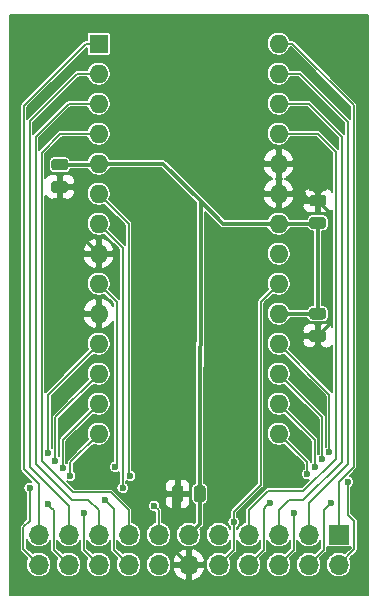
<source format=gbr>
G04 #@! TF.GenerationSoftware,KiCad,Pcbnew,(5.1.5-0-10_14)*
G04 #@! TF.CreationDate,2020-05-05T19:23:22-07:00*
G04 #@! TF.ProjectId,N64 Mask ROM Breakout,4e363420-4d61-4736-9b20-524f4d204272,rev?*
G04 #@! TF.SameCoordinates,Original*
G04 #@! TF.FileFunction,Copper,L1,Top*
G04 #@! TF.FilePolarity,Positive*
%FSLAX46Y46*%
G04 Gerber Fmt 4.6, Leading zero omitted, Abs format (unit mm)*
G04 Created by KiCad (PCBNEW (5.1.5-0-10_14)) date 2020-05-05 19:23:22*
%MOMM*%
%LPD*%
G04 APERTURE LIST*
%ADD10O,1.700000X1.700000*%
%ADD11R,1.700000X1.700000*%
%ADD12O,1.600000X1.600000*%
%ADD13R,1.600000X1.600000*%
%ADD14C,0.100000*%
%ADD15C,0.600000*%
%ADD16C,0.304800*%
%ADD17C,0.152400*%
G04 APERTURE END LIST*
D10*
X139700000Y-122840000D03*
X139700000Y-120300000D03*
X142240000Y-122840000D03*
X142240000Y-120300000D03*
X144780000Y-122840000D03*
X144780000Y-120300000D03*
X147320000Y-122840000D03*
X147320000Y-120300000D03*
X149860000Y-122840000D03*
X149860000Y-120300000D03*
X152400000Y-122840000D03*
X152400000Y-120300000D03*
X154940000Y-122840000D03*
X154940000Y-120300000D03*
X157480000Y-122840000D03*
X157480000Y-120300000D03*
X160020000Y-122840000D03*
X160020000Y-120300000D03*
X162560000Y-122840000D03*
X162560000Y-120300000D03*
X165100000Y-122840000D03*
D11*
X165100000Y-120300000D03*
D12*
X160020000Y-78740000D03*
X144780000Y-111760000D03*
X160020000Y-81280000D03*
X144780000Y-109220000D03*
X160020000Y-83820000D03*
X144780000Y-106680000D03*
X160020000Y-86360000D03*
X144780000Y-104140000D03*
X160020000Y-88900000D03*
X144780000Y-101600000D03*
X160020000Y-91440000D03*
X144780000Y-99060000D03*
X160020000Y-93980000D03*
X144780000Y-96520000D03*
X160020000Y-96520000D03*
X144780000Y-93980000D03*
X160020000Y-99060000D03*
X144780000Y-91440000D03*
X160020000Y-101600000D03*
X144780000Y-88900000D03*
X160020000Y-104140000D03*
X144780000Y-86360000D03*
X160020000Y-106680000D03*
X144780000Y-83820000D03*
X160020000Y-109220000D03*
X144780000Y-81280000D03*
X160020000Y-111760000D03*
D13*
X144780000Y-78740000D03*
G04 #@! TA.AperFunction,SMDPad,CuDef*
D14*
G36*
X141958142Y-90367174D02*
G01*
X141981803Y-90370684D01*
X142005007Y-90376496D01*
X142027529Y-90384554D01*
X142049153Y-90394782D01*
X142069670Y-90407079D01*
X142088883Y-90421329D01*
X142106607Y-90437393D01*
X142122671Y-90455117D01*
X142136921Y-90474330D01*
X142149218Y-90494847D01*
X142159446Y-90516471D01*
X142167504Y-90538993D01*
X142173316Y-90562197D01*
X142176826Y-90585858D01*
X142178000Y-90609750D01*
X142178000Y-91097250D01*
X142176826Y-91121142D01*
X142173316Y-91144803D01*
X142167504Y-91168007D01*
X142159446Y-91190529D01*
X142149218Y-91212153D01*
X142136921Y-91232670D01*
X142122671Y-91251883D01*
X142106607Y-91269607D01*
X142088883Y-91285671D01*
X142069670Y-91299921D01*
X142049153Y-91312218D01*
X142027529Y-91322446D01*
X142005007Y-91330504D01*
X141981803Y-91336316D01*
X141958142Y-91339826D01*
X141934250Y-91341000D01*
X141021750Y-91341000D01*
X140997858Y-91339826D01*
X140974197Y-91336316D01*
X140950993Y-91330504D01*
X140928471Y-91322446D01*
X140906847Y-91312218D01*
X140886330Y-91299921D01*
X140867117Y-91285671D01*
X140849393Y-91269607D01*
X140833329Y-91251883D01*
X140819079Y-91232670D01*
X140806782Y-91212153D01*
X140796554Y-91190529D01*
X140788496Y-91168007D01*
X140782684Y-91144803D01*
X140779174Y-91121142D01*
X140778000Y-91097250D01*
X140778000Y-90609750D01*
X140779174Y-90585858D01*
X140782684Y-90562197D01*
X140788496Y-90538993D01*
X140796554Y-90516471D01*
X140806782Y-90494847D01*
X140819079Y-90474330D01*
X140833329Y-90455117D01*
X140849393Y-90437393D01*
X140867117Y-90421329D01*
X140886330Y-90407079D01*
X140906847Y-90394782D01*
X140928471Y-90384554D01*
X140950993Y-90376496D01*
X140974197Y-90370684D01*
X140997858Y-90367174D01*
X141021750Y-90366000D01*
X141934250Y-90366000D01*
X141958142Y-90367174D01*
G37*
G04 #@! TD.AperFunction*
G04 #@! TA.AperFunction,SMDPad,CuDef*
G36*
X141958142Y-88492174D02*
G01*
X141981803Y-88495684D01*
X142005007Y-88501496D01*
X142027529Y-88509554D01*
X142049153Y-88519782D01*
X142069670Y-88532079D01*
X142088883Y-88546329D01*
X142106607Y-88562393D01*
X142122671Y-88580117D01*
X142136921Y-88599330D01*
X142149218Y-88619847D01*
X142159446Y-88641471D01*
X142167504Y-88663993D01*
X142173316Y-88687197D01*
X142176826Y-88710858D01*
X142178000Y-88734750D01*
X142178000Y-89222250D01*
X142176826Y-89246142D01*
X142173316Y-89269803D01*
X142167504Y-89293007D01*
X142159446Y-89315529D01*
X142149218Y-89337153D01*
X142136921Y-89357670D01*
X142122671Y-89376883D01*
X142106607Y-89394607D01*
X142088883Y-89410671D01*
X142069670Y-89424921D01*
X142049153Y-89437218D01*
X142027529Y-89447446D01*
X142005007Y-89455504D01*
X141981803Y-89461316D01*
X141958142Y-89464826D01*
X141934250Y-89466000D01*
X141021750Y-89466000D01*
X140997858Y-89464826D01*
X140974197Y-89461316D01*
X140950993Y-89455504D01*
X140928471Y-89447446D01*
X140906847Y-89437218D01*
X140886330Y-89424921D01*
X140867117Y-89410671D01*
X140849393Y-89394607D01*
X140833329Y-89376883D01*
X140819079Y-89357670D01*
X140806782Y-89337153D01*
X140796554Y-89315529D01*
X140788496Y-89293007D01*
X140782684Y-89269803D01*
X140779174Y-89246142D01*
X140778000Y-89222250D01*
X140778000Y-88734750D01*
X140779174Y-88710858D01*
X140782684Y-88687197D01*
X140788496Y-88663993D01*
X140796554Y-88641471D01*
X140806782Y-88619847D01*
X140819079Y-88599330D01*
X140833329Y-88580117D01*
X140849393Y-88562393D01*
X140867117Y-88546329D01*
X140886330Y-88532079D01*
X140906847Y-88519782D01*
X140928471Y-88509554D01*
X140950993Y-88501496D01*
X140974197Y-88495684D01*
X140997858Y-88492174D01*
X141021750Y-88491000D01*
X141934250Y-88491000D01*
X141958142Y-88492174D01*
G37*
G04 #@! TD.AperFunction*
G04 #@! TA.AperFunction,SMDPad,CuDef*
G36*
X163802142Y-91540174D02*
G01*
X163825803Y-91543684D01*
X163849007Y-91549496D01*
X163871529Y-91557554D01*
X163893153Y-91567782D01*
X163913670Y-91580079D01*
X163932883Y-91594329D01*
X163950607Y-91610393D01*
X163966671Y-91628117D01*
X163980921Y-91647330D01*
X163993218Y-91667847D01*
X164003446Y-91689471D01*
X164011504Y-91711993D01*
X164017316Y-91735197D01*
X164020826Y-91758858D01*
X164022000Y-91782750D01*
X164022000Y-92270250D01*
X164020826Y-92294142D01*
X164017316Y-92317803D01*
X164011504Y-92341007D01*
X164003446Y-92363529D01*
X163993218Y-92385153D01*
X163980921Y-92405670D01*
X163966671Y-92424883D01*
X163950607Y-92442607D01*
X163932883Y-92458671D01*
X163913670Y-92472921D01*
X163893153Y-92485218D01*
X163871529Y-92495446D01*
X163849007Y-92503504D01*
X163825803Y-92509316D01*
X163802142Y-92512826D01*
X163778250Y-92514000D01*
X162865750Y-92514000D01*
X162841858Y-92512826D01*
X162818197Y-92509316D01*
X162794993Y-92503504D01*
X162772471Y-92495446D01*
X162750847Y-92485218D01*
X162730330Y-92472921D01*
X162711117Y-92458671D01*
X162693393Y-92442607D01*
X162677329Y-92424883D01*
X162663079Y-92405670D01*
X162650782Y-92385153D01*
X162640554Y-92363529D01*
X162632496Y-92341007D01*
X162626684Y-92317803D01*
X162623174Y-92294142D01*
X162622000Y-92270250D01*
X162622000Y-91782750D01*
X162623174Y-91758858D01*
X162626684Y-91735197D01*
X162632496Y-91711993D01*
X162640554Y-91689471D01*
X162650782Y-91667847D01*
X162663079Y-91647330D01*
X162677329Y-91628117D01*
X162693393Y-91610393D01*
X162711117Y-91594329D01*
X162730330Y-91580079D01*
X162750847Y-91567782D01*
X162772471Y-91557554D01*
X162794993Y-91549496D01*
X162818197Y-91543684D01*
X162841858Y-91540174D01*
X162865750Y-91539000D01*
X163778250Y-91539000D01*
X163802142Y-91540174D01*
G37*
G04 #@! TD.AperFunction*
G04 #@! TA.AperFunction,SMDPad,CuDef*
G36*
X163802142Y-93415174D02*
G01*
X163825803Y-93418684D01*
X163849007Y-93424496D01*
X163871529Y-93432554D01*
X163893153Y-93442782D01*
X163913670Y-93455079D01*
X163932883Y-93469329D01*
X163950607Y-93485393D01*
X163966671Y-93503117D01*
X163980921Y-93522330D01*
X163993218Y-93542847D01*
X164003446Y-93564471D01*
X164011504Y-93586993D01*
X164017316Y-93610197D01*
X164020826Y-93633858D01*
X164022000Y-93657750D01*
X164022000Y-94145250D01*
X164020826Y-94169142D01*
X164017316Y-94192803D01*
X164011504Y-94216007D01*
X164003446Y-94238529D01*
X163993218Y-94260153D01*
X163980921Y-94280670D01*
X163966671Y-94299883D01*
X163950607Y-94317607D01*
X163932883Y-94333671D01*
X163913670Y-94347921D01*
X163893153Y-94360218D01*
X163871529Y-94370446D01*
X163849007Y-94378504D01*
X163825803Y-94384316D01*
X163802142Y-94387826D01*
X163778250Y-94389000D01*
X162865750Y-94389000D01*
X162841858Y-94387826D01*
X162818197Y-94384316D01*
X162794993Y-94378504D01*
X162772471Y-94370446D01*
X162750847Y-94360218D01*
X162730330Y-94347921D01*
X162711117Y-94333671D01*
X162693393Y-94317607D01*
X162677329Y-94299883D01*
X162663079Y-94280670D01*
X162650782Y-94260153D01*
X162640554Y-94238529D01*
X162632496Y-94216007D01*
X162626684Y-94192803D01*
X162623174Y-94169142D01*
X162622000Y-94145250D01*
X162622000Y-93657750D01*
X162623174Y-93633858D01*
X162626684Y-93610197D01*
X162632496Y-93586993D01*
X162640554Y-93564471D01*
X162650782Y-93542847D01*
X162663079Y-93522330D01*
X162677329Y-93503117D01*
X162693393Y-93485393D01*
X162711117Y-93469329D01*
X162730330Y-93455079D01*
X162750847Y-93442782D01*
X162772471Y-93432554D01*
X162794993Y-93424496D01*
X162818197Y-93418684D01*
X162841858Y-93415174D01*
X162865750Y-93414000D01*
X163778250Y-93414000D01*
X163802142Y-93415174D01*
G37*
G04 #@! TD.AperFunction*
G04 #@! TA.AperFunction,SMDPad,CuDef*
G36*
X163802142Y-102988674D02*
G01*
X163825803Y-102992184D01*
X163849007Y-102997996D01*
X163871529Y-103006054D01*
X163893153Y-103016282D01*
X163913670Y-103028579D01*
X163932883Y-103042829D01*
X163950607Y-103058893D01*
X163966671Y-103076617D01*
X163980921Y-103095830D01*
X163993218Y-103116347D01*
X164003446Y-103137971D01*
X164011504Y-103160493D01*
X164017316Y-103183697D01*
X164020826Y-103207358D01*
X164022000Y-103231250D01*
X164022000Y-103718750D01*
X164020826Y-103742642D01*
X164017316Y-103766303D01*
X164011504Y-103789507D01*
X164003446Y-103812029D01*
X163993218Y-103833653D01*
X163980921Y-103854170D01*
X163966671Y-103873383D01*
X163950607Y-103891107D01*
X163932883Y-103907171D01*
X163913670Y-103921421D01*
X163893153Y-103933718D01*
X163871529Y-103943946D01*
X163849007Y-103952004D01*
X163825803Y-103957816D01*
X163802142Y-103961326D01*
X163778250Y-103962500D01*
X162865750Y-103962500D01*
X162841858Y-103961326D01*
X162818197Y-103957816D01*
X162794993Y-103952004D01*
X162772471Y-103943946D01*
X162750847Y-103933718D01*
X162730330Y-103921421D01*
X162711117Y-103907171D01*
X162693393Y-103891107D01*
X162677329Y-103873383D01*
X162663079Y-103854170D01*
X162650782Y-103833653D01*
X162640554Y-103812029D01*
X162632496Y-103789507D01*
X162626684Y-103766303D01*
X162623174Y-103742642D01*
X162622000Y-103718750D01*
X162622000Y-103231250D01*
X162623174Y-103207358D01*
X162626684Y-103183697D01*
X162632496Y-103160493D01*
X162640554Y-103137971D01*
X162650782Y-103116347D01*
X162663079Y-103095830D01*
X162677329Y-103076617D01*
X162693393Y-103058893D01*
X162711117Y-103042829D01*
X162730330Y-103028579D01*
X162750847Y-103016282D01*
X162772471Y-103006054D01*
X162794993Y-102997996D01*
X162818197Y-102992184D01*
X162841858Y-102988674D01*
X162865750Y-102987500D01*
X163778250Y-102987500D01*
X163802142Y-102988674D01*
G37*
G04 #@! TD.AperFunction*
G04 #@! TA.AperFunction,SMDPad,CuDef*
G36*
X163802142Y-101113674D02*
G01*
X163825803Y-101117184D01*
X163849007Y-101122996D01*
X163871529Y-101131054D01*
X163893153Y-101141282D01*
X163913670Y-101153579D01*
X163932883Y-101167829D01*
X163950607Y-101183893D01*
X163966671Y-101201617D01*
X163980921Y-101220830D01*
X163993218Y-101241347D01*
X164003446Y-101262971D01*
X164011504Y-101285493D01*
X164017316Y-101308697D01*
X164020826Y-101332358D01*
X164022000Y-101356250D01*
X164022000Y-101843750D01*
X164020826Y-101867642D01*
X164017316Y-101891303D01*
X164011504Y-101914507D01*
X164003446Y-101937029D01*
X163993218Y-101958653D01*
X163980921Y-101979170D01*
X163966671Y-101998383D01*
X163950607Y-102016107D01*
X163932883Y-102032171D01*
X163913670Y-102046421D01*
X163893153Y-102058718D01*
X163871529Y-102068946D01*
X163849007Y-102077004D01*
X163825803Y-102082816D01*
X163802142Y-102086326D01*
X163778250Y-102087500D01*
X162865750Y-102087500D01*
X162841858Y-102086326D01*
X162818197Y-102082816D01*
X162794993Y-102077004D01*
X162772471Y-102068946D01*
X162750847Y-102058718D01*
X162730330Y-102046421D01*
X162711117Y-102032171D01*
X162693393Y-102016107D01*
X162677329Y-101998383D01*
X162663079Y-101979170D01*
X162650782Y-101958653D01*
X162640554Y-101937029D01*
X162632496Y-101914507D01*
X162626684Y-101891303D01*
X162623174Y-101867642D01*
X162622000Y-101843750D01*
X162622000Y-101356250D01*
X162623174Y-101332358D01*
X162626684Y-101308697D01*
X162632496Y-101285493D01*
X162640554Y-101262971D01*
X162650782Y-101241347D01*
X162663079Y-101220830D01*
X162677329Y-101201617D01*
X162693393Y-101183893D01*
X162711117Y-101167829D01*
X162730330Y-101153579D01*
X162750847Y-101141282D01*
X162772471Y-101131054D01*
X162794993Y-101122996D01*
X162818197Y-101117184D01*
X162841858Y-101113674D01*
X162865750Y-101112500D01*
X163778250Y-101112500D01*
X163802142Y-101113674D01*
G37*
G04 #@! TD.AperFunction*
G04 #@! TA.AperFunction,SMDPad,CuDef*
G36*
X151730142Y-116141174D02*
G01*
X151753803Y-116144684D01*
X151777007Y-116150496D01*
X151799529Y-116158554D01*
X151821153Y-116168782D01*
X151841670Y-116181079D01*
X151860883Y-116195329D01*
X151878607Y-116211393D01*
X151894671Y-116229117D01*
X151908921Y-116248330D01*
X151921218Y-116268847D01*
X151931446Y-116290471D01*
X151939504Y-116312993D01*
X151945316Y-116336197D01*
X151948826Y-116359858D01*
X151950000Y-116383750D01*
X151950000Y-117296250D01*
X151948826Y-117320142D01*
X151945316Y-117343803D01*
X151939504Y-117367007D01*
X151931446Y-117389529D01*
X151921218Y-117411153D01*
X151908921Y-117431670D01*
X151894671Y-117450883D01*
X151878607Y-117468607D01*
X151860883Y-117484671D01*
X151841670Y-117498921D01*
X151821153Y-117511218D01*
X151799529Y-117521446D01*
X151777007Y-117529504D01*
X151753803Y-117535316D01*
X151730142Y-117538826D01*
X151706250Y-117540000D01*
X151218750Y-117540000D01*
X151194858Y-117538826D01*
X151171197Y-117535316D01*
X151147993Y-117529504D01*
X151125471Y-117521446D01*
X151103847Y-117511218D01*
X151083330Y-117498921D01*
X151064117Y-117484671D01*
X151046393Y-117468607D01*
X151030329Y-117450883D01*
X151016079Y-117431670D01*
X151003782Y-117411153D01*
X150993554Y-117389529D01*
X150985496Y-117367007D01*
X150979684Y-117343803D01*
X150976174Y-117320142D01*
X150975000Y-117296250D01*
X150975000Y-116383750D01*
X150976174Y-116359858D01*
X150979684Y-116336197D01*
X150985496Y-116312993D01*
X150993554Y-116290471D01*
X151003782Y-116268847D01*
X151016079Y-116248330D01*
X151030329Y-116229117D01*
X151046393Y-116211393D01*
X151064117Y-116195329D01*
X151083330Y-116181079D01*
X151103847Y-116168782D01*
X151125471Y-116158554D01*
X151147993Y-116150496D01*
X151171197Y-116144684D01*
X151194858Y-116141174D01*
X151218750Y-116140000D01*
X151706250Y-116140000D01*
X151730142Y-116141174D01*
G37*
G04 #@! TD.AperFunction*
G04 #@! TA.AperFunction,SMDPad,CuDef*
G36*
X153605142Y-116141174D02*
G01*
X153628803Y-116144684D01*
X153652007Y-116150496D01*
X153674529Y-116158554D01*
X153696153Y-116168782D01*
X153716670Y-116181079D01*
X153735883Y-116195329D01*
X153753607Y-116211393D01*
X153769671Y-116229117D01*
X153783921Y-116248330D01*
X153796218Y-116268847D01*
X153806446Y-116290471D01*
X153814504Y-116312993D01*
X153820316Y-116336197D01*
X153823826Y-116359858D01*
X153825000Y-116383750D01*
X153825000Y-117296250D01*
X153823826Y-117320142D01*
X153820316Y-117343803D01*
X153814504Y-117367007D01*
X153806446Y-117389529D01*
X153796218Y-117411153D01*
X153783921Y-117431670D01*
X153769671Y-117450883D01*
X153753607Y-117468607D01*
X153735883Y-117484671D01*
X153716670Y-117498921D01*
X153696153Y-117511218D01*
X153674529Y-117521446D01*
X153652007Y-117529504D01*
X153628803Y-117535316D01*
X153605142Y-117538826D01*
X153581250Y-117540000D01*
X153093750Y-117540000D01*
X153069858Y-117538826D01*
X153046197Y-117535316D01*
X153022993Y-117529504D01*
X153000471Y-117521446D01*
X152978847Y-117511218D01*
X152958330Y-117498921D01*
X152939117Y-117484671D01*
X152921393Y-117468607D01*
X152905329Y-117450883D01*
X152891079Y-117431670D01*
X152878782Y-117411153D01*
X152868554Y-117389529D01*
X152860496Y-117367007D01*
X152854684Y-117343803D01*
X152851174Y-117320142D01*
X152850000Y-117296250D01*
X152850000Y-116383750D01*
X152851174Y-116359858D01*
X152854684Y-116336197D01*
X152860496Y-116312993D01*
X152868554Y-116290471D01*
X152878782Y-116268847D01*
X152891079Y-116248330D01*
X152905329Y-116229117D01*
X152921393Y-116211393D01*
X152939117Y-116195329D01*
X152958330Y-116181079D01*
X152978847Y-116168782D01*
X153000471Y-116158554D01*
X153022993Y-116150496D01*
X153046197Y-116144684D01*
X153069858Y-116141174D01*
X153093750Y-116140000D01*
X153581250Y-116140000D01*
X153605142Y-116141174D01*
G37*
G04 #@! TD.AperFunction*
D15*
X140970000Y-92202000D03*
X141986000Y-92202000D03*
X162814000Y-90932000D03*
X163830000Y-90932000D03*
X163830000Y-104648000D03*
X162814000Y-104648000D03*
X150114000Y-116332000D03*
X150114000Y-117348000D03*
X142748000Y-96520000D03*
X142748000Y-101600000D03*
X162052000Y-88900000D03*
X162052000Y-91440000D03*
X139700000Y-120300000D03*
X149479000Y-117856004D03*
X147447000Y-115316000D03*
X156210000Y-119253000D03*
X146811998Y-116332000D03*
X146177000Y-114554000D03*
X164317390Y-113284000D03*
X165862000Y-115824000D03*
X140482610Y-113411000D03*
X138938000Y-116332000D03*
X164465000Y-117602000D03*
X163703000Y-113919000D03*
X140462000Y-117729006D03*
X141097000Y-114046000D03*
X161290000Y-118491000D03*
X163068000Y-114554000D03*
X143510000Y-118491000D03*
X141732000Y-114681000D03*
X159258000Y-117602000D03*
X162433000Y-115189000D03*
X142367000Y-115316000D03*
X145288000Y-117348000D03*
D16*
X151130000Y-121570000D02*
X151130000Y-117172500D01*
X151130000Y-117172500D02*
X151462500Y-116840000D01*
X152400000Y-122840000D02*
X151130000Y-121570000D01*
X163807527Y-92512027D02*
X163322000Y-92026500D01*
X164338000Y-93042500D02*
X163807527Y-92512027D01*
X164338000Y-102459000D02*
X164338000Y-93042500D01*
X163322000Y-103475000D02*
X164338000Y-102459000D01*
X160020000Y-91440000D02*
X160020000Y-88900000D01*
X141478000Y-91341000D02*
X141478000Y-90853500D01*
X144780000Y-96520000D02*
X141478000Y-93218000D01*
X150114000Y-117348000D02*
X150622000Y-116840000D01*
X150622000Y-116840000D02*
X151462500Y-116840000D01*
X150114000Y-116332000D02*
X150622000Y-116840000D01*
X140970000Y-92202000D02*
X141478000Y-91694000D01*
X141478000Y-91694000D02*
X141478000Y-91341000D01*
X141478000Y-93218000D02*
X141478000Y-91694000D01*
X141986000Y-92202000D02*
X141478000Y-91694000D01*
X162814000Y-90932000D02*
X163322000Y-91440000D01*
X163322000Y-91440000D02*
X163322000Y-92026500D01*
X163830000Y-90932000D02*
X163322000Y-91440000D01*
X162814000Y-104648000D02*
X163322000Y-104140000D01*
X163322000Y-104140000D02*
X163322000Y-103475000D01*
X163830000Y-104648000D02*
X163322000Y-104140000D01*
X141478000Y-100330000D02*
X142748000Y-101600000D01*
X141478000Y-93218000D02*
X141478000Y-100330000D01*
X142748000Y-101600000D02*
X144780000Y-101600000D01*
X142748000Y-96520000D02*
X144780000Y-96520000D01*
X160020000Y-91440000D02*
X162052000Y-91440000D01*
X163243500Y-91948000D02*
X163322000Y-92026500D01*
X162560000Y-91948000D02*
X163243500Y-91948000D01*
X162052000Y-91440000D02*
X162560000Y-91948000D01*
X160020000Y-88900000D02*
X162052000Y-88900000D01*
X153337500Y-119362500D02*
X153337500Y-116840000D01*
X152400000Y-120300000D02*
X153337500Y-119362500D01*
X144701500Y-88978500D02*
X144780000Y-88900000D01*
X141351000Y-88978500D02*
X144701500Y-88978500D01*
X163243500Y-93980000D02*
X163322000Y-93901500D01*
X160020000Y-93980000D02*
X163243500Y-93980000D01*
X160020000Y-101600000D02*
X163322000Y-101600000D01*
X163322000Y-101600000D02*
X163322000Y-93901500D01*
X153337500Y-116840000D02*
X153416000Y-92075000D01*
X155321000Y-93980000D02*
X153416000Y-92075000D01*
X160020000Y-93980000D02*
X155321000Y-93980000D01*
X150241000Y-88900000D02*
X144780000Y-88900000D01*
X153416000Y-92075000D02*
X150241000Y-88900000D01*
D17*
X165100000Y-115824000D02*
X165100000Y-120300000D01*
X166370000Y-83947000D02*
X166370000Y-114554000D01*
X161163000Y-78740000D02*
X166370000Y-83947000D01*
X166370000Y-114554000D02*
X165100000Y-115824000D01*
X160020000Y-78740000D02*
X161163000Y-78740000D01*
X139604000Y-120300000D02*
X139700000Y-120300000D01*
X138430000Y-114744500D02*
X139700000Y-116014500D01*
X138430000Y-83978800D02*
X138430000Y-114744500D01*
X139700000Y-116014500D02*
X139700000Y-120300000D01*
X143668800Y-78740000D02*
X138430000Y-83978800D01*
X144780000Y-78740000D02*
X143668800Y-78740000D01*
X162560000Y-117602000D02*
X162560000Y-120300000D01*
X165862000Y-114300000D02*
X162560000Y-117602000D01*
X165862000Y-85344000D02*
X165862000Y-114300000D01*
X161798000Y-81280000D02*
X165862000Y-85344000D01*
X160020000Y-81280000D02*
X161798000Y-81280000D01*
X142240000Y-117856000D02*
X142240000Y-120300000D01*
X138938000Y-85312250D02*
X138938000Y-114554000D01*
X138938000Y-114554000D02*
X142240000Y-117856000D01*
X142970250Y-81280000D02*
X138938000Y-85312250D01*
X144780000Y-81280000D02*
X142970250Y-81280000D01*
X160909000Y-117348000D02*
X160020000Y-118237000D01*
X162115500Y-117348000D02*
X160909000Y-117348000D01*
X160020000Y-118237000D02*
X160020000Y-120300000D01*
X165354000Y-114109500D02*
X162115500Y-117348000D01*
X165354000Y-86614000D02*
X165354000Y-114109500D01*
X162560000Y-83820000D02*
X165354000Y-86614000D01*
X160020000Y-83820000D02*
X162560000Y-83820000D01*
X144780000Y-118237000D02*
X144780000Y-120300000D01*
X143891000Y-117348000D02*
X144780000Y-118237000D01*
X139446000Y-114300000D02*
X142494000Y-117348000D01*
X142494000Y-117348000D02*
X143891000Y-117348000D01*
X139446000Y-86614000D02*
X139446000Y-114300000D01*
X142240000Y-83820000D02*
X139446000Y-86614000D01*
X144780000Y-83820000D02*
X142240000Y-83820000D01*
X157480000Y-119097919D02*
X157480000Y-120300000D01*
X157480000Y-118237000D02*
X157480000Y-119097919D01*
X159131000Y-116586000D02*
X157480000Y-118237000D01*
X162115500Y-116586000D02*
X159131000Y-116586000D01*
X164846000Y-113855500D02*
X162115500Y-116586000D01*
X160020000Y-86360000D02*
X163322000Y-86360000D01*
X164846000Y-87884000D02*
X164846000Y-113855500D01*
X163322000Y-86360000D02*
X164846000Y-87884000D01*
X147320000Y-118237000D02*
X147320000Y-120300000D01*
X139954000Y-87947500D02*
X139954000Y-114046000D01*
X139954000Y-114046000D02*
X142621000Y-116713000D01*
X141541500Y-86360000D02*
X139954000Y-87947500D01*
X145796000Y-116713000D02*
X147320000Y-118237000D01*
X142621000Y-116713000D02*
X145796000Y-116713000D01*
X144780000Y-86360000D02*
X141541500Y-86360000D01*
X149860000Y-120300000D02*
X149860000Y-118237004D01*
X149860000Y-118237004D02*
X149479000Y-117856004D01*
X147320000Y-115189000D02*
X147447000Y-115316000D01*
X147320000Y-93980000D02*
X147320000Y-115189000D01*
X144780000Y-91440000D02*
X147320000Y-93980000D01*
X156210000Y-121570000D02*
X156210000Y-119253000D01*
X154940000Y-122840000D02*
X156210000Y-121570000D01*
X144780000Y-93980000D02*
X146811998Y-96011998D01*
X146811998Y-115907736D02*
X146811998Y-116332000D01*
X146811998Y-96011998D02*
X146811998Y-115907736D01*
X158496000Y-100584000D02*
X160020000Y-99060000D01*
X158496000Y-116078000D02*
X158496000Y-100584000D01*
X156210000Y-118364000D02*
X158496000Y-116078000D01*
X156210000Y-119253000D02*
X156210000Y-118364000D01*
X146304000Y-114427000D02*
X146177000Y-114554000D01*
X146304000Y-100584000D02*
X146304000Y-114427000D01*
X144780000Y-99060000D02*
X146304000Y-100584000D01*
X164317390Y-108437390D02*
X164317390Y-112859736D01*
X164317390Y-112859736D02*
X164317390Y-113284000D01*
X160020000Y-104140000D02*
X164317390Y-108437390D01*
X165862000Y-118618000D02*
X165862000Y-115824000D01*
X166415999Y-119171999D02*
X165862000Y-118618000D01*
X166415999Y-121524001D02*
X166415999Y-119171999D01*
X165100000Y-122840000D02*
X166415999Y-121524001D01*
X140482610Y-108437390D02*
X140482610Y-112986736D01*
X144780000Y-104140000D02*
X140482610Y-108437390D01*
X140482610Y-112986736D02*
X140482610Y-113411000D01*
X138384001Y-119679999D02*
X138938000Y-119126000D01*
X138938000Y-119126000D02*
X138938000Y-116332000D01*
X138384001Y-121524001D02*
X138384001Y-119679999D01*
X139700000Y-122840000D02*
X138384001Y-121524001D01*
X160020000Y-106680000D02*
X163703000Y-110363000D01*
X163703000Y-110363000D02*
X163703000Y-113494736D01*
X163703000Y-113494736D02*
X163703000Y-113919000D01*
X164165001Y-117901999D02*
X164465000Y-117602000D01*
X163830000Y-121570000D02*
X163830000Y-118237000D01*
X163830000Y-118237000D02*
X164165001Y-117901999D01*
X162560000Y-122840000D02*
X163830000Y-121570000D01*
X140761999Y-118029005D02*
X140462000Y-117729006D01*
X140970000Y-118237006D02*
X140761999Y-118029005D01*
X140970000Y-121570000D02*
X140970000Y-118237006D01*
X142240000Y-122840000D02*
X140970000Y-121570000D01*
X144780000Y-106680000D02*
X141097000Y-110363000D01*
X141097000Y-110363000D02*
X141097000Y-114046000D01*
X161290000Y-121570000D02*
X160020000Y-122840000D01*
X161290000Y-118491000D02*
X161290000Y-121570000D01*
X160020000Y-109220000D02*
X163068000Y-112268000D01*
X163068000Y-112268000D02*
X163068000Y-114554000D01*
X143510000Y-121570000D02*
X143510000Y-118491000D01*
X144780000Y-122840000D02*
X143510000Y-121570000D01*
X144780000Y-109220000D02*
X141732000Y-112268000D01*
X141732000Y-112268000D02*
X141732000Y-114681000D01*
X158958001Y-117901999D02*
X159258000Y-117602000D01*
X158750000Y-121570000D02*
X158750000Y-118110000D01*
X157480000Y-122840000D02*
X158750000Y-121570000D01*
X158750000Y-118110000D02*
X158958001Y-117901999D01*
X160020000Y-111760000D02*
X162433000Y-114173000D01*
X162433000Y-114173000D02*
X162433000Y-115189000D01*
X142367000Y-114173000D02*
X142367000Y-115316000D01*
X144780000Y-111760000D02*
X142367000Y-114173000D01*
X147320000Y-122840000D02*
X146050000Y-121570000D01*
X146050000Y-121570000D02*
X146050000Y-118110000D01*
X146050000Y-118110000D02*
X145587999Y-117647999D01*
X145587999Y-117647999D02*
X145288000Y-117348000D01*
G36*
X167538800Y-125374800D02*
G01*
X137261200Y-125374800D01*
X137261200Y-119679999D01*
X138077728Y-119679999D01*
X138079202Y-119694967D01*
X138079201Y-121509043D01*
X138077728Y-121524001D01*
X138079201Y-121538959D01*
X138079201Y-121538966D01*
X138082258Y-121570000D01*
X138083612Y-121583752D01*
X138097566Y-121629750D01*
X138101041Y-121641206D01*
X138129343Y-121694157D01*
X138167433Y-121740569D01*
X138179062Y-121750113D01*
X138749718Y-122320769D01*
X138744157Y-122329091D01*
X138662850Y-122525384D01*
X138621400Y-122733767D01*
X138621400Y-122946233D01*
X138662850Y-123154616D01*
X138744157Y-123350909D01*
X138862197Y-123527567D01*
X139012433Y-123677803D01*
X139189091Y-123795843D01*
X139385384Y-123877150D01*
X139593767Y-123918600D01*
X139806233Y-123918600D01*
X140014616Y-123877150D01*
X140210909Y-123795843D01*
X140387567Y-123677803D01*
X140537803Y-123527567D01*
X140655843Y-123350909D01*
X140737150Y-123154616D01*
X140778600Y-122946233D01*
X140778600Y-122733767D01*
X140737150Y-122525384D01*
X140655843Y-122329091D01*
X140537803Y-122152433D01*
X140387567Y-122002197D01*
X140210909Y-121884157D01*
X140014616Y-121802850D01*
X139806233Y-121761400D01*
X139593767Y-121761400D01*
X139385384Y-121802850D01*
X139189091Y-121884157D01*
X139180769Y-121889718D01*
X138688801Y-121397750D01*
X138688801Y-120677267D01*
X138744157Y-120810909D01*
X138862197Y-120987567D01*
X139012433Y-121137803D01*
X139189091Y-121255843D01*
X139385384Y-121337150D01*
X139593767Y-121378600D01*
X139806233Y-121378600D01*
X140014616Y-121337150D01*
X140210909Y-121255843D01*
X140387567Y-121137803D01*
X140537803Y-120987567D01*
X140655843Y-120810909D01*
X140665200Y-120788319D01*
X140665200Y-121555042D01*
X140663727Y-121570000D01*
X140665200Y-121584958D01*
X140665200Y-121584965D01*
X140669055Y-121624110D01*
X140669611Y-121629751D01*
X140673086Y-121641206D01*
X140687040Y-121687205D01*
X140715342Y-121740156D01*
X140753432Y-121786568D01*
X140765061Y-121796112D01*
X141289718Y-122320769D01*
X141284157Y-122329091D01*
X141202850Y-122525384D01*
X141161400Y-122733767D01*
X141161400Y-122946233D01*
X141202850Y-123154616D01*
X141284157Y-123350909D01*
X141402197Y-123527567D01*
X141552433Y-123677803D01*
X141729091Y-123795843D01*
X141925384Y-123877150D01*
X142133767Y-123918600D01*
X142346233Y-123918600D01*
X142554616Y-123877150D01*
X142750909Y-123795843D01*
X142927567Y-123677803D01*
X143077803Y-123527567D01*
X143195843Y-123350909D01*
X143277150Y-123154616D01*
X143318600Y-122946233D01*
X143318600Y-122733767D01*
X143277150Y-122525384D01*
X143195843Y-122329091D01*
X143077803Y-122152433D01*
X142927567Y-122002197D01*
X142750909Y-121884157D01*
X142554616Y-121802850D01*
X142346233Y-121761400D01*
X142133767Y-121761400D01*
X141925384Y-121802850D01*
X141729091Y-121884157D01*
X141720769Y-121889718D01*
X141274800Y-121443749D01*
X141274800Y-120788319D01*
X141284157Y-120810909D01*
X141402197Y-120987567D01*
X141552433Y-121137803D01*
X141729091Y-121255843D01*
X141925384Y-121337150D01*
X142133767Y-121378600D01*
X142346233Y-121378600D01*
X142554616Y-121337150D01*
X142750909Y-121255843D01*
X142927567Y-121137803D01*
X143077803Y-120987567D01*
X143195843Y-120810909D01*
X143205200Y-120788319D01*
X143205200Y-121555042D01*
X143203727Y-121570000D01*
X143205200Y-121584958D01*
X143205200Y-121584965D01*
X143209055Y-121624110D01*
X143209611Y-121629751D01*
X143213086Y-121641206D01*
X143227040Y-121687205D01*
X143255342Y-121740156D01*
X143293432Y-121786568D01*
X143305061Y-121796112D01*
X143829718Y-122320769D01*
X143824157Y-122329091D01*
X143742850Y-122525384D01*
X143701400Y-122733767D01*
X143701400Y-122946233D01*
X143742850Y-123154616D01*
X143824157Y-123350909D01*
X143942197Y-123527567D01*
X144092433Y-123677803D01*
X144269091Y-123795843D01*
X144465384Y-123877150D01*
X144673767Y-123918600D01*
X144886233Y-123918600D01*
X145094616Y-123877150D01*
X145290909Y-123795843D01*
X145467567Y-123677803D01*
X145617803Y-123527567D01*
X145735843Y-123350909D01*
X145817150Y-123154616D01*
X145858600Y-122946233D01*
X145858600Y-122733767D01*
X145817150Y-122525384D01*
X145735843Y-122329091D01*
X145617803Y-122152433D01*
X145467567Y-122002197D01*
X145290909Y-121884157D01*
X145094616Y-121802850D01*
X144886233Y-121761400D01*
X144673767Y-121761400D01*
X144465384Y-121802850D01*
X144269091Y-121884157D01*
X144260769Y-121889718D01*
X143814800Y-121443749D01*
X143814800Y-120788319D01*
X143824157Y-120810909D01*
X143942197Y-120987567D01*
X144092433Y-121137803D01*
X144269091Y-121255843D01*
X144465384Y-121337150D01*
X144673767Y-121378600D01*
X144886233Y-121378600D01*
X145094616Y-121337150D01*
X145290909Y-121255843D01*
X145467567Y-121137803D01*
X145617803Y-120987567D01*
X145735843Y-120810909D01*
X145745200Y-120788319D01*
X145745200Y-121555042D01*
X145743727Y-121570000D01*
X145745200Y-121584958D01*
X145745200Y-121584965D01*
X145749055Y-121624110D01*
X145749611Y-121629751D01*
X145753086Y-121641206D01*
X145767040Y-121687205D01*
X145795342Y-121740156D01*
X145833432Y-121786568D01*
X145845061Y-121796112D01*
X146369718Y-122320769D01*
X146364157Y-122329091D01*
X146282850Y-122525384D01*
X146241400Y-122733767D01*
X146241400Y-122946233D01*
X146282850Y-123154616D01*
X146364157Y-123350909D01*
X146482197Y-123527567D01*
X146632433Y-123677803D01*
X146809091Y-123795843D01*
X147005384Y-123877150D01*
X147213767Y-123918600D01*
X147426233Y-123918600D01*
X147634616Y-123877150D01*
X147830909Y-123795843D01*
X148007567Y-123677803D01*
X148157803Y-123527567D01*
X148275843Y-123350909D01*
X148357150Y-123154616D01*
X148398600Y-122946233D01*
X148398600Y-122733767D01*
X148781400Y-122733767D01*
X148781400Y-122946233D01*
X148822850Y-123154616D01*
X148904157Y-123350909D01*
X149022197Y-123527567D01*
X149172433Y-123677803D01*
X149349091Y-123795843D01*
X149545384Y-123877150D01*
X149753767Y-123918600D01*
X149966233Y-123918600D01*
X150174616Y-123877150D01*
X150370909Y-123795843D01*
X150547567Y-123677803D01*
X150697803Y-123527567D01*
X150815843Y-123350909D01*
X150862511Y-123238240D01*
X151022192Y-123238240D01*
X151126359Y-123499385D01*
X151279471Y-123735190D01*
X151475645Y-123936594D01*
X151707341Y-124095856D01*
X151965656Y-124206856D01*
X152001761Y-124217801D01*
X152222200Y-124115820D01*
X152222200Y-123017800D01*
X152577800Y-123017800D01*
X152577800Y-124115820D01*
X152798239Y-124217801D01*
X152834344Y-124206856D01*
X153092659Y-124095856D01*
X153324355Y-123936594D01*
X153520529Y-123735190D01*
X153673641Y-123499385D01*
X153777808Y-123238240D01*
X153677093Y-123017800D01*
X152577800Y-123017800D01*
X152222200Y-123017800D01*
X151122907Y-123017800D01*
X151022192Y-123238240D01*
X150862511Y-123238240D01*
X150897150Y-123154616D01*
X150938600Y-122946233D01*
X150938600Y-122733767D01*
X150897150Y-122525384D01*
X150862512Y-122441760D01*
X151022192Y-122441760D01*
X151122907Y-122662200D01*
X152222200Y-122662200D01*
X152222200Y-121564180D01*
X152577800Y-121564180D01*
X152577800Y-122662200D01*
X153677093Y-122662200D01*
X153777808Y-122441760D01*
X153673641Y-122180615D01*
X153520529Y-121944810D01*
X153324355Y-121743406D01*
X153092659Y-121584144D01*
X152834344Y-121473144D01*
X152798239Y-121462199D01*
X152577800Y-121564180D01*
X152222200Y-121564180D01*
X152001761Y-121462199D01*
X151965656Y-121473144D01*
X151707341Y-121584144D01*
X151475645Y-121743406D01*
X151279471Y-121944810D01*
X151126359Y-122180615D01*
X151022192Y-122441760D01*
X150862512Y-122441760D01*
X150815843Y-122329091D01*
X150697803Y-122152433D01*
X150547567Y-122002197D01*
X150370909Y-121884157D01*
X150174616Y-121802850D01*
X149966233Y-121761400D01*
X149753767Y-121761400D01*
X149545384Y-121802850D01*
X149349091Y-121884157D01*
X149172433Y-122002197D01*
X149022197Y-122152433D01*
X148904157Y-122329091D01*
X148822850Y-122525384D01*
X148781400Y-122733767D01*
X148398600Y-122733767D01*
X148357150Y-122525384D01*
X148275843Y-122329091D01*
X148157803Y-122152433D01*
X148007567Y-122002197D01*
X147830909Y-121884157D01*
X147634616Y-121802850D01*
X147426233Y-121761400D01*
X147213767Y-121761400D01*
X147005384Y-121802850D01*
X146809091Y-121884157D01*
X146800769Y-121889718D01*
X146354800Y-121443749D01*
X146354800Y-120788319D01*
X146364157Y-120810909D01*
X146482197Y-120987567D01*
X146632433Y-121137803D01*
X146809091Y-121255843D01*
X147005384Y-121337150D01*
X147213767Y-121378600D01*
X147426233Y-121378600D01*
X147634616Y-121337150D01*
X147830909Y-121255843D01*
X148007567Y-121137803D01*
X148157803Y-120987567D01*
X148275843Y-120810909D01*
X148357150Y-120614616D01*
X148398600Y-120406233D01*
X148398600Y-120193767D01*
X148781400Y-120193767D01*
X148781400Y-120406233D01*
X148822850Y-120614616D01*
X148904157Y-120810909D01*
X149022197Y-120987567D01*
X149172433Y-121137803D01*
X149349091Y-121255843D01*
X149545384Y-121337150D01*
X149753767Y-121378600D01*
X149966233Y-121378600D01*
X150174616Y-121337150D01*
X150370909Y-121255843D01*
X150547567Y-121137803D01*
X150697803Y-120987567D01*
X150815843Y-120810909D01*
X150897150Y-120614616D01*
X150938600Y-120406233D01*
X150938600Y-120193767D01*
X150897150Y-119985384D01*
X150815843Y-119789091D01*
X150697803Y-119612433D01*
X150547567Y-119462197D01*
X150370909Y-119344157D01*
X150174616Y-119262850D01*
X150164800Y-119260897D01*
X150164800Y-118251961D01*
X150166273Y-118237003D01*
X150164800Y-118222040D01*
X150164800Y-118222038D01*
X150160389Y-118177253D01*
X150160388Y-118177248D01*
X150148772Y-118138959D01*
X150142960Y-118119798D01*
X150114658Y-118066847D01*
X150076568Y-118020436D01*
X150064944Y-118010896D01*
X150000054Y-117946006D01*
X150007600Y-117908067D01*
X150007600Y-117803941D01*
X149987287Y-117701817D01*
X149947440Y-117605618D01*
X149903596Y-117540000D01*
X150387973Y-117540000D01*
X150399253Y-117654523D01*
X150432658Y-117764646D01*
X150486905Y-117866135D01*
X150559909Y-117955091D01*
X150648865Y-118028095D01*
X150750354Y-118082342D01*
X150860477Y-118115747D01*
X150975000Y-118127027D01*
X151138650Y-118124200D01*
X151284700Y-117978150D01*
X151284700Y-117017800D01*
X151640300Y-117017800D01*
X151640300Y-117978150D01*
X151786350Y-118124200D01*
X151950000Y-118127027D01*
X152064523Y-118115747D01*
X152174646Y-118082342D01*
X152276135Y-118028095D01*
X152365091Y-117955091D01*
X152438095Y-117866135D01*
X152492342Y-117764646D01*
X152525747Y-117654523D01*
X152537027Y-117540000D01*
X152534200Y-117163850D01*
X152388150Y-117017800D01*
X151640300Y-117017800D01*
X151284700Y-117017800D01*
X150536850Y-117017800D01*
X150390800Y-117163850D01*
X150387973Y-117540000D01*
X149903596Y-117540000D01*
X149889591Y-117519041D01*
X149815963Y-117445413D01*
X149729386Y-117387564D01*
X149633187Y-117347717D01*
X149531063Y-117327404D01*
X149426937Y-117327404D01*
X149324813Y-117347717D01*
X149228614Y-117387564D01*
X149142037Y-117445413D01*
X149068409Y-117519041D01*
X149010560Y-117605618D01*
X148970713Y-117701817D01*
X148950400Y-117803941D01*
X148950400Y-117908067D01*
X148970713Y-118010191D01*
X149010560Y-118106390D01*
X149068409Y-118192967D01*
X149142037Y-118266595D01*
X149228614Y-118324444D01*
X149324813Y-118364291D01*
X149426937Y-118384604D01*
X149531063Y-118384604D01*
X149555201Y-118379803D01*
X149555201Y-119260897D01*
X149545384Y-119262850D01*
X149349091Y-119344157D01*
X149172433Y-119462197D01*
X149022197Y-119612433D01*
X148904157Y-119789091D01*
X148822850Y-119985384D01*
X148781400Y-120193767D01*
X148398600Y-120193767D01*
X148357150Y-119985384D01*
X148275843Y-119789091D01*
X148157803Y-119612433D01*
X148007567Y-119462197D01*
X147830909Y-119344157D01*
X147634616Y-119262850D01*
X147624800Y-119260897D01*
X147624800Y-118251957D01*
X147626273Y-118236999D01*
X147624800Y-118222038D01*
X147624800Y-118222034D01*
X147620390Y-118177255D01*
X147620389Y-118177248D01*
X147611344Y-118147432D01*
X147602960Y-118119794D01*
X147574658Y-118066843D01*
X147536568Y-118020432D01*
X147524945Y-118010893D01*
X146022112Y-116508061D01*
X146012568Y-116496432D01*
X145966157Y-116458342D01*
X145913206Y-116430040D01*
X145855751Y-116412611D01*
X145810966Y-116408200D01*
X145810958Y-116408200D01*
X145796000Y-116406727D01*
X145781042Y-116408200D01*
X142747253Y-116408200D01*
X142128356Y-115789304D01*
X142212813Y-115824287D01*
X142314937Y-115844600D01*
X142419063Y-115844600D01*
X142521187Y-115824287D01*
X142617386Y-115784440D01*
X142703963Y-115726591D01*
X142777591Y-115652963D01*
X142835440Y-115566386D01*
X142875287Y-115470187D01*
X142895600Y-115368063D01*
X142895600Y-115263937D01*
X142875287Y-115161813D01*
X142835440Y-115065614D01*
X142777591Y-114979037D01*
X142703963Y-114905409D01*
X142671800Y-114883918D01*
X142671800Y-114299251D01*
X144297543Y-112673509D01*
X144479968Y-112749072D01*
X144678692Y-112788600D01*
X144881308Y-112788600D01*
X145080032Y-112749072D01*
X145267225Y-112671534D01*
X145435694Y-112558966D01*
X145578966Y-112415694D01*
X145691534Y-112247225D01*
X145769072Y-112060032D01*
X145808600Y-111861308D01*
X145808600Y-111658692D01*
X145769072Y-111459968D01*
X145691534Y-111272775D01*
X145578966Y-111104306D01*
X145435694Y-110961034D01*
X145267225Y-110848466D01*
X145080032Y-110770928D01*
X144881308Y-110731400D01*
X144678692Y-110731400D01*
X144479968Y-110770928D01*
X144292775Y-110848466D01*
X144124306Y-110961034D01*
X143981034Y-111104306D01*
X143868466Y-111272775D01*
X143790928Y-111459968D01*
X143751400Y-111658692D01*
X143751400Y-111861308D01*
X143790928Y-112060032D01*
X143866491Y-112242457D01*
X142162061Y-113946888D01*
X142150432Y-113956432D01*
X142112342Y-114002844D01*
X142087272Y-114049749D01*
X142084040Y-114055795D01*
X142066612Y-114113248D01*
X142066611Y-114113250D01*
X142062200Y-114158035D01*
X142062200Y-114158042D01*
X142060727Y-114173000D01*
X142062200Y-114187958D01*
X142062200Y-114265890D01*
X142036800Y-114248918D01*
X142036800Y-112394251D01*
X144297543Y-110133509D01*
X144479968Y-110209072D01*
X144678692Y-110248600D01*
X144881308Y-110248600D01*
X145080032Y-110209072D01*
X145267225Y-110131534D01*
X145435694Y-110018966D01*
X145578966Y-109875694D01*
X145691534Y-109707225D01*
X145769072Y-109520032D01*
X145808600Y-109321308D01*
X145808600Y-109118692D01*
X145769072Y-108919968D01*
X145691534Y-108732775D01*
X145578966Y-108564306D01*
X145435694Y-108421034D01*
X145267225Y-108308466D01*
X145080032Y-108230928D01*
X144881308Y-108191400D01*
X144678692Y-108191400D01*
X144479968Y-108230928D01*
X144292775Y-108308466D01*
X144124306Y-108421034D01*
X143981034Y-108564306D01*
X143868466Y-108732775D01*
X143790928Y-108919968D01*
X143751400Y-109118692D01*
X143751400Y-109321308D01*
X143790928Y-109520032D01*
X143866491Y-109702457D01*
X141527061Y-112041888D01*
X141515432Y-112051432D01*
X141477342Y-112097844D01*
X141449041Y-112150794D01*
X141449040Y-112150795D01*
X141431612Y-112208248D01*
X141431611Y-112208250D01*
X141427200Y-112253035D01*
X141427200Y-112253042D01*
X141425727Y-112268000D01*
X141427200Y-112282958D01*
X141427201Y-113630890D01*
X141401800Y-113613918D01*
X141401800Y-110489251D01*
X144297543Y-107593509D01*
X144479968Y-107669072D01*
X144678692Y-107708600D01*
X144881308Y-107708600D01*
X145080032Y-107669072D01*
X145267225Y-107591534D01*
X145435694Y-107478966D01*
X145578966Y-107335694D01*
X145691534Y-107167225D01*
X145769072Y-106980032D01*
X145808600Y-106781308D01*
X145808600Y-106578692D01*
X145769072Y-106379968D01*
X145691534Y-106192775D01*
X145578966Y-106024306D01*
X145435694Y-105881034D01*
X145267225Y-105768466D01*
X145080032Y-105690928D01*
X144881308Y-105651400D01*
X144678692Y-105651400D01*
X144479968Y-105690928D01*
X144292775Y-105768466D01*
X144124306Y-105881034D01*
X143981034Y-106024306D01*
X143868466Y-106192775D01*
X143790928Y-106379968D01*
X143751400Y-106578692D01*
X143751400Y-106781308D01*
X143790928Y-106980032D01*
X143866491Y-107162457D01*
X140892061Y-110136888D01*
X140880432Y-110146432D01*
X140842342Y-110192844D01*
X140814040Y-110245795D01*
X140796611Y-110303250D01*
X140792200Y-110348035D01*
X140792200Y-110348042D01*
X140790727Y-110363000D01*
X140792200Y-110377958D01*
X140792201Y-112982119D01*
X140787410Y-112978918D01*
X140787410Y-108563641D01*
X144297543Y-105053509D01*
X144479968Y-105129072D01*
X144678692Y-105168600D01*
X144881308Y-105168600D01*
X145080032Y-105129072D01*
X145267225Y-105051534D01*
X145435694Y-104938966D01*
X145578966Y-104795694D01*
X145691534Y-104627225D01*
X145769072Y-104440032D01*
X145808600Y-104241308D01*
X145808600Y-104038692D01*
X145769072Y-103839968D01*
X145691534Y-103652775D01*
X145578966Y-103484306D01*
X145435694Y-103341034D01*
X145267225Y-103228466D01*
X145080032Y-103150928D01*
X144881308Y-103111400D01*
X144678692Y-103111400D01*
X144479968Y-103150928D01*
X144292775Y-103228466D01*
X144124306Y-103341034D01*
X143981034Y-103484306D01*
X143868466Y-103652775D01*
X143790928Y-103839968D01*
X143751400Y-104038692D01*
X143751400Y-104241308D01*
X143790928Y-104440032D01*
X143866491Y-104622457D01*
X140277671Y-108211278D01*
X140266042Y-108220822D01*
X140258800Y-108229646D01*
X140258800Y-101990354D01*
X143451982Y-101990354D01*
X143458917Y-102013244D01*
X143564921Y-102263034D01*
X143717620Y-102487344D01*
X143911146Y-102677554D01*
X144138061Y-102826354D01*
X144389645Y-102928026D01*
X144602200Y-102826691D01*
X144602200Y-101777800D01*
X143554683Y-101777800D01*
X143451982Y-101990354D01*
X140258800Y-101990354D01*
X140258800Y-101209646D01*
X143451982Y-101209646D01*
X143554683Y-101422200D01*
X144602200Y-101422200D01*
X144602200Y-100373309D01*
X144389645Y-100271974D01*
X144138061Y-100373646D01*
X143911146Y-100522446D01*
X143717620Y-100712656D01*
X143564921Y-100936966D01*
X143458917Y-101186756D01*
X143451982Y-101209646D01*
X140258800Y-101209646D01*
X140258800Y-96910354D01*
X143451982Y-96910354D01*
X143458917Y-96933244D01*
X143564921Y-97183034D01*
X143717620Y-97407344D01*
X143911146Y-97597554D01*
X144138061Y-97746354D01*
X144389645Y-97848026D01*
X144602200Y-97746691D01*
X144602200Y-96697800D01*
X144957800Y-96697800D01*
X144957800Y-97746691D01*
X145170355Y-97848026D01*
X145421939Y-97746354D01*
X145648854Y-97597554D01*
X145842380Y-97407344D01*
X145995079Y-97183034D01*
X146101083Y-96933244D01*
X146108018Y-96910354D01*
X146005317Y-96697800D01*
X144957800Y-96697800D01*
X144602200Y-96697800D01*
X143554683Y-96697800D01*
X143451982Y-96910354D01*
X140258800Y-96910354D01*
X140258800Y-96129646D01*
X143451982Y-96129646D01*
X143554683Y-96342200D01*
X144602200Y-96342200D01*
X144602200Y-95293309D01*
X144957800Y-95293309D01*
X144957800Y-96342200D01*
X146005317Y-96342200D01*
X146108018Y-96129646D01*
X146101083Y-96106756D01*
X145995079Y-95856966D01*
X145842380Y-95632656D01*
X145648854Y-95442446D01*
X145421939Y-95293646D01*
X145170355Y-95191974D01*
X144957800Y-95293309D01*
X144602200Y-95293309D01*
X144389645Y-95191974D01*
X144138061Y-95293646D01*
X143911146Y-95442446D01*
X143717620Y-95632656D01*
X143564921Y-95856966D01*
X143458917Y-96106756D01*
X143451982Y-96129646D01*
X140258800Y-96129646D01*
X140258800Y-91608942D01*
X140289905Y-91667135D01*
X140362909Y-91756091D01*
X140451865Y-91829095D01*
X140553354Y-91883342D01*
X140663477Y-91916747D01*
X140778000Y-91928027D01*
X141154150Y-91925200D01*
X141300200Y-91779150D01*
X141300200Y-91031300D01*
X141655800Y-91031300D01*
X141655800Y-91779150D01*
X141801850Y-91925200D01*
X142178000Y-91928027D01*
X142292523Y-91916747D01*
X142402646Y-91883342D01*
X142504135Y-91829095D01*
X142593091Y-91756091D01*
X142666095Y-91667135D01*
X142720342Y-91565646D01*
X142753747Y-91455523D01*
X142765027Y-91341000D01*
X142764988Y-91338692D01*
X143751400Y-91338692D01*
X143751400Y-91541308D01*
X143790928Y-91740032D01*
X143868466Y-91927225D01*
X143981034Y-92095694D01*
X144124306Y-92238966D01*
X144292775Y-92351534D01*
X144479968Y-92429072D01*
X144678692Y-92468600D01*
X144881308Y-92468600D01*
X145080032Y-92429072D01*
X145262457Y-92353509D01*
X147015200Y-94106252D01*
X147015200Y-95784148D01*
X145693509Y-94462457D01*
X145769072Y-94280032D01*
X145808600Y-94081308D01*
X145808600Y-93878692D01*
X145769072Y-93679968D01*
X145691534Y-93492775D01*
X145578966Y-93324306D01*
X145435694Y-93181034D01*
X145267225Y-93068466D01*
X145080032Y-92990928D01*
X144881308Y-92951400D01*
X144678692Y-92951400D01*
X144479968Y-92990928D01*
X144292775Y-93068466D01*
X144124306Y-93181034D01*
X143981034Y-93324306D01*
X143868466Y-93492775D01*
X143790928Y-93679968D01*
X143751400Y-93878692D01*
X143751400Y-94081308D01*
X143790928Y-94280032D01*
X143868466Y-94467225D01*
X143981034Y-94635694D01*
X144124306Y-94778966D01*
X144292775Y-94891534D01*
X144479968Y-94969072D01*
X144678692Y-95008600D01*
X144881308Y-95008600D01*
X145080032Y-94969072D01*
X145262457Y-94893509D01*
X146507198Y-96138250D01*
X146507198Y-100356146D01*
X145693509Y-99542457D01*
X145769072Y-99360032D01*
X145808600Y-99161308D01*
X145808600Y-98958692D01*
X145769072Y-98759968D01*
X145691534Y-98572775D01*
X145578966Y-98404306D01*
X145435694Y-98261034D01*
X145267225Y-98148466D01*
X145080032Y-98070928D01*
X144881308Y-98031400D01*
X144678692Y-98031400D01*
X144479968Y-98070928D01*
X144292775Y-98148466D01*
X144124306Y-98261034D01*
X143981034Y-98404306D01*
X143868466Y-98572775D01*
X143790928Y-98759968D01*
X143751400Y-98958692D01*
X143751400Y-99161308D01*
X143790928Y-99360032D01*
X143868466Y-99547225D01*
X143981034Y-99715694D01*
X144124306Y-99858966D01*
X144292775Y-99971534D01*
X144479968Y-100049072D01*
X144678692Y-100088600D01*
X144881308Y-100088600D01*
X145080032Y-100049072D01*
X145262457Y-99973509D01*
X145999200Y-100710252D01*
X145999200Y-100946677D01*
X145995079Y-100936966D01*
X145842380Y-100712656D01*
X145648854Y-100522446D01*
X145421939Y-100373646D01*
X145170355Y-100271974D01*
X144957800Y-100373309D01*
X144957800Y-101422200D01*
X144977800Y-101422200D01*
X144977800Y-101777800D01*
X144957800Y-101777800D01*
X144957800Y-102826691D01*
X145170355Y-102928026D01*
X145421939Y-102826354D01*
X145648854Y-102677554D01*
X145842380Y-102487344D01*
X145995079Y-102263034D01*
X145999200Y-102253323D01*
X145999201Y-114055493D01*
X145926614Y-114085560D01*
X145840037Y-114143409D01*
X145766409Y-114217037D01*
X145708560Y-114303614D01*
X145668713Y-114399813D01*
X145648400Y-114501937D01*
X145648400Y-114606063D01*
X145668713Y-114708187D01*
X145708560Y-114804386D01*
X145766409Y-114890963D01*
X145840037Y-114964591D01*
X145926614Y-115022440D01*
X146022813Y-115062287D01*
X146124937Y-115082600D01*
X146229063Y-115082600D01*
X146331187Y-115062287D01*
X146427386Y-115022440D01*
X146507199Y-114969111D01*
X146507199Y-115892761D01*
X146507198Y-115892771D01*
X146507198Y-115899918D01*
X146475035Y-115921409D01*
X146401407Y-115995037D01*
X146343558Y-116081614D01*
X146303711Y-116177813D01*
X146283398Y-116279937D01*
X146283398Y-116384063D01*
X146303711Y-116486187D01*
X146343558Y-116582386D01*
X146401407Y-116668963D01*
X146475035Y-116742591D01*
X146561612Y-116800440D01*
X146657811Y-116840287D01*
X146759935Y-116860600D01*
X146864061Y-116860600D01*
X146966185Y-116840287D01*
X147062384Y-116800440D01*
X147148961Y-116742591D01*
X147222589Y-116668963D01*
X147280438Y-116582386D01*
X147320285Y-116486187D01*
X147340598Y-116384063D01*
X147340598Y-116279937D01*
X147320285Y-116177813D01*
X147304623Y-116140000D01*
X150387973Y-116140000D01*
X150390800Y-116516150D01*
X150536850Y-116662200D01*
X151284700Y-116662200D01*
X151284700Y-115701850D01*
X151640300Y-115701850D01*
X151640300Y-116662200D01*
X152388150Y-116662200D01*
X152534200Y-116516150D01*
X152537027Y-116140000D01*
X152525747Y-116025477D01*
X152492342Y-115915354D01*
X152438095Y-115813865D01*
X152365091Y-115724909D01*
X152276135Y-115651905D01*
X152174646Y-115597658D01*
X152064523Y-115564253D01*
X151950000Y-115552973D01*
X151786350Y-115555800D01*
X151640300Y-115701850D01*
X151284700Y-115701850D01*
X151138650Y-115555800D01*
X150975000Y-115552973D01*
X150860477Y-115564253D01*
X150750354Y-115597658D01*
X150648865Y-115651905D01*
X150559909Y-115724909D01*
X150486905Y-115813865D01*
X150432658Y-115915354D01*
X150399253Y-116025477D01*
X150387973Y-116140000D01*
X147304623Y-116140000D01*
X147280438Y-116081614D01*
X147222589Y-115995037D01*
X147148961Y-115921409D01*
X147116798Y-115899918D01*
X147116798Y-115731109D01*
X147196614Y-115784440D01*
X147292813Y-115824287D01*
X147394937Y-115844600D01*
X147499063Y-115844600D01*
X147601187Y-115824287D01*
X147697386Y-115784440D01*
X147783963Y-115726591D01*
X147857591Y-115652963D01*
X147915440Y-115566386D01*
X147955287Y-115470187D01*
X147975600Y-115368063D01*
X147975600Y-115263937D01*
X147955287Y-115161813D01*
X147915440Y-115065614D01*
X147857591Y-114979037D01*
X147783963Y-114905409D01*
X147697386Y-114847560D01*
X147624800Y-114817494D01*
X147624800Y-93994957D01*
X147626273Y-93979999D01*
X147624800Y-93965041D01*
X147624800Y-93965034D01*
X147620389Y-93920249D01*
X147602960Y-93862794D01*
X147574658Y-93809843D01*
X147536568Y-93763432D01*
X147524944Y-93753892D01*
X145693509Y-91922457D01*
X145769072Y-91740032D01*
X145808600Y-91541308D01*
X145808600Y-91338692D01*
X145769072Y-91139968D01*
X145691534Y-90952775D01*
X145578966Y-90784306D01*
X145435694Y-90641034D01*
X145267225Y-90528466D01*
X145080032Y-90450928D01*
X144881308Y-90411400D01*
X144678692Y-90411400D01*
X144479968Y-90450928D01*
X144292775Y-90528466D01*
X144124306Y-90641034D01*
X143981034Y-90784306D01*
X143868466Y-90952775D01*
X143790928Y-91139968D01*
X143751400Y-91338692D01*
X142764988Y-91338692D01*
X142762200Y-91177350D01*
X142616150Y-91031300D01*
X141655800Y-91031300D01*
X141300200Y-91031300D01*
X141280200Y-91031300D01*
X141280200Y-90675700D01*
X141300200Y-90675700D01*
X141300200Y-89927850D01*
X141655800Y-89927850D01*
X141655800Y-90675700D01*
X142616150Y-90675700D01*
X142762200Y-90529650D01*
X142765027Y-90366000D01*
X142753747Y-90251477D01*
X142720342Y-90141354D01*
X142666095Y-90039865D01*
X142593091Y-89950909D01*
X142504135Y-89877905D01*
X142402646Y-89823658D01*
X142292523Y-89790253D01*
X142178000Y-89778973D01*
X141801850Y-89781800D01*
X141655800Y-89927850D01*
X141300200Y-89927850D01*
X141154150Y-89781800D01*
X140778000Y-89778973D01*
X140663477Y-89790253D01*
X140553354Y-89823658D01*
X140451865Y-89877905D01*
X140362909Y-89950909D01*
X140289905Y-90039865D01*
X140258800Y-90098058D01*
X140258800Y-88734750D01*
X140548294Y-88734750D01*
X140548294Y-89222250D01*
X140557391Y-89314617D01*
X140584334Y-89403434D01*
X140628086Y-89485288D01*
X140686966Y-89557034D01*
X140758712Y-89615914D01*
X140840566Y-89659666D01*
X140929383Y-89686609D01*
X141021750Y-89695706D01*
X141934250Y-89695706D01*
X142026617Y-89686609D01*
X142115434Y-89659666D01*
X142197288Y-89615914D01*
X142269034Y-89557034D01*
X142327914Y-89485288D01*
X142371666Y-89403434D01*
X142384994Y-89359500D01*
X143856982Y-89359500D01*
X143868466Y-89387225D01*
X143981034Y-89555694D01*
X144124306Y-89698966D01*
X144292775Y-89811534D01*
X144479968Y-89889072D01*
X144678692Y-89928600D01*
X144881308Y-89928600D01*
X145080032Y-89889072D01*
X145267225Y-89811534D01*
X145435694Y-89698966D01*
X145578966Y-89555694D01*
X145691534Y-89387225D01*
X145735534Y-89281000D01*
X150083186Y-89281000D01*
X153034500Y-92232315D01*
X152959376Y-115932134D01*
X152912566Y-115946334D01*
X152830712Y-115990086D01*
X152758966Y-116048966D01*
X152700086Y-116120712D01*
X152656334Y-116202566D01*
X152629391Y-116291383D01*
X152620294Y-116383750D01*
X152620294Y-117296250D01*
X152629391Y-117388617D01*
X152656334Y-117477434D01*
X152700086Y-117559288D01*
X152758966Y-117631034D01*
X152830712Y-117689914D01*
X152912566Y-117733666D01*
X152956501Y-117746994D01*
X152956500Y-119204685D01*
X152844525Y-119316660D01*
X152714616Y-119262850D01*
X152506233Y-119221400D01*
X152293767Y-119221400D01*
X152085384Y-119262850D01*
X151889091Y-119344157D01*
X151712433Y-119462197D01*
X151562197Y-119612433D01*
X151444157Y-119789091D01*
X151362850Y-119985384D01*
X151321400Y-120193767D01*
X151321400Y-120406233D01*
X151362850Y-120614616D01*
X151444157Y-120810909D01*
X151562197Y-120987567D01*
X151712433Y-121137803D01*
X151889091Y-121255843D01*
X152085384Y-121337150D01*
X152293767Y-121378600D01*
X152506233Y-121378600D01*
X152714616Y-121337150D01*
X152910909Y-121255843D01*
X153087567Y-121137803D01*
X153237803Y-120987567D01*
X153355843Y-120810909D01*
X153437150Y-120614616D01*
X153478600Y-120406233D01*
X153478600Y-120193767D01*
X153861400Y-120193767D01*
X153861400Y-120406233D01*
X153902850Y-120614616D01*
X153984157Y-120810909D01*
X154102197Y-120987567D01*
X154252433Y-121137803D01*
X154429091Y-121255843D01*
X154625384Y-121337150D01*
X154833767Y-121378600D01*
X155046233Y-121378600D01*
X155254616Y-121337150D01*
X155450909Y-121255843D01*
X155627567Y-121137803D01*
X155777803Y-120987567D01*
X155895843Y-120810909D01*
X155905200Y-120788319D01*
X155905200Y-121443748D01*
X155459231Y-121889718D01*
X155450909Y-121884157D01*
X155254616Y-121802850D01*
X155046233Y-121761400D01*
X154833767Y-121761400D01*
X154625384Y-121802850D01*
X154429091Y-121884157D01*
X154252433Y-122002197D01*
X154102197Y-122152433D01*
X153984157Y-122329091D01*
X153902850Y-122525384D01*
X153861400Y-122733767D01*
X153861400Y-122946233D01*
X153902850Y-123154616D01*
X153984157Y-123350909D01*
X154102197Y-123527567D01*
X154252433Y-123677803D01*
X154429091Y-123795843D01*
X154625384Y-123877150D01*
X154833767Y-123918600D01*
X155046233Y-123918600D01*
X155254616Y-123877150D01*
X155450909Y-123795843D01*
X155627567Y-123677803D01*
X155777803Y-123527567D01*
X155895843Y-123350909D01*
X155977150Y-123154616D01*
X156018600Y-122946233D01*
X156018600Y-122733767D01*
X155977150Y-122525384D01*
X155895843Y-122329091D01*
X155890282Y-122320769D01*
X156414945Y-121796107D01*
X156426568Y-121786568D01*
X156464658Y-121740157D01*
X156492960Y-121687206D01*
X156510389Y-121629751D01*
X156514800Y-121584966D01*
X156514800Y-121584959D01*
X156516273Y-121570001D01*
X156514800Y-121555043D01*
X156514800Y-120788319D01*
X156524157Y-120810909D01*
X156642197Y-120987567D01*
X156792433Y-121137803D01*
X156969091Y-121255843D01*
X157165384Y-121337150D01*
X157373767Y-121378600D01*
X157586233Y-121378600D01*
X157794616Y-121337150D01*
X157990909Y-121255843D01*
X158167567Y-121137803D01*
X158317803Y-120987567D01*
X158435843Y-120810909D01*
X158445200Y-120788319D01*
X158445200Y-121443748D01*
X157999231Y-121889718D01*
X157990909Y-121884157D01*
X157794616Y-121802850D01*
X157586233Y-121761400D01*
X157373767Y-121761400D01*
X157165384Y-121802850D01*
X156969091Y-121884157D01*
X156792433Y-122002197D01*
X156642197Y-122152433D01*
X156524157Y-122329091D01*
X156442850Y-122525384D01*
X156401400Y-122733767D01*
X156401400Y-122946233D01*
X156442850Y-123154616D01*
X156524157Y-123350909D01*
X156642197Y-123527567D01*
X156792433Y-123677803D01*
X156969091Y-123795843D01*
X157165384Y-123877150D01*
X157373767Y-123918600D01*
X157586233Y-123918600D01*
X157794616Y-123877150D01*
X157990909Y-123795843D01*
X158167567Y-123677803D01*
X158317803Y-123527567D01*
X158435843Y-123350909D01*
X158517150Y-123154616D01*
X158558600Y-122946233D01*
X158558600Y-122733767D01*
X158517150Y-122525384D01*
X158435843Y-122329091D01*
X158430282Y-122320769D01*
X158954945Y-121796107D01*
X158966568Y-121786568D01*
X159004658Y-121740157D01*
X159032960Y-121687206D01*
X159050389Y-121629751D01*
X159054800Y-121584966D01*
X159054800Y-121584959D01*
X159056273Y-121570001D01*
X159054800Y-121555043D01*
X159054800Y-120788319D01*
X159064157Y-120810909D01*
X159182197Y-120987567D01*
X159332433Y-121137803D01*
X159509091Y-121255843D01*
X159705384Y-121337150D01*
X159913767Y-121378600D01*
X160126233Y-121378600D01*
X160334616Y-121337150D01*
X160530909Y-121255843D01*
X160707567Y-121137803D01*
X160857803Y-120987567D01*
X160975843Y-120810909D01*
X160985201Y-120788319D01*
X160985201Y-121443747D01*
X160539231Y-121889718D01*
X160530909Y-121884157D01*
X160334616Y-121802850D01*
X160126233Y-121761400D01*
X159913767Y-121761400D01*
X159705384Y-121802850D01*
X159509091Y-121884157D01*
X159332433Y-122002197D01*
X159182197Y-122152433D01*
X159064157Y-122329091D01*
X158982850Y-122525384D01*
X158941400Y-122733767D01*
X158941400Y-122946233D01*
X158982850Y-123154616D01*
X159064157Y-123350909D01*
X159182197Y-123527567D01*
X159332433Y-123677803D01*
X159509091Y-123795843D01*
X159705384Y-123877150D01*
X159913767Y-123918600D01*
X160126233Y-123918600D01*
X160334616Y-123877150D01*
X160530909Y-123795843D01*
X160707567Y-123677803D01*
X160857803Y-123527567D01*
X160975843Y-123350909D01*
X161057150Y-123154616D01*
X161098600Y-122946233D01*
X161098600Y-122733767D01*
X161057150Y-122525384D01*
X160975843Y-122329091D01*
X160970282Y-122320769D01*
X161494944Y-121796108D01*
X161506568Y-121786568D01*
X161544658Y-121740157D01*
X161572960Y-121687206D01*
X161590389Y-121629751D01*
X161594800Y-121584966D01*
X161594800Y-121584959D01*
X161596273Y-121570001D01*
X161594800Y-121555043D01*
X161594800Y-120788319D01*
X161604157Y-120810909D01*
X161722197Y-120987567D01*
X161872433Y-121137803D01*
X162049091Y-121255843D01*
X162245384Y-121337150D01*
X162453767Y-121378600D01*
X162666233Y-121378600D01*
X162874616Y-121337150D01*
X163070909Y-121255843D01*
X163247567Y-121137803D01*
X163397803Y-120987567D01*
X163515843Y-120810909D01*
X163525200Y-120788319D01*
X163525200Y-121443748D01*
X163079231Y-121889718D01*
X163070909Y-121884157D01*
X162874616Y-121802850D01*
X162666233Y-121761400D01*
X162453767Y-121761400D01*
X162245384Y-121802850D01*
X162049091Y-121884157D01*
X161872433Y-122002197D01*
X161722197Y-122152433D01*
X161604157Y-122329091D01*
X161522850Y-122525384D01*
X161481400Y-122733767D01*
X161481400Y-122946233D01*
X161522850Y-123154616D01*
X161604157Y-123350909D01*
X161722197Y-123527567D01*
X161872433Y-123677803D01*
X162049091Y-123795843D01*
X162245384Y-123877150D01*
X162453767Y-123918600D01*
X162666233Y-123918600D01*
X162874616Y-123877150D01*
X163070909Y-123795843D01*
X163247567Y-123677803D01*
X163397803Y-123527567D01*
X163515843Y-123350909D01*
X163597150Y-123154616D01*
X163638600Y-122946233D01*
X163638600Y-122733767D01*
X163597150Y-122525384D01*
X163515843Y-122329091D01*
X163510282Y-122320769D01*
X164034945Y-121796107D01*
X164046568Y-121786568D01*
X164084658Y-121740157D01*
X164112960Y-121687206D01*
X164130389Y-121629751D01*
X164134800Y-121584966D01*
X164134800Y-121584959D01*
X164136273Y-121570001D01*
X164134800Y-121555043D01*
X164134800Y-121347632D01*
X164162095Y-121362221D01*
X164205187Y-121375292D01*
X164250000Y-121379706D01*
X165950000Y-121379706D01*
X165994813Y-121375292D01*
X166037905Y-121362221D01*
X166077618Y-121340994D01*
X166111199Y-121313435D01*
X166111199Y-121397749D01*
X165619231Y-121889718D01*
X165610909Y-121884157D01*
X165414616Y-121802850D01*
X165206233Y-121761400D01*
X164993767Y-121761400D01*
X164785384Y-121802850D01*
X164589091Y-121884157D01*
X164412433Y-122002197D01*
X164262197Y-122152433D01*
X164144157Y-122329091D01*
X164062850Y-122525384D01*
X164021400Y-122733767D01*
X164021400Y-122946233D01*
X164062850Y-123154616D01*
X164144157Y-123350909D01*
X164262197Y-123527567D01*
X164412433Y-123677803D01*
X164589091Y-123795843D01*
X164785384Y-123877150D01*
X164993767Y-123918600D01*
X165206233Y-123918600D01*
X165414616Y-123877150D01*
X165610909Y-123795843D01*
X165787567Y-123677803D01*
X165937803Y-123527567D01*
X166055843Y-123350909D01*
X166137150Y-123154616D01*
X166178600Y-122946233D01*
X166178600Y-122733767D01*
X166137150Y-122525384D01*
X166055843Y-122329091D01*
X166050282Y-122320769D01*
X166620944Y-121750108D01*
X166632567Y-121740569D01*
X166670657Y-121694158D01*
X166698959Y-121641207D01*
X166716388Y-121583752D01*
X166720799Y-121538967D01*
X166720799Y-121538959D01*
X166722272Y-121524001D01*
X166720799Y-121509043D01*
X166720799Y-119186957D01*
X166722272Y-119171999D01*
X166720799Y-119157041D01*
X166720799Y-119157033D01*
X166716388Y-119112248D01*
X166712313Y-119098813D01*
X166698959Y-119054793D01*
X166693285Y-119044178D01*
X166670657Y-119001842D01*
X166632567Y-118955431D01*
X166620943Y-118945891D01*
X166166800Y-118491749D01*
X166166800Y-116256082D01*
X166198963Y-116234591D01*
X166272591Y-116160963D01*
X166330440Y-116074386D01*
X166370287Y-115978187D01*
X166390600Y-115876063D01*
X166390600Y-115771937D01*
X166370287Y-115669813D01*
X166330440Y-115573614D01*
X166272591Y-115487037D01*
X166198963Y-115413409D01*
X166112386Y-115355560D01*
X166032558Y-115322494D01*
X166574944Y-114780108D01*
X166586568Y-114770568D01*
X166624658Y-114724157D01*
X166652960Y-114671206D01*
X166670389Y-114613751D01*
X166674800Y-114568966D01*
X166674800Y-114568959D01*
X166676273Y-114554001D01*
X166674800Y-114539043D01*
X166674800Y-83961957D01*
X166676273Y-83946999D01*
X166674800Y-83932041D01*
X166674800Y-83932034D01*
X166670389Y-83887249D01*
X166668115Y-83879751D01*
X166652960Y-83829794D01*
X166641655Y-83808643D01*
X166624658Y-83776843D01*
X166586568Y-83730432D01*
X166574945Y-83720893D01*
X161389112Y-78535061D01*
X161379568Y-78523432D01*
X161333157Y-78485342D01*
X161280206Y-78457040D01*
X161222751Y-78439611D01*
X161177966Y-78435200D01*
X161177958Y-78435200D01*
X161163000Y-78433727D01*
X161148042Y-78435200D01*
X161007097Y-78435200D01*
X160931534Y-78252775D01*
X160818966Y-78084306D01*
X160675694Y-77941034D01*
X160507225Y-77828466D01*
X160320032Y-77750928D01*
X160121308Y-77711400D01*
X159918692Y-77711400D01*
X159719968Y-77750928D01*
X159532775Y-77828466D01*
X159364306Y-77941034D01*
X159221034Y-78084306D01*
X159108466Y-78252775D01*
X159030928Y-78439968D01*
X158991400Y-78638692D01*
X158991400Y-78841308D01*
X159030928Y-79040032D01*
X159108466Y-79227225D01*
X159221034Y-79395694D01*
X159364306Y-79538966D01*
X159532775Y-79651534D01*
X159719968Y-79729072D01*
X159918692Y-79768600D01*
X160121308Y-79768600D01*
X160320032Y-79729072D01*
X160507225Y-79651534D01*
X160675694Y-79538966D01*
X160818966Y-79395694D01*
X160931534Y-79227225D01*
X161007097Y-79044800D01*
X161036749Y-79044800D01*
X166065200Y-84073252D01*
X166065200Y-85116148D01*
X162024112Y-81075061D01*
X162014568Y-81063432D01*
X161968157Y-81025342D01*
X161915206Y-80997040D01*
X161857751Y-80979611D01*
X161812966Y-80975200D01*
X161812958Y-80975200D01*
X161798000Y-80973727D01*
X161783042Y-80975200D01*
X161007097Y-80975200D01*
X160931534Y-80792775D01*
X160818966Y-80624306D01*
X160675694Y-80481034D01*
X160507225Y-80368466D01*
X160320032Y-80290928D01*
X160121308Y-80251400D01*
X159918692Y-80251400D01*
X159719968Y-80290928D01*
X159532775Y-80368466D01*
X159364306Y-80481034D01*
X159221034Y-80624306D01*
X159108466Y-80792775D01*
X159030928Y-80979968D01*
X158991400Y-81178692D01*
X158991400Y-81381308D01*
X159030928Y-81580032D01*
X159108466Y-81767225D01*
X159221034Y-81935694D01*
X159364306Y-82078966D01*
X159532775Y-82191534D01*
X159719968Y-82269072D01*
X159918692Y-82308600D01*
X160121308Y-82308600D01*
X160320032Y-82269072D01*
X160507225Y-82191534D01*
X160675694Y-82078966D01*
X160818966Y-81935694D01*
X160931534Y-81767225D01*
X161007097Y-81584800D01*
X161671749Y-81584800D01*
X165557200Y-85470252D01*
X165557200Y-86386148D01*
X162786112Y-83615061D01*
X162776568Y-83603432D01*
X162730157Y-83565342D01*
X162677206Y-83537040D01*
X162619751Y-83519611D01*
X162574966Y-83515200D01*
X162574958Y-83515200D01*
X162560000Y-83513727D01*
X162545042Y-83515200D01*
X161007097Y-83515200D01*
X160931534Y-83332775D01*
X160818966Y-83164306D01*
X160675694Y-83021034D01*
X160507225Y-82908466D01*
X160320032Y-82830928D01*
X160121308Y-82791400D01*
X159918692Y-82791400D01*
X159719968Y-82830928D01*
X159532775Y-82908466D01*
X159364306Y-83021034D01*
X159221034Y-83164306D01*
X159108466Y-83332775D01*
X159030928Y-83519968D01*
X158991400Y-83718692D01*
X158991400Y-83921308D01*
X159030928Y-84120032D01*
X159108466Y-84307225D01*
X159221034Y-84475694D01*
X159364306Y-84618966D01*
X159532775Y-84731534D01*
X159719968Y-84809072D01*
X159918692Y-84848600D01*
X160121308Y-84848600D01*
X160320032Y-84809072D01*
X160507225Y-84731534D01*
X160675694Y-84618966D01*
X160818966Y-84475694D01*
X160931534Y-84307225D01*
X161007097Y-84124800D01*
X162433749Y-84124800D01*
X165049200Y-86740252D01*
X165049200Y-87656148D01*
X163548112Y-86155061D01*
X163538568Y-86143432D01*
X163492157Y-86105342D01*
X163439206Y-86077040D01*
X163381751Y-86059611D01*
X163336966Y-86055200D01*
X163336958Y-86055200D01*
X163322000Y-86053727D01*
X163307042Y-86055200D01*
X161007097Y-86055200D01*
X160931534Y-85872775D01*
X160818966Y-85704306D01*
X160675694Y-85561034D01*
X160507225Y-85448466D01*
X160320032Y-85370928D01*
X160121308Y-85331400D01*
X159918692Y-85331400D01*
X159719968Y-85370928D01*
X159532775Y-85448466D01*
X159364306Y-85561034D01*
X159221034Y-85704306D01*
X159108466Y-85872775D01*
X159030928Y-86059968D01*
X158991400Y-86258692D01*
X158991400Y-86461308D01*
X159030928Y-86660032D01*
X159108466Y-86847225D01*
X159221034Y-87015694D01*
X159364306Y-87158966D01*
X159532775Y-87271534D01*
X159719968Y-87349072D01*
X159918692Y-87388600D01*
X160121308Y-87388600D01*
X160320032Y-87349072D01*
X160507225Y-87271534D01*
X160675694Y-87158966D01*
X160818966Y-87015694D01*
X160931534Y-86847225D01*
X161007097Y-86664800D01*
X163195749Y-86664800D01*
X164541200Y-88010252D01*
X164541200Y-91271059D01*
X164510095Y-91212865D01*
X164437091Y-91123909D01*
X164348135Y-91050905D01*
X164246646Y-90996658D01*
X164136523Y-90963253D01*
X164022000Y-90951973D01*
X163645850Y-90954800D01*
X163499800Y-91100850D01*
X163499800Y-91848700D01*
X163519800Y-91848700D01*
X163519800Y-92204300D01*
X163499800Y-92204300D01*
X163499800Y-92952150D01*
X163645850Y-93098200D01*
X164022000Y-93101027D01*
X164136523Y-93089747D01*
X164246646Y-93056342D01*
X164348135Y-93002095D01*
X164437091Y-92929091D01*
X164510095Y-92840135D01*
X164541200Y-92781941D01*
X164541201Y-102719559D01*
X164510095Y-102661365D01*
X164437091Y-102572409D01*
X164348135Y-102499405D01*
X164246646Y-102445158D01*
X164136523Y-102411753D01*
X164022000Y-102400473D01*
X163645850Y-102403300D01*
X163499800Y-102549350D01*
X163499800Y-103297200D01*
X163519800Y-103297200D01*
X163519800Y-103652800D01*
X163499800Y-103652800D01*
X163499800Y-104400650D01*
X163645850Y-104546700D01*
X164022000Y-104549527D01*
X164136523Y-104538247D01*
X164246646Y-104504842D01*
X164348135Y-104450595D01*
X164437091Y-104377591D01*
X164510095Y-104288635D01*
X164541201Y-104230440D01*
X164541201Y-108229647D01*
X164533958Y-108220822D01*
X164522335Y-108211283D01*
X160933509Y-104622458D01*
X161009072Y-104440032D01*
X161048600Y-104241308D01*
X161048600Y-104038692D01*
X161033445Y-103962500D01*
X162034973Y-103962500D01*
X162046253Y-104077023D01*
X162079658Y-104187146D01*
X162133905Y-104288635D01*
X162206909Y-104377591D01*
X162295865Y-104450595D01*
X162397354Y-104504842D01*
X162507477Y-104538247D01*
X162622000Y-104549527D01*
X162998150Y-104546700D01*
X163144200Y-104400650D01*
X163144200Y-103652800D01*
X162183850Y-103652800D01*
X162037800Y-103798850D01*
X162034973Y-103962500D01*
X161033445Y-103962500D01*
X161009072Y-103839968D01*
X160931534Y-103652775D01*
X160818966Y-103484306D01*
X160675694Y-103341034D01*
X160507225Y-103228466D01*
X160320032Y-103150928D01*
X160121308Y-103111400D01*
X159918692Y-103111400D01*
X159719968Y-103150928D01*
X159532775Y-103228466D01*
X159364306Y-103341034D01*
X159221034Y-103484306D01*
X159108466Y-103652775D01*
X159030928Y-103839968D01*
X158991400Y-104038692D01*
X158991400Y-104241308D01*
X159030928Y-104440032D01*
X159108466Y-104627225D01*
X159221034Y-104795694D01*
X159364306Y-104938966D01*
X159532775Y-105051534D01*
X159719968Y-105129072D01*
X159918692Y-105168600D01*
X160121308Y-105168600D01*
X160320032Y-105129072D01*
X160502458Y-105053509D01*
X164012590Y-108563642D01*
X164012591Y-112844761D01*
X164012590Y-112844771D01*
X164012590Y-112851918D01*
X164007800Y-112855119D01*
X164007800Y-110377958D01*
X164009273Y-110363000D01*
X164007800Y-110348042D01*
X164007800Y-110348034D01*
X164003389Y-110303249D01*
X163985960Y-110245794D01*
X163957658Y-110192843D01*
X163943798Y-110175955D01*
X163929109Y-110158056D01*
X163929103Y-110158050D01*
X163919568Y-110146432D01*
X163907951Y-110136898D01*
X160933509Y-107162457D01*
X161009072Y-106980032D01*
X161048600Y-106781308D01*
X161048600Y-106578692D01*
X161009072Y-106379968D01*
X160931534Y-106192775D01*
X160818966Y-106024306D01*
X160675694Y-105881034D01*
X160507225Y-105768466D01*
X160320032Y-105690928D01*
X160121308Y-105651400D01*
X159918692Y-105651400D01*
X159719968Y-105690928D01*
X159532775Y-105768466D01*
X159364306Y-105881034D01*
X159221034Y-106024306D01*
X159108466Y-106192775D01*
X159030928Y-106379968D01*
X158991400Y-106578692D01*
X158991400Y-106781308D01*
X159030928Y-106980032D01*
X159108466Y-107167225D01*
X159221034Y-107335694D01*
X159364306Y-107478966D01*
X159532775Y-107591534D01*
X159719968Y-107669072D01*
X159918692Y-107708600D01*
X160121308Y-107708600D01*
X160320032Y-107669072D01*
X160502457Y-107593509D01*
X163398200Y-110489253D01*
X163398201Y-113479761D01*
X163398200Y-113479771D01*
X163398200Y-113486918D01*
X163372800Y-113503890D01*
X163372800Y-112282958D01*
X163374273Y-112268000D01*
X163372800Y-112253042D01*
X163372800Y-112253034D01*
X163368389Y-112208249D01*
X163350960Y-112150794D01*
X163322658Y-112097843D01*
X163284568Y-112051432D01*
X163272945Y-112041893D01*
X160933509Y-109702458D01*
X161009072Y-109520032D01*
X161048600Y-109321308D01*
X161048600Y-109118692D01*
X161009072Y-108919968D01*
X160931534Y-108732775D01*
X160818966Y-108564306D01*
X160675694Y-108421034D01*
X160507225Y-108308466D01*
X160320032Y-108230928D01*
X160121308Y-108191400D01*
X159918692Y-108191400D01*
X159719968Y-108230928D01*
X159532775Y-108308466D01*
X159364306Y-108421034D01*
X159221034Y-108564306D01*
X159108466Y-108732775D01*
X159030928Y-108919968D01*
X158991400Y-109118692D01*
X158991400Y-109321308D01*
X159030928Y-109520032D01*
X159108466Y-109707225D01*
X159221034Y-109875694D01*
X159364306Y-110018966D01*
X159532775Y-110131534D01*
X159719968Y-110209072D01*
X159918692Y-110248600D01*
X160121308Y-110248600D01*
X160320032Y-110209072D01*
X160502458Y-110133509D01*
X162763200Y-112394252D01*
X162763201Y-114121918D01*
X162736031Y-114140072D01*
X162733389Y-114113249D01*
X162732452Y-114110158D01*
X162726081Y-114089157D01*
X162715960Y-114055794D01*
X162687658Y-114002843D01*
X162649568Y-113956432D01*
X162637945Y-113946893D01*
X160933509Y-112242457D01*
X161009072Y-112060032D01*
X161048600Y-111861308D01*
X161048600Y-111658692D01*
X161009072Y-111459968D01*
X160931534Y-111272775D01*
X160818966Y-111104306D01*
X160675694Y-110961034D01*
X160507225Y-110848466D01*
X160320032Y-110770928D01*
X160121308Y-110731400D01*
X159918692Y-110731400D01*
X159719968Y-110770928D01*
X159532775Y-110848466D01*
X159364306Y-110961034D01*
X159221034Y-111104306D01*
X159108466Y-111272775D01*
X159030928Y-111459968D01*
X158991400Y-111658692D01*
X158991400Y-111861308D01*
X159030928Y-112060032D01*
X159108466Y-112247225D01*
X159221034Y-112415694D01*
X159364306Y-112558966D01*
X159532775Y-112671534D01*
X159719968Y-112749072D01*
X159918692Y-112788600D01*
X160121308Y-112788600D01*
X160320032Y-112749072D01*
X160502457Y-112673509D01*
X162128200Y-114299252D01*
X162128201Y-114756918D01*
X162096037Y-114778409D01*
X162022409Y-114852037D01*
X161964560Y-114938614D01*
X161924713Y-115034813D01*
X161904400Y-115136937D01*
X161904400Y-115241063D01*
X161924713Y-115343187D01*
X161964560Y-115439386D01*
X162022409Y-115525963D01*
X162096037Y-115599591D01*
X162182614Y-115657440D01*
X162278813Y-115697287D01*
X162380937Y-115717600D01*
X162485063Y-115717600D01*
X162569679Y-115700769D01*
X161989249Y-116281200D01*
X159145958Y-116281200D01*
X159131000Y-116279727D01*
X159116042Y-116281200D01*
X159116034Y-116281200D01*
X159071249Y-116285611D01*
X159013794Y-116303040D01*
X158960843Y-116331342D01*
X158914432Y-116369432D01*
X158904892Y-116381056D01*
X157275061Y-118010888D01*
X157263432Y-118020432D01*
X157225342Y-118066844D01*
X157202122Y-118110287D01*
X157197040Y-118119795D01*
X157179611Y-118177249D01*
X157179055Y-118182890D01*
X157175200Y-118222035D01*
X157175200Y-118222038D01*
X157173727Y-118237000D01*
X157175200Y-118251958D01*
X157175201Y-119082944D01*
X157175200Y-119082954D01*
X157175200Y-119260897D01*
X157165384Y-119262850D01*
X156969091Y-119344157D01*
X156792433Y-119462197D01*
X156642197Y-119612433D01*
X156524157Y-119789091D01*
X156514800Y-119811681D01*
X156514800Y-119685082D01*
X156546963Y-119663591D01*
X156620591Y-119589963D01*
X156678440Y-119503386D01*
X156718287Y-119407187D01*
X156738600Y-119305063D01*
X156738600Y-119200937D01*
X156718287Y-119098813D01*
X156678440Y-119002614D01*
X156620591Y-118916037D01*
X156546963Y-118842409D01*
X156514800Y-118820918D01*
X156514800Y-118490251D01*
X158700945Y-116304107D01*
X158712568Y-116294568D01*
X158750658Y-116248157D01*
X158778960Y-116195206D01*
X158796389Y-116137751D01*
X158800800Y-116092966D01*
X158800800Y-116092959D01*
X158802273Y-116078001D01*
X158800800Y-116063043D01*
X158800800Y-102987500D01*
X162034973Y-102987500D01*
X162037800Y-103151150D01*
X162183850Y-103297200D01*
X163144200Y-103297200D01*
X163144200Y-102549350D01*
X162998150Y-102403300D01*
X162622000Y-102400473D01*
X162507477Y-102411753D01*
X162397354Y-102445158D01*
X162295865Y-102499405D01*
X162206909Y-102572409D01*
X162133905Y-102661365D01*
X162079658Y-102762854D01*
X162046253Y-102872977D01*
X162034973Y-102987500D01*
X158800800Y-102987500D01*
X158800800Y-100710251D01*
X159537543Y-99973509D01*
X159719968Y-100049072D01*
X159918692Y-100088600D01*
X160121308Y-100088600D01*
X160320032Y-100049072D01*
X160507225Y-99971534D01*
X160675694Y-99858966D01*
X160818966Y-99715694D01*
X160931534Y-99547225D01*
X161009072Y-99360032D01*
X161048600Y-99161308D01*
X161048600Y-98958692D01*
X161009072Y-98759968D01*
X160931534Y-98572775D01*
X160818966Y-98404306D01*
X160675694Y-98261034D01*
X160507225Y-98148466D01*
X160320032Y-98070928D01*
X160121308Y-98031400D01*
X159918692Y-98031400D01*
X159719968Y-98070928D01*
X159532775Y-98148466D01*
X159364306Y-98261034D01*
X159221034Y-98404306D01*
X159108466Y-98572775D01*
X159030928Y-98759968D01*
X158991400Y-98958692D01*
X158991400Y-99161308D01*
X159030928Y-99360032D01*
X159106491Y-99542457D01*
X158291057Y-100357892D01*
X158279433Y-100367432D01*
X158241343Y-100413843D01*
X158226215Y-100442146D01*
X158213040Y-100466795D01*
X158195611Y-100524249D01*
X158189727Y-100584000D01*
X158191201Y-100598968D01*
X158191200Y-115951748D01*
X156005057Y-118137892D01*
X155993433Y-118147432D01*
X155955343Y-118193843D01*
X155952501Y-118199161D01*
X155927040Y-118246795D01*
X155909611Y-118304249D01*
X155903727Y-118364000D01*
X155905201Y-118378968D01*
X155905200Y-118820918D01*
X155873037Y-118842409D01*
X155799409Y-118916037D01*
X155741560Y-119002614D01*
X155701713Y-119098813D01*
X155681400Y-119200937D01*
X155681400Y-119305063D01*
X155701713Y-119407187D01*
X155741560Y-119503386D01*
X155799409Y-119589963D01*
X155873037Y-119663591D01*
X155905201Y-119685082D01*
X155905201Y-119811681D01*
X155895843Y-119789091D01*
X155777803Y-119612433D01*
X155627567Y-119462197D01*
X155450909Y-119344157D01*
X155254616Y-119262850D01*
X155046233Y-119221400D01*
X154833767Y-119221400D01*
X154625384Y-119262850D01*
X154429091Y-119344157D01*
X154252433Y-119462197D01*
X154102197Y-119612433D01*
X153984157Y-119789091D01*
X153902850Y-119985384D01*
X153861400Y-120193767D01*
X153478600Y-120193767D01*
X153437150Y-119985384D01*
X153383340Y-119855475D01*
X153593675Y-119645140D01*
X153608211Y-119633211D01*
X153631750Y-119604528D01*
X153655822Y-119575197D01*
X153691201Y-119509008D01*
X153692906Y-119503386D01*
X153712987Y-119437189D01*
X153718500Y-119381213D01*
X153718500Y-119381211D01*
X153720343Y-119362501D01*
X153718500Y-119343791D01*
X153718500Y-117746994D01*
X153762434Y-117733666D01*
X153844288Y-117689914D01*
X153916034Y-117631034D01*
X153974914Y-117559288D01*
X154018666Y-117477434D01*
X154045609Y-117388617D01*
X154054706Y-117296250D01*
X154054706Y-116383750D01*
X154045609Y-116291383D01*
X154018666Y-116202566D01*
X153974914Y-116120712D01*
X153916034Y-116048966D01*
X153844288Y-115990086D01*
X153762434Y-115946334D01*
X153721373Y-115933878D01*
X153783232Y-96418692D01*
X158991400Y-96418692D01*
X158991400Y-96621308D01*
X159030928Y-96820032D01*
X159108466Y-97007225D01*
X159221034Y-97175694D01*
X159364306Y-97318966D01*
X159532775Y-97431534D01*
X159719968Y-97509072D01*
X159918692Y-97548600D01*
X160121308Y-97548600D01*
X160320032Y-97509072D01*
X160507225Y-97431534D01*
X160675694Y-97318966D01*
X160818966Y-97175694D01*
X160931534Y-97007225D01*
X161009072Y-96820032D01*
X161048600Y-96621308D01*
X161048600Y-96418692D01*
X161009072Y-96219968D01*
X160931534Y-96032775D01*
X160818966Y-95864306D01*
X160675694Y-95721034D01*
X160507225Y-95608466D01*
X160320032Y-95530928D01*
X160121308Y-95491400D01*
X159918692Y-95491400D01*
X159719968Y-95530928D01*
X159532775Y-95608466D01*
X159364306Y-95721034D01*
X159221034Y-95864306D01*
X159108466Y-96032775D01*
X159030928Y-96219968D01*
X158991400Y-96418692D01*
X153783232Y-96418692D01*
X153794095Y-92991909D01*
X155038359Y-94236174D01*
X155050289Y-94250711D01*
X155078972Y-94274250D01*
X155108303Y-94298322D01*
X155174492Y-94333701D01*
X155246311Y-94355487D01*
X155302287Y-94361000D01*
X155302290Y-94361000D01*
X155321000Y-94362843D01*
X155339710Y-94361000D01*
X159064466Y-94361000D01*
X159108466Y-94467225D01*
X159221034Y-94635694D01*
X159364306Y-94778966D01*
X159532775Y-94891534D01*
X159719968Y-94969072D01*
X159918692Y-95008600D01*
X160121308Y-95008600D01*
X160320032Y-94969072D01*
X160507225Y-94891534D01*
X160675694Y-94778966D01*
X160818966Y-94635694D01*
X160931534Y-94467225D01*
X160975534Y-94361000D01*
X162446810Y-94361000D01*
X162472086Y-94408288D01*
X162530966Y-94480034D01*
X162602712Y-94538914D01*
X162684566Y-94582666D01*
X162773383Y-94609609D01*
X162865750Y-94618706D01*
X162941001Y-94618706D01*
X162941000Y-100882794D01*
X162865750Y-100882794D01*
X162773383Y-100891891D01*
X162684566Y-100918834D01*
X162602712Y-100962586D01*
X162530966Y-101021466D01*
X162472086Y-101093212D01*
X162428334Y-101175066D01*
X162415006Y-101219000D01*
X160975534Y-101219000D01*
X160931534Y-101112775D01*
X160818966Y-100944306D01*
X160675694Y-100801034D01*
X160507225Y-100688466D01*
X160320032Y-100610928D01*
X160121308Y-100571400D01*
X159918692Y-100571400D01*
X159719968Y-100610928D01*
X159532775Y-100688466D01*
X159364306Y-100801034D01*
X159221034Y-100944306D01*
X159108466Y-101112775D01*
X159030928Y-101299968D01*
X158991400Y-101498692D01*
X158991400Y-101701308D01*
X159030928Y-101900032D01*
X159108466Y-102087225D01*
X159221034Y-102255694D01*
X159364306Y-102398966D01*
X159532775Y-102511534D01*
X159719968Y-102589072D01*
X159918692Y-102628600D01*
X160121308Y-102628600D01*
X160320032Y-102589072D01*
X160507225Y-102511534D01*
X160675694Y-102398966D01*
X160818966Y-102255694D01*
X160931534Y-102087225D01*
X160975534Y-101981000D01*
X162415006Y-101981000D01*
X162428334Y-102024934D01*
X162472086Y-102106788D01*
X162530966Y-102178534D01*
X162602712Y-102237414D01*
X162684566Y-102281166D01*
X162773383Y-102308109D01*
X162865750Y-102317206D01*
X163778250Y-102317206D01*
X163870617Y-102308109D01*
X163959434Y-102281166D01*
X164041288Y-102237414D01*
X164113034Y-102178534D01*
X164171914Y-102106788D01*
X164215666Y-102024934D01*
X164242609Y-101936117D01*
X164251706Y-101843750D01*
X164251706Y-101356250D01*
X164242609Y-101263883D01*
X164215666Y-101175066D01*
X164171914Y-101093212D01*
X164113034Y-101021466D01*
X164041288Y-100962586D01*
X163959434Y-100918834D01*
X163870617Y-100891891D01*
X163778250Y-100882794D01*
X163703000Y-100882794D01*
X163703000Y-94618706D01*
X163778250Y-94618706D01*
X163870617Y-94609609D01*
X163959434Y-94582666D01*
X164041288Y-94538914D01*
X164113034Y-94480034D01*
X164171914Y-94408288D01*
X164215666Y-94326434D01*
X164242609Y-94237617D01*
X164251706Y-94145250D01*
X164251706Y-93657750D01*
X164242609Y-93565383D01*
X164215666Y-93476566D01*
X164171914Y-93394712D01*
X164113034Y-93322966D01*
X164041288Y-93264086D01*
X163959434Y-93220334D01*
X163870617Y-93193391D01*
X163778250Y-93184294D01*
X162865750Y-93184294D01*
X162773383Y-93193391D01*
X162684566Y-93220334D01*
X162602712Y-93264086D01*
X162530966Y-93322966D01*
X162472086Y-93394712D01*
X162428334Y-93476566D01*
X162401391Y-93565383D01*
X162398080Y-93599000D01*
X160975534Y-93599000D01*
X160931534Y-93492775D01*
X160818966Y-93324306D01*
X160675694Y-93181034D01*
X160507225Y-93068466D01*
X160320032Y-92990928D01*
X160121308Y-92951400D01*
X159918692Y-92951400D01*
X159719968Y-92990928D01*
X159532775Y-93068466D01*
X159364306Y-93181034D01*
X159221034Y-93324306D01*
X159108466Y-93492775D01*
X159064466Y-93599000D01*
X155478815Y-93599000D01*
X153710169Y-91830354D01*
X158691982Y-91830354D01*
X158698917Y-91853244D01*
X158804921Y-92103034D01*
X158957620Y-92327344D01*
X159151146Y-92517554D01*
X159378061Y-92666354D01*
X159629645Y-92768026D01*
X159842200Y-92666691D01*
X159842200Y-91617800D01*
X160197800Y-91617800D01*
X160197800Y-92666691D01*
X160410355Y-92768026D01*
X160661939Y-92666354D01*
X160888854Y-92517554D01*
X160892469Y-92514000D01*
X162034973Y-92514000D01*
X162046253Y-92628523D01*
X162079658Y-92738646D01*
X162133905Y-92840135D01*
X162206909Y-92929091D01*
X162295865Y-93002095D01*
X162397354Y-93056342D01*
X162507477Y-93089747D01*
X162622000Y-93101027D01*
X162998150Y-93098200D01*
X163144200Y-92952150D01*
X163144200Y-92204300D01*
X162183850Y-92204300D01*
X162037800Y-92350350D01*
X162034973Y-92514000D01*
X160892469Y-92514000D01*
X161082380Y-92327344D01*
X161235079Y-92103034D01*
X161341083Y-91853244D01*
X161348018Y-91830354D01*
X161245317Y-91617800D01*
X160197800Y-91617800D01*
X159842200Y-91617800D01*
X158794683Y-91617800D01*
X158691982Y-91830354D01*
X153710169Y-91830354D01*
X153699067Y-91819253D01*
X153687567Y-91805149D01*
X153672610Y-91792795D01*
X153418815Y-91539000D01*
X162034973Y-91539000D01*
X162037800Y-91702650D01*
X162183850Y-91848700D01*
X163144200Y-91848700D01*
X163144200Y-91100850D01*
X162998150Y-90954800D01*
X162622000Y-90951973D01*
X162507477Y-90963253D01*
X162397354Y-90996658D01*
X162295865Y-91050905D01*
X162206909Y-91123909D01*
X162133905Y-91212865D01*
X162079658Y-91314354D01*
X162046253Y-91424477D01*
X162034973Y-91539000D01*
X153418815Y-91539000D01*
X151170169Y-89290354D01*
X158691982Y-89290354D01*
X158698917Y-89313244D01*
X158804921Y-89563034D01*
X158957620Y-89787344D01*
X159151146Y-89977554D01*
X159378061Y-90126354D01*
X159486062Y-90170000D01*
X159378061Y-90213646D01*
X159151146Y-90362446D01*
X158957620Y-90552656D01*
X158804921Y-90776966D01*
X158698917Y-91026756D01*
X158691982Y-91049646D01*
X158794683Y-91262200D01*
X159842200Y-91262200D01*
X159842200Y-90213309D01*
X159751357Y-90170000D01*
X159842200Y-90126691D01*
X159842200Y-89077800D01*
X160197800Y-89077800D01*
X160197800Y-90126691D01*
X160288643Y-90170000D01*
X160197800Y-90213309D01*
X160197800Y-91262200D01*
X161245317Y-91262200D01*
X161348018Y-91049646D01*
X161341083Y-91026756D01*
X161235079Y-90776966D01*
X161082380Y-90552656D01*
X160888854Y-90362446D01*
X160661939Y-90213646D01*
X160553938Y-90170000D01*
X160661939Y-90126354D01*
X160888854Y-89977554D01*
X161082380Y-89787344D01*
X161235079Y-89563034D01*
X161341083Y-89313244D01*
X161348018Y-89290354D01*
X161245317Y-89077800D01*
X160197800Y-89077800D01*
X159842200Y-89077800D01*
X158794683Y-89077800D01*
X158691982Y-89290354D01*
X151170169Y-89290354D01*
X150523646Y-88643832D01*
X150511711Y-88629289D01*
X150453696Y-88581678D01*
X150387508Y-88546299D01*
X150315689Y-88524513D01*
X150259713Y-88519000D01*
X150259710Y-88519000D01*
X150241000Y-88517157D01*
X150222290Y-88519000D01*
X145735534Y-88519000D01*
X145731660Y-88509646D01*
X158691982Y-88509646D01*
X158794683Y-88722200D01*
X159842200Y-88722200D01*
X159842200Y-87673309D01*
X160197800Y-87673309D01*
X160197800Y-88722200D01*
X161245317Y-88722200D01*
X161348018Y-88509646D01*
X161341083Y-88486756D01*
X161235079Y-88236966D01*
X161082380Y-88012656D01*
X160888854Y-87822446D01*
X160661939Y-87673646D01*
X160410355Y-87571974D01*
X160197800Y-87673309D01*
X159842200Y-87673309D01*
X159629645Y-87571974D01*
X159378061Y-87673646D01*
X159151146Y-87822446D01*
X158957620Y-88012656D01*
X158804921Y-88236966D01*
X158698917Y-88486756D01*
X158691982Y-88509646D01*
X145731660Y-88509646D01*
X145691534Y-88412775D01*
X145578966Y-88244306D01*
X145435694Y-88101034D01*
X145267225Y-87988466D01*
X145080032Y-87910928D01*
X144881308Y-87871400D01*
X144678692Y-87871400D01*
X144479968Y-87910928D01*
X144292775Y-87988466D01*
X144124306Y-88101034D01*
X143981034Y-88244306D01*
X143868466Y-88412775D01*
X143791950Y-88597500D01*
X142384994Y-88597500D01*
X142371666Y-88553566D01*
X142327914Y-88471712D01*
X142269034Y-88399966D01*
X142197288Y-88341086D01*
X142115434Y-88297334D01*
X142026617Y-88270391D01*
X141934250Y-88261294D01*
X141021750Y-88261294D01*
X140929383Y-88270391D01*
X140840566Y-88297334D01*
X140758712Y-88341086D01*
X140686966Y-88399966D01*
X140628086Y-88471712D01*
X140584334Y-88553566D01*
X140557391Y-88642383D01*
X140548294Y-88734750D01*
X140258800Y-88734750D01*
X140258800Y-88073751D01*
X141667752Y-86664800D01*
X143792903Y-86664800D01*
X143868466Y-86847225D01*
X143981034Y-87015694D01*
X144124306Y-87158966D01*
X144292775Y-87271534D01*
X144479968Y-87349072D01*
X144678692Y-87388600D01*
X144881308Y-87388600D01*
X145080032Y-87349072D01*
X145267225Y-87271534D01*
X145435694Y-87158966D01*
X145578966Y-87015694D01*
X145691534Y-86847225D01*
X145769072Y-86660032D01*
X145808600Y-86461308D01*
X145808600Y-86258692D01*
X145769072Y-86059968D01*
X145691534Y-85872775D01*
X145578966Y-85704306D01*
X145435694Y-85561034D01*
X145267225Y-85448466D01*
X145080032Y-85370928D01*
X144881308Y-85331400D01*
X144678692Y-85331400D01*
X144479968Y-85370928D01*
X144292775Y-85448466D01*
X144124306Y-85561034D01*
X143981034Y-85704306D01*
X143868466Y-85872775D01*
X143792903Y-86055200D01*
X141556457Y-86055200D01*
X141541499Y-86053727D01*
X141526541Y-86055200D01*
X141526534Y-86055200D01*
X141487389Y-86059055D01*
X141481748Y-86059611D01*
X141424294Y-86077040D01*
X141371343Y-86105342D01*
X141324932Y-86143432D01*
X141315392Y-86155056D01*
X139750800Y-87719649D01*
X139750800Y-86740251D01*
X142366252Y-84124800D01*
X143792903Y-84124800D01*
X143868466Y-84307225D01*
X143981034Y-84475694D01*
X144124306Y-84618966D01*
X144292775Y-84731534D01*
X144479968Y-84809072D01*
X144678692Y-84848600D01*
X144881308Y-84848600D01*
X145080032Y-84809072D01*
X145267225Y-84731534D01*
X145435694Y-84618966D01*
X145578966Y-84475694D01*
X145691534Y-84307225D01*
X145769072Y-84120032D01*
X145808600Y-83921308D01*
X145808600Y-83718692D01*
X145769072Y-83519968D01*
X145691534Y-83332775D01*
X145578966Y-83164306D01*
X145435694Y-83021034D01*
X145267225Y-82908466D01*
X145080032Y-82830928D01*
X144881308Y-82791400D01*
X144678692Y-82791400D01*
X144479968Y-82830928D01*
X144292775Y-82908466D01*
X144124306Y-83021034D01*
X143981034Y-83164306D01*
X143868466Y-83332775D01*
X143792903Y-83515200D01*
X142254958Y-83515200D01*
X142240000Y-83513727D01*
X142225042Y-83515200D01*
X142225034Y-83515200D01*
X142185403Y-83519103D01*
X142180248Y-83519611D01*
X142122794Y-83537040D01*
X142069843Y-83565342D01*
X142023432Y-83603432D01*
X142013892Y-83615056D01*
X139242800Y-86386149D01*
X139242800Y-85438501D01*
X143096502Y-81584800D01*
X143792903Y-81584800D01*
X143868466Y-81767225D01*
X143981034Y-81935694D01*
X144124306Y-82078966D01*
X144292775Y-82191534D01*
X144479968Y-82269072D01*
X144678692Y-82308600D01*
X144881308Y-82308600D01*
X145080032Y-82269072D01*
X145267225Y-82191534D01*
X145435694Y-82078966D01*
X145578966Y-81935694D01*
X145691534Y-81767225D01*
X145769072Y-81580032D01*
X145808600Y-81381308D01*
X145808600Y-81178692D01*
X145769072Y-80979968D01*
X145691534Y-80792775D01*
X145578966Y-80624306D01*
X145435694Y-80481034D01*
X145267225Y-80368466D01*
X145080032Y-80290928D01*
X144881308Y-80251400D01*
X144678692Y-80251400D01*
X144479968Y-80290928D01*
X144292775Y-80368466D01*
X144124306Y-80481034D01*
X143981034Y-80624306D01*
X143868466Y-80792775D01*
X143792903Y-80975200D01*
X142985208Y-80975200D01*
X142970250Y-80973727D01*
X142955292Y-80975200D01*
X142955284Y-80975200D01*
X142910499Y-80979611D01*
X142853044Y-80997040D01*
X142800093Y-81025342D01*
X142753682Y-81063432D01*
X142744142Y-81075056D01*
X138734800Y-85084399D01*
X138734800Y-84105051D01*
X143750294Y-79089558D01*
X143750294Y-79540000D01*
X143754708Y-79584813D01*
X143767779Y-79627905D01*
X143789006Y-79667618D01*
X143817573Y-79702427D01*
X143852382Y-79730994D01*
X143892095Y-79752221D01*
X143935187Y-79765292D01*
X143980000Y-79769706D01*
X145580000Y-79769706D01*
X145624813Y-79765292D01*
X145667905Y-79752221D01*
X145707618Y-79730994D01*
X145742427Y-79702427D01*
X145770994Y-79667618D01*
X145792221Y-79627905D01*
X145805292Y-79584813D01*
X145809706Y-79540000D01*
X145809706Y-77940000D01*
X145805292Y-77895187D01*
X145792221Y-77852095D01*
X145770994Y-77812382D01*
X145742427Y-77777573D01*
X145707618Y-77749006D01*
X145667905Y-77727779D01*
X145624813Y-77714708D01*
X145580000Y-77710294D01*
X143980000Y-77710294D01*
X143935187Y-77714708D01*
X143892095Y-77727779D01*
X143852382Y-77749006D01*
X143817573Y-77777573D01*
X143789006Y-77812382D01*
X143767779Y-77852095D01*
X143754708Y-77895187D01*
X143750294Y-77940000D01*
X143750294Y-78435200D01*
X143683757Y-78435200D01*
X143668799Y-78433727D01*
X143653841Y-78435200D01*
X143653834Y-78435200D01*
X143614689Y-78439055D01*
X143609048Y-78439611D01*
X143551594Y-78457040D01*
X143498643Y-78485342D01*
X143452232Y-78523432D01*
X143442692Y-78535056D01*
X138225061Y-83752688D01*
X138213432Y-83762232D01*
X138175342Y-83808644D01*
X138147041Y-83861594D01*
X138147040Y-83861595D01*
X138139258Y-83887250D01*
X138129611Y-83919050D01*
X138125200Y-83963835D01*
X138125200Y-83963842D01*
X138123727Y-83978800D01*
X138125200Y-83993758D01*
X138125201Y-114729532D01*
X138123727Y-114744500D01*
X138129611Y-114804251D01*
X138147040Y-114861705D01*
X138147041Y-114861706D01*
X138175343Y-114914657D01*
X138213433Y-114961068D01*
X138225057Y-114970608D01*
X139074679Y-115820231D01*
X138990063Y-115803400D01*
X138885937Y-115803400D01*
X138783813Y-115823713D01*
X138687614Y-115863560D01*
X138601037Y-115921409D01*
X138527409Y-115995037D01*
X138469560Y-116081614D01*
X138429713Y-116177813D01*
X138409400Y-116279937D01*
X138409400Y-116384063D01*
X138429713Y-116486187D01*
X138469560Y-116582386D01*
X138527409Y-116668963D01*
X138601037Y-116742591D01*
X138633201Y-116764082D01*
X138633200Y-118999748D01*
X138179057Y-119453892D01*
X138167434Y-119463431D01*
X138129344Y-119509842D01*
X138115384Y-119535960D01*
X138101041Y-119562794D01*
X138083612Y-119620248D01*
X138077728Y-119679999D01*
X137261200Y-119679999D01*
X137261200Y-76301200D01*
X167538801Y-76301200D01*
X167538800Y-125374800D01*
G37*
X167538800Y-125374800D02*
X137261200Y-125374800D01*
X137261200Y-119679999D01*
X138077728Y-119679999D01*
X138079202Y-119694967D01*
X138079201Y-121509043D01*
X138077728Y-121524001D01*
X138079201Y-121538959D01*
X138079201Y-121538966D01*
X138082258Y-121570000D01*
X138083612Y-121583752D01*
X138097566Y-121629750D01*
X138101041Y-121641206D01*
X138129343Y-121694157D01*
X138167433Y-121740569D01*
X138179062Y-121750113D01*
X138749718Y-122320769D01*
X138744157Y-122329091D01*
X138662850Y-122525384D01*
X138621400Y-122733767D01*
X138621400Y-122946233D01*
X138662850Y-123154616D01*
X138744157Y-123350909D01*
X138862197Y-123527567D01*
X139012433Y-123677803D01*
X139189091Y-123795843D01*
X139385384Y-123877150D01*
X139593767Y-123918600D01*
X139806233Y-123918600D01*
X140014616Y-123877150D01*
X140210909Y-123795843D01*
X140387567Y-123677803D01*
X140537803Y-123527567D01*
X140655843Y-123350909D01*
X140737150Y-123154616D01*
X140778600Y-122946233D01*
X140778600Y-122733767D01*
X140737150Y-122525384D01*
X140655843Y-122329091D01*
X140537803Y-122152433D01*
X140387567Y-122002197D01*
X140210909Y-121884157D01*
X140014616Y-121802850D01*
X139806233Y-121761400D01*
X139593767Y-121761400D01*
X139385384Y-121802850D01*
X139189091Y-121884157D01*
X139180769Y-121889718D01*
X138688801Y-121397750D01*
X138688801Y-120677267D01*
X138744157Y-120810909D01*
X138862197Y-120987567D01*
X139012433Y-121137803D01*
X139189091Y-121255843D01*
X139385384Y-121337150D01*
X139593767Y-121378600D01*
X139806233Y-121378600D01*
X140014616Y-121337150D01*
X140210909Y-121255843D01*
X140387567Y-121137803D01*
X140537803Y-120987567D01*
X140655843Y-120810909D01*
X140665200Y-120788319D01*
X140665200Y-121555042D01*
X140663727Y-121570000D01*
X140665200Y-121584958D01*
X140665200Y-121584965D01*
X140669055Y-121624110D01*
X140669611Y-121629751D01*
X140673086Y-121641206D01*
X140687040Y-121687205D01*
X140715342Y-121740156D01*
X140753432Y-121786568D01*
X140765061Y-121796112D01*
X141289718Y-122320769D01*
X141284157Y-122329091D01*
X141202850Y-122525384D01*
X141161400Y-122733767D01*
X141161400Y-122946233D01*
X141202850Y-123154616D01*
X141284157Y-123350909D01*
X141402197Y-123527567D01*
X141552433Y-123677803D01*
X141729091Y-123795843D01*
X141925384Y-123877150D01*
X142133767Y-123918600D01*
X142346233Y-123918600D01*
X142554616Y-123877150D01*
X142750909Y-123795843D01*
X142927567Y-123677803D01*
X143077803Y-123527567D01*
X143195843Y-123350909D01*
X143277150Y-123154616D01*
X143318600Y-122946233D01*
X143318600Y-122733767D01*
X143277150Y-122525384D01*
X143195843Y-122329091D01*
X143077803Y-122152433D01*
X142927567Y-122002197D01*
X142750909Y-121884157D01*
X142554616Y-121802850D01*
X142346233Y-121761400D01*
X142133767Y-121761400D01*
X141925384Y-121802850D01*
X141729091Y-121884157D01*
X141720769Y-121889718D01*
X141274800Y-121443749D01*
X141274800Y-120788319D01*
X141284157Y-120810909D01*
X141402197Y-120987567D01*
X141552433Y-121137803D01*
X141729091Y-121255843D01*
X141925384Y-121337150D01*
X142133767Y-121378600D01*
X142346233Y-121378600D01*
X142554616Y-121337150D01*
X142750909Y-121255843D01*
X142927567Y-121137803D01*
X143077803Y-120987567D01*
X143195843Y-120810909D01*
X143205200Y-120788319D01*
X143205200Y-121555042D01*
X143203727Y-121570000D01*
X143205200Y-121584958D01*
X143205200Y-121584965D01*
X143209055Y-121624110D01*
X143209611Y-121629751D01*
X143213086Y-121641206D01*
X143227040Y-121687205D01*
X143255342Y-121740156D01*
X143293432Y-121786568D01*
X143305061Y-121796112D01*
X143829718Y-122320769D01*
X143824157Y-122329091D01*
X143742850Y-122525384D01*
X143701400Y-122733767D01*
X143701400Y-122946233D01*
X143742850Y-123154616D01*
X143824157Y-123350909D01*
X143942197Y-123527567D01*
X144092433Y-123677803D01*
X144269091Y-123795843D01*
X144465384Y-123877150D01*
X144673767Y-123918600D01*
X144886233Y-123918600D01*
X145094616Y-123877150D01*
X145290909Y-123795843D01*
X145467567Y-123677803D01*
X145617803Y-123527567D01*
X145735843Y-123350909D01*
X145817150Y-123154616D01*
X145858600Y-122946233D01*
X145858600Y-122733767D01*
X145817150Y-122525384D01*
X145735843Y-122329091D01*
X145617803Y-122152433D01*
X145467567Y-122002197D01*
X145290909Y-121884157D01*
X145094616Y-121802850D01*
X144886233Y-121761400D01*
X144673767Y-121761400D01*
X144465384Y-121802850D01*
X144269091Y-121884157D01*
X144260769Y-121889718D01*
X143814800Y-121443749D01*
X143814800Y-120788319D01*
X143824157Y-120810909D01*
X143942197Y-120987567D01*
X144092433Y-121137803D01*
X144269091Y-121255843D01*
X144465384Y-121337150D01*
X144673767Y-121378600D01*
X144886233Y-121378600D01*
X145094616Y-121337150D01*
X145290909Y-121255843D01*
X145467567Y-121137803D01*
X145617803Y-120987567D01*
X145735843Y-120810909D01*
X145745200Y-120788319D01*
X145745200Y-121555042D01*
X145743727Y-121570000D01*
X145745200Y-121584958D01*
X145745200Y-121584965D01*
X145749055Y-121624110D01*
X145749611Y-121629751D01*
X145753086Y-121641206D01*
X145767040Y-121687205D01*
X145795342Y-121740156D01*
X145833432Y-121786568D01*
X145845061Y-121796112D01*
X146369718Y-122320769D01*
X146364157Y-122329091D01*
X146282850Y-122525384D01*
X146241400Y-122733767D01*
X146241400Y-122946233D01*
X146282850Y-123154616D01*
X146364157Y-123350909D01*
X146482197Y-123527567D01*
X146632433Y-123677803D01*
X146809091Y-123795843D01*
X147005384Y-123877150D01*
X147213767Y-123918600D01*
X147426233Y-123918600D01*
X147634616Y-123877150D01*
X147830909Y-123795843D01*
X148007567Y-123677803D01*
X148157803Y-123527567D01*
X148275843Y-123350909D01*
X148357150Y-123154616D01*
X148398600Y-122946233D01*
X148398600Y-122733767D01*
X148781400Y-122733767D01*
X148781400Y-122946233D01*
X148822850Y-123154616D01*
X148904157Y-123350909D01*
X149022197Y-123527567D01*
X149172433Y-123677803D01*
X149349091Y-123795843D01*
X149545384Y-123877150D01*
X149753767Y-123918600D01*
X149966233Y-123918600D01*
X150174616Y-123877150D01*
X150370909Y-123795843D01*
X150547567Y-123677803D01*
X150697803Y-123527567D01*
X150815843Y-123350909D01*
X150862511Y-123238240D01*
X151022192Y-123238240D01*
X151126359Y-123499385D01*
X151279471Y-123735190D01*
X151475645Y-123936594D01*
X151707341Y-124095856D01*
X151965656Y-124206856D01*
X152001761Y-124217801D01*
X152222200Y-124115820D01*
X152222200Y-123017800D01*
X152577800Y-123017800D01*
X152577800Y-124115820D01*
X152798239Y-124217801D01*
X152834344Y-124206856D01*
X153092659Y-124095856D01*
X153324355Y-123936594D01*
X153520529Y-123735190D01*
X153673641Y-123499385D01*
X153777808Y-123238240D01*
X153677093Y-123017800D01*
X152577800Y-123017800D01*
X152222200Y-123017800D01*
X151122907Y-123017800D01*
X151022192Y-123238240D01*
X150862511Y-123238240D01*
X150897150Y-123154616D01*
X150938600Y-122946233D01*
X150938600Y-122733767D01*
X150897150Y-122525384D01*
X150862512Y-122441760D01*
X151022192Y-122441760D01*
X151122907Y-122662200D01*
X152222200Y-122662200D01*
X152222200Y-121564180D01*
X152577800Y-121564180D01*
X152577800Y-122662200D01*
X153677093Y-122662200D01*
X153777808Y-122441760D01*
X153673641Y-122180615D01*
X153520529Y-121944810D01*
X153324355Y-121743406D01*
X153092659Y-121584144D01*
X152834344Y-121473144D01*
X152798239Y-121462199D01*
X152577800Y-121564180D01*
X152222200Y-121564180D01*
X152001761Y-121462199D01*
X151965656Y-121473144D01*
X151707341Y-121584144D01*
X151475645Y-121743406D01*
X151279471Y-121944810D01*
X151126359Y-122180615D01*
X151022192Y-122441760D01*
X150862512Y-122441760D01*
X150815843Y-122329091D01*
X150697803Y-122152433D01*
X150547567Y-122002197D01*
X150370909Y-121884157D01*
X150174616Y-121802850D01*
X149966233Y-121761400D01*
X149753767Y-121761400D01*
X149545384Y-121802850D01*
X149349091Y-121884157D01*
X149172433Y-122002197D01*
X149022197Y-122152433D01*
X148904157Y-122329091D01*
X148822850Y-122525384D01*
X148781400Y-122733767D01*
X148398600Y-122733767D01*
X148357150Y-122525384D01*
X148275843Y-122329091D01*
X148157803Y-122152433D01*
X148007567Y-122002197D01*
X147830909Y-121884157D01*
X147634616Y-121802850D01*
X147426233Y-121761400D01*
X147213767Y-121761400D01*
X147005384Y-121802850D01*
X146809091Y-121884157D01*
X146800769Y-121889718D01*
X146354800Y-121443749D01*
X146354800Y-120788319D01*
X146364157Y-120810909D01*
X146482197Y-120987567D01*
X146632433Y-121137803D01*
X146809091Y-121255843D01*
X147005384Y-121337150D01*
X147213767Y-121378600D01*
X147426233Y-121378600D01*
X147634616Y-121337150D01*
X147830909Y-121255843D01*
X148007567Y-121137803D01*
X148157803Y-120987567D01*
X148275843Y-120810909D01*
X148357150Y-120614616D01*
X148398600Y-120406233D01*
X148398600Y-120193767D01*
X148781400Y-120193767D01*
X148781400Y-120406233D01*
X148822850Y-120614616D01*
X148904157Y-120810909D01*
X149022197Y-120987567D01*
X149172433Y-121137803D01*
X149349091Y-121255843D01*
X149545384Y-121337150D01*
X149753767Y-121378600D01*
X149966233Y-121378600D01*
X150174616Y-121337150D01*
X150370909Y-121255843D01*
X150547567Y-121137803D01*
X150697803Y-120987567D01*
X150815843Y-120810909D01*
X150897150Y-120614616D01*
X150938600Y-120406233D01*
X150938600Y-120193767D01*
X150897150Y-119985384D01*
X150815843Y-119789091D01*
X150697803Y-119612433D01*
X150547567Y-119462197D01*
X150370909Y-119344157D01*
X150174616Y-119262850D01*
X150164800Y-119260897D01*
X150164800Y-118251961D01*
X150166273Y-118237003D01*
X150164800Y-118222040D01*
X150164800Y-118222038D01*
X150160389Y-118177253D01*
X150160388Y-118177248D01*
X150148772Y-118138959D01*
X150142960Y-118119798D01*
X150114658Y-118066847D01*
X150076568Y-118020436D01*
X150064944Y-118010896D01*
X150000054Y-117946006D01*
X150007600Y-117908067D01*
X150007600Y-117803941D01*
X149987287Y-117701817D01*
X149947440Y-117605618D01*
X149903596Y-117540000D01*
X150387973Y-117540000D01*
X150399253Y-117654523D01*
X150432658Y-117764646D01*
X150486905Y-117866135D01*
X150559909Y-117955091D01*
X150648865Y-118028095D01*
X150750354Y-118082342D01*
X150860477Y-118115747D01*
X150975000Y-118127027D01*
X151138650Y-118124200D01*
X151284700Y-117978150D01*
X151284700Y-117017800D01*
X151640300Y-117017800D01*
X151640300Y-117978150D01*
X151786350Y-118124200D01*
X151950000Y-118127027D01*
X152064523Y-118115747D01*
X152174646Y-118082342D01*
X152276135Y-118028095D01*
X152365091Y-117955091D01*
X152438095Y-117866135D01*
X152492342Y-117764646D01*
X152525747Y-117654523D01*
X152537027Y-117540000D01*
X152534200Y-117163850D01*
X152388150Y-117017800D01*
X151640300Y-117017800D01*
X151284700Y-117017800D01*
X150536850Y-117017800D01*
X150390800Y-117163850D01*
X150387973Y-117540000D01*
X149903596Y-117540000D01*
X149889591Y-117519041D01*
X149815963Y-117445413D01*
X149729386Y-117387564D01*
X149633187Y-117347717D01*
X149531063Y-117327404D01*
X149426937Y-117327404D01*
X149324813Y-117347717D01*
X149228614Y-117387564D01*
X149142037Y-117445413D01*
X149068409Y-117519041D01*
X149010560Y-117605618D01*
X148970713Y-117701817D01*
X148950400Y-117803941D01*
X148950400Y-117908067D01*
X148970713Y-118010191D01*
X149010560Y-118106390D01*
X149068409Y-118192967D01*
X149142037Y-118266595D01*
X149228614Y-118324444D01*
X149324813Y-118364291D01*
X149426937Y-118384604D01*
X149531063Y-118384604D01*
X149555201Y-118379803D01*
X149555201Y-119260897D01*
X149545384Y-119262850D01*
X149349091Y-119344157D01*
X149172433Y-119462197D01*
X149022197Y-119612433D01*
X148904157Y-119789091D01*
X148822850Y-119985384D01*
X148781400Y-120193767D01*
X148398600Y-120193767D01*
X148357150Y-119985384D01*
X148275843Y-119789091D01*
X148157803Y-119612433D01*
X148007567Y-119462197D01*
X147830909Y-119344157D01*
X147634616Y-119262850D01*
X147624800Y-119260897D01*
X147624800Y-118251957D01*
X147626273Y-118236999D01*
X147624800Y-118222038D01*
X147624800Y-118222034D01*
X147620390Y-118177255D01*
X147620389Y-118177248D01*
X147611344Y-118147432D01*
X147602960Y-118119794D01*
X147574658Y-118066843D01*
X147536568Y-118020432D01*
X147524945Y-118010893D01*
X146022112Y-116508061D01*
X146012568Y-116496432D01*
X145966157Y-116458342D01*
X145913206Y-116430040D01*
X145855751Y-116412611D01*
X145810966Y-116408200D01*
X145810958Y-116408200D01*
X145796000Y-116406727D01*
X145781042Y-116408200D01*
X142747253Y-116408200D01*
X142128356Y-115789304D01*
X142212813Y-115824287D01*
X142314937Y-115844600D01*
X142419063Y-115844600D01*
X142521187Y-115824287D01*
X142617386Y-115784440D01*
X142703963Y-115726591D01*
X142777591Y-115652963D01*
X142835440Y-115566386D01*
X142875287Y-115470187D01*
X142895600Y-115368063D01*
X142895600Y-115263937D01*
X142875287Y-115161813D01*
X142835440Y-115065614D01*
X142777591Y-114979037D01*
X142703963Y-114905409D01*
X142671800Y-114883918D01*
X142671800Y-114299251D01*
X144297543Y-112673509D01*
X144479968Y-112749072D01*
X144678692Y-112788600D01*
X144881308Y-112788600D01*
X145080032Y-112749072D01*
X145267225Y-112671534D01*
X145435694Y-112558966D01*
X145578966Y-112415694D01*
X145691534Y-112247225D01*
X145769072Y-112060032D01*
X145808600Y-111861308D01*
X145808600Y-111658692D01*
X145769072Y-111459968D01*
X145691534Y-111272775D01*
X145578966Y-111104306D01*
X145435694Y-110961034D01*
X145267225Y-110848466D01*
X145080032Y-110770928D01*
X144881308Y-110731400D01*
X144678692Y-110731400D01*
X144479968Y-110770928D01*
X144292775Y-110848466D01*
X144124306Y-110961034D01*
X143981034Y-111104306D01*
X143868466Y-111272775D01*
X143790928Y-111459968D01*
X143751400Y-111658692D01*
X143751400Y-111861308D01*
X143790928Y-112060032D01*
X143866491Y-112242457D01*
X142162061Y-113946888D01*
X142150432Y-113956432D01*
X142112342Y-114002844D01*
X142087272Y-114049749D01*
X142084040Y-114055795D01*
X142066612Y-114113248D01*
X142066611Y-114113250D01*
X142062200Y-114158035D01*
X142062200Y-114158042D01*
X142060727Y-114173000D01*
X142062200Y-114187958D01*
X142062200Y-114265890D01*
X142036800Y-114248918D01*
X142036800Y-112394251D01*
X144297543Y-110133509D01*
X144479968Y-110209072D01*
X144678692Y-110248600D01*
X144881308Y-110248600D01*
X145080032Y-110209072D01*
X145267225Y-110131534D01*
X145435694Y-110018966D01*
X145578966Y-109875694D01*
X145691534Y-109707225D01*
X145769072Y-109520032D01*
X145808600Y-109321308D01*
X145808600Y-109118692D01*
X145769072Y-108919968D01*
X145691534Y-108732775D01*
X145578966Y-108564306D01*
X145435694Y-108421034D01*
X145267225Y-108308466D01*
X145080032Y-108230928D01*
X144881308Y-108191400D01*
X144678692Y-108191400D01*
X144479968Y-108230928D01*
X144292775Y-108308466D01*
X144124306Y-108421034D01*
X143981034Y-108564306D01*
X143868466Y-108732775D01*
X143790928Y-108919968D01*
X143751400Y-109118692D01*
X143751400Y-109321308D01*
X143790928Y-109520032D01*
X143866491Y-109702457D01*
X141527061Y-112041888D01*
X141515432Y-112051432D01*
X141477342Y-112097844D01*
X141449041Y-112150794D01*
X141449040Y-112150795D01*
X141431612Y-112208248D01*
X141431611Y-112208250D01*
X141427200Y-112253035D01*
X141427200Y-112253042D01*
X141425727Y-112268000D01*
X141427200Y-112282958D01*
X141427201Y-113630890D01*
X141401800Y-113613918D01*
X141401800Y-110489251D01*
X144297543Y-107593509D01*
X144479968Y-107669072D01*
X144678692Y-107708600D01*
X144881308Y-107708600D01*
X145080032Y-107669072D01*
X145267225Y-107591534D01*
X145435694Y-107478966D01*
X145578966Y-107335694D01*
X145691534Y-107167225D01*
X145769072Y-106980032D01*
X145808600Y-106781308D01*
X145808600Y-106578692D01*
X145769072Y-106379968D01*
X145691534Y-106192775D01*
X145578966Y-106024306D01*
X145435694Y-105881034D01*
X145267225Y-105768466D01*
X145080032Y-105690928D01*
X144881308Y-105651400D01*
X144678692Y-105651400D01*
X144479968Y-105690928D01*
X144292775Y-105768466D01*
X144124306Y-105881034D01*
X143981034Y-106024306D01*
X143868466Y-106192775D01*
X143790928Y-106379968D01*
X143751400Y-106578692D01*
X143751400Y-106781308D01*
X143790928Y-106980032D01*
X143866491Y-107162457D01*
X140892061Y-110136888D01*
X140880432Y-110146432D01*
X140842342Y-110192844D01*
X140814040Y-110245795D01*
X140796611Y-110303250D01*
X140792200Y-110348035D01*
X140792200Y-110348042D01*
X140790727Y-110363000D01*
X140792200Y-110377958D01*
X140792201Y-112982119D01*
X140787410Y-112978918D01*
X140787410Y-108563641D01*
X144297543Y-105053509D01*
X144479968Y-105129072D01*
X144678692Y-105168600D01*
X144881308Y-105168600D01*
X145080032Y-105129072D01*
X145267225Y-105051534D01*
X145435694Y-104938966D01*
X145578966Y-104795694D01*
X145691534Y-104627225D01*
X145769072Y-104440032D01*
X145808600Y-104241308D01*
X145808600Y-104038692D01*
X145769072Y-103839968D01*
X145691534Y-103652775D01*
X145578966Y-103484306D01*
X145435694Y-103341034D01*
X145267225Y-103228466D01*
X145080032Y-103150928D01*
X144881308Y-103111400D01*
X144678692Y-103111400D01*
X144479968Y-103150928D01*
X144292775Y-103228466D01*
X144124306Y-103341034D01*
X143981034Y-103484306D01*
X143868466Y-103652775D01*
X143790928Y-103839968D01*
X143751400Y-104038692D01*
X143751400Y-104241308D01*
X143790928Y-104440032D01*
X143866491Y-104622457D01*
X140277671Y-108211278D01*
X140266042Y-108220822D01*
X140258800Y-108229646D01*
X140258800Y-101990354D01*
X143451982Y-101990354D01*
X143458917Y-102013244D01*
X143564921Y-102263034D01*
X143717620Y-102487344D01*
X143911146Y-102677554D01*
X144138061Y-102826354D01*
X144389645Y-102928026D01*
X144602200Y-102826691D01*
X144602200Y-101777800D01*
X143554683Y-101777800D01*
X143451982Y-101990354D01*
X140258800Y-101990354D01*
X140258800Y-101209646D01*
X143451982Y-101209646D01*
X143554683Y-101422200D01*
X144602200Y-101422200D01*
X144602200Y-100373309D01*
X144389645Y-100271974D01*
X144138061Y-100373646D01*
X143911146Y-100522446D01*
X143717620Y-100712656D01*
X143564921Y-100936966D01*
X143458917Y-101186756D01*
X143451982Y-101209646D01*
X140258800Y-101209646D01*
X140258800Y-96910354D01*
X143451982Y-96910354D01*
X143458917Y-96933244D01*
X143564921Y-97183034D01*
X143717620Y-97407344D01*
X143911146Y-97597554D01*
X144138061Y-97746354D01*
X144389645Y-97848026D01*
X144602200Y-97746691D01*
X144602200Y-96697800D01*
X144957800Y-96697800D01*
X144957800Y-97746691D01*
X145170355Y-97848026D01*
X145421939Y-97746354D01*
X145648854Y-97597554D01*
X145842380Y-97407344D01*
X145995079Y-97183034D01*
X146101083Y-96933244D01*
X146108018Y-96910354D01*
X146005317Y-96697800D01*
X144957800Y-96697800D01*
X144602200Y-96697800D01*
X143554683Y-96697800D01*
X143451982Y-96910354D01*
X140258800Y-96910354D01*
X140258800Y-96129646D01*
X143451982Y-96129646D01*
X143554683Y-96342200D01*
X144602200Y-96342200D01*
X144602200Y-95293309D01*
X144957800Y-95293309D01*
X144957800Y-96342200D01*
X146005317Y-96342200D01*
X146108018Y-96129646D01*
X146101083Y-96106756D01*
X145995079Y-95856966D01*
X145842380Y-95632656D01*
X145648854Y-95442446D01*
X145421939Y-95293646D01*
X145170355Y-95191974D01*
X144957800Y-95293309D01*
X144602200Y-95293309D01*
X144389645Y-95191974D01*
X144138061Y-95293646D01*
X143911146Y-95442446D01*
X143717620Y-95632656D01*
X143564921Y-95856966D01*
X143458917Y-96106756D01*
X143451982Y-96129646D01*
X140258800Y-96129646D01*
X140258800Y-91608942D01*
X140289905Y-91667135D01*
X140362909Y-91756091D01*
X140451865Y-91829095D01*
X140553354Y-91883342D01*
X140663477Y-91916747D01*
X140778000Y-91928027D01*
X141154150Y-91925200D01*
X141300200Y-91779150D01*
X141300200Y-91031300D01*
X141655800Y-91031300D01*
X141655800Y-91779150D01*
X141801850Y-91925200D01*
X142178000Y-91928027D01*
X142292523Y-91916747D01*
X142402646Y-91883342D01*
X142504135Y-91829095D01*
X142593091Y-91756091D01*
X142666095Y-91667135D01*
X142720342Y-91565646D01*
X142753747Y-91455523D01*
X142765027Y-91341000D01*
X142764988Y-91338692D01*
X143751400Y-91338692D01*
X143751400Y-91541308D01*
X143790928Y-91740032D01*
X143868466Y-91927225D01*
X143981034Y-92095694D01*
X144124306Y-92238966D01*
X144292775Y-92351534D01*
X144479968Y-92429072D01*
X144678692Y-92468600D01*
X144881308Y-92468600D01*
X145080032Y-92429072D01*
X145262457Y-92353509D01*
X147015200Y-94106252D01*
X147015200Y-95784148D01*
X145693509Y-94462457D01*
X145769072Y-94280032D01*
X145808600Y-94081308D01*
X145808600Y-93878692D01*
X145769072Y-93679968D01*
X145691534Y-93492775D01*
X145578966Y-93324306D01*
X145435694Y-93181034D01*
X145267225Y-93068466D01*
X145080032Y-92990928D01*
X144881308Y-92951400D01*
X144678692Y-92951400D01*
X144479968Y-92990928D01*
X144292775Y-93068466D01*
X144124306Y-93181034D01*
X143981034Y-93324306D01*
X143868466Y-93492775D01*
X143790928Y-93679968D01*
X143751400Y-93878692D01*
X143751400Y-94081308D01*
X143790928Y-94280032D01*
X143868466Y-94467225D01*
X143981034Y-94635694D01*
X144124306Y-94778966D01*
X144292775Y-94891534D01*
X144479968Y-94969072D01*
X144678692Y-95008600D01*
X144881308Y-95008600D01*
X145080032Y-94969072D01*
X145262457Y-94893509D01*
X146507198Y-96138250D01*
X146507198Y-100356146D01*
X145693509Y-99542457D01*
X145769072Y-99360032D01*
X145808600Y-99161308D01*
X145808600Y-98958692D01*
X145769072Y-98759968D01*
X145691534Y-98572775D01*
X145578966Y-98404306D01*
X145435694Y-98261034D01*
X145267225Y-98148466D01*
X145080032Y-98070928D01*
X144881308Y-98031400D01*
X144678692Y-98031400D01*
X144479968Y-98070928D01*
X144292775Y-98148466D01*
X144124306Y-98261034D01*
X143981034Y-98404306D01*
X143868466Y-98572775D01*
X143790928Y-98759968D01*
X143751400Y-98958692D01*
X143751400Y-99161308D01*
X143790928Y-99360032D01*
X143868466Y-99547225D01*
X143981034Y-99715694D01*
X144124306Y-99858966D01*
X144292775Y-99971534D01*
X144479968Y-100049072D01*
X144678692Y-100088600D01*
X144881308Y-100088600D01*
X145080032Y-100049072D01*
X145262457Y-99973509D01*
X145999200Y-100710252D01*
X145999200Y-100946677D01*
X145995079Y-100936966D01*
X145842380Y-100712656D01*
X145648854Y-100522446D01*
X145421939Y-100373646D01*
X145170355Y-100271974D01*
X144957800Y-100373309D01*
X144957800Y-101422200D01*
X144977800Y-101422200D01*
X144977800Y-101777800D01*
X144957800Y-101777800D01*
X144957800Y-102826691D01*
X145170355Y-102928026D01*
X145421939Y-102826354D01*
X145648854Y-102677554D01*
X145842380Y-102487344D01*
X145995079Y-102263034D01*
X145999200Y-102253323D01*
X145999201Y-114055493D01*
X145926614Y-114085560D01*
X145840037Y-114143409D01*
X145766409Y-114217037D01*
X145708560Y-114303614D01*
X145668713Y-114399813D01*
X145648400Y-114501937D01*
X145648400Y-114606063D01*
X145668713Y-114708187D01*
X145708560Y-114804386D01*
X145766409Y-114890963D01*
X145840037Y-114964591D01*
X145926614Y-115022440D01*
X146022813Y-115062287D01*
X146124937Y-115082600D01*
X146229063Y-115082600D01*
X146331187Y-115062287D01*
X146427386Y-115022440D01*
X146507199Y-114969111D01*
X146507199Y-115892761D01*
X146507198Y-115892771D01*
X146507198Y-115899918D01*
X146475035Y-115921409D01*
X146401407Y-115995037D01*
X146343558Y-116081614D01*
X146303711Y-116177813D01*
X146283398Y-116279937D01*
X146283398Y-116384063D01*
X146303711Y-116486187D01*
X146343558Y-116582386D01*
X146401407Y-116668963D01*
X146475035Y-116742591D01*
X146561612Y-116800440D01*
X146657811Y-116840287D01*
X146759935Y-116860600D01*
X146864061Y-116860600D01*
X146966185Y-116840287D01*
X147062384Y-116800440D01*
X147148961Y-116742591D01*
X147222589Y-116668963D01*
X147280438Y-116582386D01*
X147320285Y-116486187D01*
X147340598Y-116384063D01*
X147340598Y-116279937D01*
X147320285Y-116177813D01*
X147304623Y-116140000D01*
X150387973Y-116140000D01*
X150390800Y-116516150D01*
X150536850Y-116662200D01*
X151284700Y-116662200D01*
X151284700Y-115701850D01*
X151640300Y-115701850D01*
X151640300Y-116662200D01*
X152388150Y-116662200D01*
X152534200Y-116516150D01*
X152537027Y-116140000D01*
X152525747Y-116025477D01*
X152492342Y-115915354D01*
X152438095Y-115813865D01*
X152365091Y-115724909D01*
X152276135Y-115651905D01*
X152174646Y-115597658D01*
X152064523Y-115564253D01*
X151950000Y-115552973D01*
X151786350Y-115555800D01*
X151640300Y-115701850D01*
X151284700Y-115701850D01*
X151138650Y-115555800D01*
X150975000Y-115552973D01*
X150860477Y-115564253D01*
X150750354Y-115597658D01*
X150648865Y-115651905D01*
X150559909Y-115724909D01*
X150486905Y-115813865D01*
X150432658Y-115915354D01*
X150399253Y-116025477D01*
X150387973Y-116140000D01*
X147304623Y-116140000D01*
X147280438Y-116081614D01*
X147222589Y-115995037D01*
X147148961Y-115921409D01*
X147116798Y-115899918D01*
X147116798Y-115731109D01*
X147196614Y-115784440D01*
X147292813Y-115824287D01*
X147394937Y-115844600D01*
X147499063Y-115844600D01*
X147601187Y-115824287D01*
X147697386Y-115784440D01*
X147783963Y-115726591D01*
X147857591Y-115652963D01*
X147915440Y-115566386D01*
X147955287Y-115470187D01*
X147975600Y-115368063D01*
X147975600Y-115263937D01*
X147955287Y-115161813D01*
X147915440Y-115065614D01*
X147857591Y-114979037D01*
X147783963Y-114905409D01*
X147697386Y-114847560D01*
X147624800Y-114817494D01*
X147624800Y-93994957D01*
X147626273Y-93979999D01*
X147624800Y-93965041D01*
X147624800Y-93965034D01*
X147620389Y-93920249D01*
X147602960Y-93862794D01*
X147574658Y-93809843D01*
X147536568Y-93763432D01*
X147524944Y-93753892D01*
X145693509Y-91922457D01*
X145769072Y-91740032D01*
X145808600Y-91541308D01*
X145808600Y-91338692D01*
X145769072Y-91139968D01*
X145691534Y-90952775D01*
X145578966Y-90784306D01*
X145435694Y-90641034D01*
X145267225Y-90528466D01*
X145080032Y-90450928D01*
X144881308Y-90411400D01*
X144678692Y-90411400D01*
X144479968Y-90450928D01*
X144292775Y-90528466D01*
X144124306Y-90641034D01*
X143981034Y-90784306D01*
X143868466Y-90952775D01*
X143790928Y-91139968D01*
X143751400Y-91338692D01*
X142764988Y-91338692D01*
X142762200Y-91177350D01*
X142616150Y-91031300D01*
X141655800Y-91031300D01*
X141300200Y-91031300D01*
X141280200Y-91031300D01*
X141280200Y-90675700D01*
X141300200Y-90675700D01*
X141300200Y-89927850D01*
X141655800Y-89927850D01*
X141655800Y-90675700D01*
X142616150Y-90675700D01*
X142762200Y-90529650D01*
X142765027Y-90366000D01*
X142753747Y-90251477D01*
X142720342Y-90141354D01*
X142666095Y-90039865D01*
X142593091Y-89950909D01*
X142504135Y-89877905D01*
X142402646Y-89823658D01*
X142292523Y-89790253D01*
X142178000Y-89778973D01*
X141801850Y-89781800D01*
X141655800Y-89927850D01*
X141300200Y-89927850D01*
X141154150Y-89781800D01*
X140778000Y-89778973D01*
X140663477Y-89790253D01*
X140553354Y-89823658D01*
X140451865Y-89877905D01*
X140362909Y-89950909D01*
X140289905Y-90039865D01*
X140258800Y-90098058D01*
X140258800Y-88734750D01*
X140548294Y-88734750D01*
X140548294Y-89222250D01*
X140557391Y-89314617D01*
X140584334Y-89403434D01*
X140628086Y-89485288D01*
X140686966Y-89557034D01*
X140758712Y-89615914D01*
X140840566Y-89659666D01*
X140929383Y-89686609D01*
X141021750Y-89695706D01*
X141934250Y-89695706D01*
X142026617Y-89686609D01*
X142115434Y-89659666D01*
X142197288Y-89615914D01*
X142269034Y-89557034D01*
X142327914Y-89485288D01*
X142371666Y-89403434D01*
X142384994Y-89359500D01*
X143856982Y-89359500D01*
X143868466Y-89387225D01*
X143981034Y-89555694D01*
X144124306Y-89698966D01*
X144292775Y-89811534D01*
X144479968Y-89889072D01*
X144678692Y-89928600D01*
X144881308Y-89928600D01*
X145080032Y-89889072D01*
X145267225Y-89811534D01*
X145435694Y-89698966D01*
X145578966Y-89555694D01*
X145691534Y-89387225D01*
X145735534Y-89281000D01*
X150083186Y-89281000D01*
X153034500Y-92232315D01*
X152959376Y-115932134D01*
X152912566Y-115946334D01*
X152830712Y-115990086D01*
X152758966Y-116048966D01*
X152700086Y-116120712D01*
X152656334Y-116202566D01*
X152629391Y-116291383D01*
X152620294Y-116383750D01*
X152620294Y-117296250D01*
X152629391Y-117388617D01*
X152656334Y-117477434D01*
X152700086Y-117559288D01*
X152758966Y-117631034D01*
X152830712Y-117689914D01*
X152912566Y-117733666D01*
X152956501Y-117746994D01*
X152956500Y-119204685D01*
X152844525Y-119316660D01*
X152714616Y-119262850D01*
X152506233Y-119221400D01*
X152293767Y-119221400D01*
X152085384Y-119262850D01*
X151889091Y-119344157D01*
X151712433Y-119462197D01*
X151562197Y-119612433D01*
X151444157Y-119789091D01*
X151362850Y-119985384D01*
X151321400Y-120193767D01*
X151321400Y-120406233D01*
X151362850Y-120614616D01*
X151444157Y-120810909D01*
X151562197Y-120987567D01*
X151712433Y-121137803D01*
X151889091Y-121255843D01*
X152085384Y-121337150D01*
X152293767Y-121378600D01*
X152506233Y-121378600D01*
X152714616Y-121337150D01*
X152910909Y-121255843D01*
X153087567Y-121137803D01*
X153237803Y-120987567D01*
X153355843Y-120810909D01*
X153437150Y-120614616D01*
X153478600Y-120406233D01*
X153478600Y-120193767D01*
X153861400Y-120193767D01*
X153861400Y-120406233D01*
X153902850Y-120614616D01*
X153984157Y-120810909D01*
X154102197Y-120987567D01*
X154252433Y-121137803D01*
X154429091Y-121255843D01*
X154625384Y-121337150D01*
X154833767Y-121378600D01*
X155046233Y-121378600D01*
X155254616Y-121337150D01*
X155450909Y-121255843D01*
X155627567Y-121137803D01*
X155777803Y-120987567D01*
X155895843Y-120810909D01*
X155905200Y-120788319D01*
X155905200Y-121443748D01*
X155459231Y-121889718D01*
X155450909Y-121884157D01*
X155254616Y-121802850D01*
X155046233Y-121761400D01*
X154833767Y-121761400D01*
X154625384Y-121802850D01*
X154429091Y-121884157D01*
X154252433Y-122002197D01*
X154102197Y-122152433D01*
X153984157Y-122329091D01*
X153902850Y-122525384D01*
X153861400Y-122733767D01*
X153861400Y-122946233D01*
X153902850Y-123154616D01*
X153984157Y-123350909D01*
X154102197Y-123527567D01*
X154252433Y-123677803D01*
X154429091Y-123795843D01*
X154625384Y-123877150D01*
X154833767Y-123918600D01*
X155046233Y-123918600D01*
X155254616Y-123877150D01*
X155450909Y-123795843D01*
X155627567Y-123677803D01*
X155777803Y-123527567D01*
X155895843Y-123350909D01*
X155977150Y-123154616D01*
X156018600Y-122946233D01*
X156018600Y-122733767D01*
X155977150Y-122525384D01*
X155895843Y-122329091D01*
X155890282Y-122320769D01*
X156414945Y-121796107D01*
X156426568Y-121786568D01*
X156464658Y-121740157D01*
X156492960Y-121687206D01*
X156510389Y-121629751D01*
X156514800Y-121584966D01*
X156514800Y-121584959D01*
X156516273Y-121570001D01*
X156514800Y-121555043D01*
X156514800Y-120788319D01*
X156524157Y-120810909D01*
X156642197Y-120987567D01*
X156792433Y-121137803D01*
X156969091Y-121255843D01*
X157165384Y-121337150D01*
X157373767Y-121378600D01*
X157586233Y-121378600D01*
X157794616Y-121337150D01*
X157990909Y-121255843D01*
X158167567Y-121137803D01*
X158317803Y-120987567D01*
X158435843Y-120810909D01*
X158445200Y-120788319D01*
X158445200Y-121443748D01*
X157999231Y-121889718D01*
X157990909Y-121884157D01*
X157794616Y-121802850D01*
X157586233Y-121761400D01*
X157373767Y-121761400D01*
X157165384Y-121802850D01*
X156969091Y-121884157D01*
X156792433Y-122002197D01*
X156642197Y-122152433D01*
X156524157Y-122329091D01*
X156442850Y-122525384D01*
X156401400Y-122733767D01*
X156401400Y-122946233D01*
X156442850Y-123154616D01*
X156524157Y-123350909D01*
X156642197Y-123527567D01*
X156792433Y-123677803D01*
X156969091Y-123795843D01*
X157165384Y-123877150D01*
X157373767Y-123918600D01*
X157586233Y-123918600D01*
X157794616Y-123877150D01*
X157990909Y-123795843D01*
X158167567Y-123677803D01*
X158317803Y-123527567D01*
X158435843Y-123350909D01*
X158517150Y-123154616D01*
X158558600Y-122946233D01*
X158558600Y-122733767D01*
X158517150Y-122525384D01*
X158435843Y-122329091D01*
X158430282Y-122320769D01*
X158954945Y-121796107D01*
X158966568Y-121786568D01*
X159004658Y-121740157D01*
X159032960Y-121687206D01*
X159050389Y-121629751D01*
X159054800Y-121584966D01*
X159054800Y-121584959D01*
X159056273Y-121570001D01*
X159054800Y-121555043D01*
X159054800Y-120788319D01*
X159064157Y-120810909D01*
X159182197Y-120987567D01*
X159332433Y-121137803D01*
X159509091Y-121255843D01*
X159705384Y-121337150D01*
X159913767Y-121378600D01*
X160126233Y-121378600D01*
X160334616Y-121337150D01*
X160530909Y-121255843D01*
X160707567Y-121137803D01*
X160857803Y-120987567D01*
X160975843Y-120810909D01*
X160985201Y-120788319D01*
X160985201Y-121443747D01*
X160539231Y-121889718D01*
X160530909Y-121884157D01*
X160334616Y-121802850D01*
X160126233Y-121761400D01*
X159913767Y-121761400D01*
X159705384Y-121802850D01*
X159509091Y-121884157D01*
X159332433Y-122002197D01*
X159182197Y-122152433D01*
X159064157Y-122329091D01*
X158982850Y-122525384D01*
X158941400Y-122733767D01*
X158941400Y-122946233D01*
X158982850Y-123154616D01*
X159064157Y-123350909D01*
X159182197Y-123527567D01*
X159332433Y-123677803D01*
X159509091Y-123795843D01*
X159705384Y-123877150D01*
X159913767Y-123918600D01*
X160126233Y-123918600D01*
X160334616Y-123877150D01*
X160530909Y-123795843D01*
X160707567Y-123677803D01*
X160857803Y-123527567D01*
X160975843Y-123350909D01*
X161057150Y-123154616D01*
X161098600Y-122946233D01*
X161098600Y-122733767D01*
X161057150Y-122525384D01*
X160975843Y-122329091D01*
X160970282Y-122320769D01*
X161494944Y-121796108D01*
X161506568Y-121786568D01*
X161544658Y-121740157D01*
X161572960Y-121687206D01*
X161590389Y-121629751D01*
X161594800Y-121584966D01*
X161594800Y-121584959D01*
X161596273Y-121570001D01*
X161594800Y-121555043D01*
X161594800Y-120788319D01*
X161604157Y-120810909D01*
X161722197Y-120987567D01*
X161872433Y-121137803D01*
X162049091Y-121255843D01*
X162245384Y-121337150D01*
X162453767Y-121378600D01*
X162666233Y-121378600D01*
X162874616Y-121337150D01*
X163070909Y-121255843D01*
X163247567Y-121137803D01*
X163397803Y-120987567D01*
X163515843Y-120810909D01*
X163525200Y-120788319D01*
X163525200Y-121443748D01*
X163079231Y-121889718D01*
X163070909Y-121884157D01*
X162874616Y-121802850D01*
X162666233Y-121761400D01*
X162453767Y-121761400D01*
X162245384Y-121802850D01*
X162049091Y-121884157D01*
X161872433Y-122002197D01*
X161722197Y-122152433D01*
X161604157Y-122329091D01*
X161522850Y-122525384D01*
X161481400Y-122733767D01*
X161481400Y-122946233D01*
X161522850Y-123154616D01*
X161604157Y-123350909D01*
X161722197Y-123527567D01*
X161872433Y-123677803D01*
X162049091Y-123795843D01*
X162245384Y-123877150D01*
X162453767Y-123918600D01*
X162666233Y-123918600D01*
X162874616Y-123877150D01*
X163070909Y-123795843D01*
X163247567Y-123677803D01*
X163397803Y-123527567D01*
X163515843Y-123350909D01*
X163597150Y-123154616D01*
X163638600Y-122946233D01*
X163638600Y-122733767D01*
X163597150Y-122525384D01*
X163515843Y-122329091D01*
X163510282Y-122320769D01*
X164034945Y-121796107D01*
X164046568Y-121786568D01*
X164084658Y-121740157D01*
X164112960Y-121687206D01*
X164130389Y-121629751D01*
X164134800Y-121584966D01*
X164134800Y-121584959D01*
X164136273Y-121570001D01*
X164134800Y-121555043D01*
X164134800Y-121347632D01*
X164162095Y-121362221D01*
X164205187Y-121375292D01*
X164250000Y-121379706D01*
X165950000Y-121379706D01*
X165994813Y-121375292D01*
X166037905Y-121362221D01*
X166077618Y-121340994D01*
X166111199Y-121313435D01*
X166111199Y-121397749D01*
X165619231Y-121889718D01*
X165610909Y-121884157D01*
X165414616Y-121802850D01*
X165206233Y-121761400D01*
X164993767Y-121761400D01*
X164785384Y-121802850D01*
X164589091Y-121884157D01*
X164412433Y-122002197D01*
X164262197Y-122152433D01*
X164144157Y-122329091D01*
X164062850Y-122525384D01*
X164021400Y-122733767D01*
X164021400Y-122946233D01*
X164062850Y-123154616D01*
X164144157Y-123350909D01*
X164262197Y-123527567D01*
X164412433Y-123677803D01*
X164589091Y-123795843D01*
X164785384Y-123877150D01*
X164993767Y-123918600D01*
X165206233Y-123918600D01*
X165414616Y-123877150D01*
X165610909Y-123795843D01*
X165787567Y-123677803D01*
X165937803Y-123527567D01*
X166055843Y-123350909D01*
X166137150Y-123154616D01*
X166178600Y-122946233D01*
X166178600Y-122733767D01*
X166137150Y-122525384D01*
X166055843Y-122329091D01*
X166050282Y-122320769D01*
X166620944Y-121750108D01*
X166632567Y-121740569D01*
X166670657Y-121694158D01*
X166698959Y-121641207D01*
X166716388Y-121583752D01*
X166720799Y-121538967D01*
X166720799Y-121538959D01*
X166722272Y-121524001D01*
X166720799Y-121509043D01*
X166720799Y-119186957D01*
X166722272Y-119171999D01*
X166720799Y-119157041D01*
X166720799Y-119157033D01*
X166716388Y-119112248D01*
X166712313Y-119098813D01*
X166698959Y-119054793D01*
X166693285Y-119044178D01*
X166670657Y-119001842D01*
X166632567Y-118955431D01*
X166620943Y-118945891D01*
X166166800Y-118491749D01*
X166166800Y-116256082D01*
X166198963Y-116234591D01*
X166272591Y-116160963D01*
X166330440Y-116074386D01*
X166370287Y-115978187D01*
X166390600Y-115876063D01*
X166390600Y-115771937D01*
X166370287Y-115669813D01*
X166330440Y-115573614D01*
X166272591Y-115487037D01*
X166198963Y-115413409D01*
X166112386Y-115355560D01*
X166032558Y-115322494D01*
X166574944Y-114780108D01*
X166586568Y-114770568D01*
X166624658Y-114724157D01*
X166652960Y-114671206D01*
X166670389Y-114613751D01*
X166674800Y-114568966D01*
X166674800Y-114568959D01*
X166676273Y-114554001D01*
X166674800Y-114539043D01*
X166674800Y-83961957D01*
X166676273Y-83946999D01*
X166674800Y-83932041D01*
X166674800Y-83932034D01*
X166670389Y-83887249D01*
X166668115Y-83879751D01*
X166652960Y-83829794D01*
X166641655Y-83808643D01*
X166624658Y-83776843D01*
X166586568Y-83730432D01*
X166574945Y-83720893D01*
X161389112Y-78535061D01*
X161379568Y-78523432D01*
X161333157Y-78485342D01*
X161280206Y-78457040D01*
X161222751Y-78439611D01*
X161177966Y-78435200D01*
X161177958Y-78435200D01*
X161163000Y-78433727D01*
X161148042Y-78435200D01*
X161007097Y-78435200D01*
X160931534Y-78252775D01*
X160818966Y-78084306D01*
X160675694Y-77941034D01*
X160507225Y-77828466D01*
X160320032Y-77750928D01*
X160121308Y-77711400D01*
X159918692Y-77711400D01*
X159719968Y-77750928D01*
X159532775Y-77828466D01*
X159364306Y-77941034D01*
X159221034Y-78084306D01*
X159108466Y-78252775D01*
X159030928Y-78439968D01*
X158991400Y-78638692D01*
X158991400Y-78841308D01*
X159030928Y-79040032D01*
X159108466Y-79227225D01*
X159221034Y-79395694D01*
X159364306Y-79538966D01*
X159532775Y-79651534D01*
X159719968Y-79729072D01*
X159918692Y-79768600D01*
X160121308Y-79768600D01*
X160320032Y-79729072D01*
X160507225Y-79651534D01*
X160675694Y-79538966D01*
X160818966Y-79395694D01*
X160931534Y-79227225D01*
X161007097Y-79044800D01*
X161036749Y-79044800D01*
X166065200Y-84073252D01*
X166065200Y-85116148D01*
X162024112Y-81075061D01*
X162014568Y-81063432D01*
X161968157Y-81025342D01*
X161915206Y-80997040D01*
X161857751Y-80979611D01*
X161812966Y-80975200D01*
X161812958Y-80975200D01*
X161798000Y-80973727D01*
X161783042Y-80975200D01*
X161007097Y-80975200D01*
X160931534Y-80792775D01*
X160818966Y-80624306D01*
X160675694Y-80481034D01*
X160507225Y-80368466D01*
X160320032Y-80290928D01*
X160121308Y-80251400D01*
X159918692Y-80251400D01*
X159719968Y-80290928D01*
X159532775Y-80368466D01*
X159364306Y-80481034D01*
X159221034Y-80624306D01*
X159108466Y-80792775D01*
X159030928Y-80979968D01*
X158991400Y-81178692D01*
X158991400Y-81381308D01*
X159030928Y-81580032D01*
X159108466Y-81767225D01*
X159221034Y-81935694D01*
X159364306Y-82078966D01*
X159532775Y-82191534D01*
X159719968Y-82269072D01*
X159918692Y-82308600D01*
X160121308Y-82308600D01*
X160320032Y-82269072D01*
X160507225Y-82191534D01*
X160675694Y-82078966D01*
X160818966Y-81935694D01*
X160931534Y-81767225D01*
X161007097Y-81584800D01*
X161671749Y-81584800D01*
X165557200Y-85470252D01*
X165557200Y-86386148D01*
X162786112Y-83615061D01*
X162776568Y-83603432D01*
X162730157Y-83565342D01*
X162677206Y-83537040D01*
X162619751Y-83519611D01*
X162574966Y-83515200D01*
X162574958Y-83515200D01*
X162560000Y-83513727D01*
X162545042Y-83515200D01*
X161007097Y-83515200D01*
X160931534Y-83332775D01*
X160818966Y-83164306D01*
X160675694Y-83021034D01*
X160507225Y-82908466D01*
X160320032Y-82830928D01*
X160121308Y-82791400D01*
X159918692Y-82791400D01*
X159719968Y-82830928D01*
X159532775Y-82908466D01*
X159364306Y-83021034D01*
X159221034Y-83164306D01*
X159108466Y-83332775D01*
X159030928Y-83519968D01*
X158991400Y-83718692D01*
X158991400Y-83921308D01*
X159030928Y-84120032D01*
X159108466Y-84307225D01*
X159221034Y-84475694D01*
X159364306Y-84618966D01*
X159532775Y-84731534D01*
X159719968Y-84809072D01*
X159918692Y-84848600D01*
X160121308Y-84848600D01*
X160320032Y-84809072D01*
X160507225Y-84731534D01*
X160675694Y-84618966D01*
X160818966Y-84475694D01*
X160931534Y-84307225D01*
X161007097Y-84124800D01*
X162433749Y-84124800D01*
X165049200Y-86740252D01*
X165049200Y-87656148D01*
X163548112Y-86155061D01*
X163538568Y-86143432D01*
X163492157Y-86105342D01*
X163439206Y-86077040D01*
X163381751Y-86059611D01*
X163336966Y-86055200D01*
X163336958Y-86055200D01*
X163322000Y-86053727D01*
X163307042Y-86055200D01*
X161007097Y-86055200D01*
X160931534Y-85872775D01*
X160818966Y-85704306D01*
X160675694Y-85561034D01*
X160507225Y-85448466D01*
X160320032Y-85370928D01*
X160121308Y-85331400D01*
X159918692Y-85331400D01*
X159719968Y-85370928D01*
X159532775Y-85448466D01*
X159364306Y-85561034D01*
X159221034Y-85704306D01*
X159108466Y-85872775D01*
X159030928Y-86059968D01*
X158991400Y-86258692D01*
X158991400Y-86461308D01*
X159030928Y-86660032D01*
X159108466Y-86847225D01*
X159221034Y-87015694D01*
X159364306Y-87158966D01*
X159532775Y-87271534D01*
X159719968Y-87349072D01*
X159918692Y-87388600D01*
X160121308Y-87388600D01*
X160320032Y-87349072D01*
X160507225Y-87271534D01*
X160675694Y-87158966D01*
X160818966Y-87015694D01*
X160931534Y-86847225D01*
X161007097Y-86664800D01*
X163195749Y-86664800D01*
X164541200Y-88010252D01*
X164541200Y-91271059D01*
X164510095Y-91212865D01*
X164437091Y-91123909D01*
X164348135Y-91050905D01*
X164246646Y-90996658D01*
X164136523Y-90963253D01*
X164022000Y-90951973D01*
X163645850Y-90954800D01*
X163499800Y-91100850D01*
X163499800Y-91848700D01*
X163519800Y-91848700D01*
X163519800Y-92204300D01*
X163499800Y-92204300D01*
X163499800Y-92952150D01*
X163645850Y-93098200D01*
X164022000Y-93101027D01*
X164136523Y-93089747D01*
X164246646Y-93056342D01*
X164348135Y-93002095D01*
X164437091Y-92929091D01*
X164510095Y-92840135D01*
X164541200Y-92781941D01*
X164541201Y-102719559D01*
X164510095Y-102661365D01*
X164437091Y-102572409D01*
X164348135Y-102499405D01*
X164246646Y-102445158D01*
X164136523Y-102411753D01*
X164022000Y-102400473D01*
X163645850Y-102403300D01*
X163499800Y-102549350D01*
X163499800Y-103297200D01*
X163519800Y-103297200D01*
X163519800Y-103652800D01*
X163499800Y-103652800D01*
X163499800Y-104400650D01*
X163645850Y-104546700D01*
X164022000Y-104549527D01*
X164136523Y-104538247D01*
X164246646Y-104504842D01*
X164348135Y-104450595D01*
X164437091Y-104377591D01*
X164510095Y-104288635D01*
X164541201Y-104230440D01*
X164541201Y-108229647D01*
X164533958Y-108220822D01*
X164522335Y-108211283D01*
X160933509Y-104622458D01*
X161009072Y-104440032D01*
X161048600Y-104241308D01*
X161048600Y-104038692D01*
X161033445Y-103962500D01*
X162034973Y-103962500D01*
X162046253Y-104077023D01*
X162079658Y-104187146D01*
X162133905Y-104288635D01*
X162206909Y-104377591D01*
X162295865Y-104450595D01*
X162397354Y-104504842D01*
X162507477Y-104538247D01*
X162622000Y-104549527D01*
X162998150Y-104546700D01*
X163144200Y-104400650D01*
X163144200Y-103652800D01*
X162183850Y-103652800D01*
X162037800Y-103798850D01*
X162034973Y-103962500D01*
X161033445Y-103962500D01*
X161009072Y-103839968D01*
X160931534Y-103652775D01*
X160818966Y-103484306D01*
X160675694Y-103341034D01*
X160507225Y-103228466D01*
X160320032Y-103150928D01*
X160121308Y-103111400D01*
X159918692Y-103111400D01*
X159719968Y-103150928D01*
X159532775Y-103228466D01*
X159364306Y-103341034D01*
X159221034Y-103484306D01*
X159108466Y-103652775D01*
X159030928Y-103839968D01*
X158991400Y-104038692D01*
X158991400Y-104241308D01*
X159030928Y-104440032D01*
X159108466Y-104627225D01*
X159221034Y-104795694D01*
X159364306Y-104938966D01*
X159532775Y-105051534D01*
X159719968Y-105129072D01*
X159918692Y-105168600D01*
X160121308Y-105168600D01*
X160320032Y-105129072D01*
X160502458Y-105053509D01*
X164012590Y-108563642D01*
X164012591Y-112844761D01*
X164012590Y-112844771D01*
X164012590Y-112851918D01*
X164007800Y-112855119D01*
X164007800Y-110377958D01*
X164009273Y-110363000D01*
X164007800Y-110348042D01*
X164007800Y-110348034D01*
X164003389Y-110303249D01*
X163985960Y-110245794D01*
X163957658Y-110192843D01*
X163943798Y-110175955D01*
X163929109Y-110158056D01*
X163929103Y-110158050D01*
X163919568Y-110146432D01*
X163907951Y-110136898D01*
X160933509Y-107162457D01*
X161009072Y-106980032D01*
X161048600Y-106781308D01*
X161048600Y-106578692D01*
X161009072Y-106379968D01*
X160931534Y-106192775D01*
X160818966Y-106024306D01*
X160675694Y-105881034D01*
X160507225Y-105768466D01*
X160320032Y-105690928D01*
X160121308Y-105651400D01*
X159918692Y-105651400D01*
X159719968Y-105690928D01*
X159532775Y-105768466D01*
X159364306Y-105881034D01*
X159221034Y-106024306D01*
X159108466Y-106192775D01*
X159030928Y-106379968D01*
X158991400Y-106578692D01*
X158991400Y-106781308D01*
X159030928Y-106980032D01*
X159108466Y-107167225D01*
X159221034Y-107335694D01*
X159364306Y-107478966D01*
X159532775Y-107591534D01*
X159719968Y-107669072D01*
X159918692Y-107708600D01*
X160121308Y-107708600D01*
X160320032Y-107669072D01*
X160502457Y-107593509D01*
X163398200Y-110489253D01*
X163398201Y-113479761D01*
X163398200Y-113479771D01*
X163398200Y-113486918D01*
X163372800Y-113503890D01*
X163372800Y-112282958D01*
X163374273Y-112268000D01*
X163372800Y-112253042D01*
X163372800Y-112253034D01*
X163368389Y-112208249D01*
X163350960Y-112150794D01*
X163322658Y-112097843D01*
X163284568Y-112051432D01*
X163272945Y-112041893D01*
X160933509Y-109702458D01*
X161009072Y-109520032D01*
X161048600Y-109321308D01*
X161048600Y-109118692D01*
X161009072Y-108919968D01*
X160931534Y-108732775D01*
X160818966Y-108564306D01*
X160675694Y-108421034D01*
X160507225Y-108308466D01*
X160320032Y-108230928D01*
X160121308Y-108191400D01*
X159918692Y-108191400D01*
X159719968Y-108230928D01*
X159532775Y-108308466D01*
X159364306Y-108421034D01*
X159221034Y-108564306D01*
X159108466Y-108732775D01*
X159030928Y-108919968D01*
X158991400Y-109118692D01*
X158991400Y-109321308D01*
X159030928Y-109520032D01*
X159108466Y-109707225D01*
X159221034Y-109875694D01*
X159364306Y-110018966D01*
X159532775Y-110131534D01*
X159719968Y-110209072D01*
X159918692Y-110248600D01*
X160121308Y-110248600D01*
X160320032Y-110209072D01*
X160502458Y-110133509D01*
X162763200Y-112394252D01*
X162763201Y-114121918D01*
X162736031Y-114140072D01*
X162733389Y-114113249D01*
X162732452Y-114110158D01*
X162726081Y-114089157D01*
X162715960Y-114055794D01*
X162687658Y-114002843D01*
X162649568Y-113956432D01*
X162637945Y-113946893D01*
X160933509Y-112242457D01*
X161009072Y-112060032D01*
X161048600Y-111861308D01*
X161048600Y-111658692D01*
X161009072Y-111459968D01*
X160931534Y-111272775D01*
X160818966Y-111104306D01*
X160675694Y-110961034D01*
X160507225Y-110848466D01*
X160320032Y-110770928D01*
X160121308Y-110731400D01*
X159918692Y-110731400D01*
X159719968Y-110770928D01*
X159532775Y-110848466D01*
X159364306Y-110961034D01*
X159221034Y-111104306D01*
X159108466Y-111272775D01*
X159030928Y-111459968D01*
X158991400Y-111658692D01*
X158991400Y-111861308D01*
X159030928Y-112060032D01*
X159108466Y-112247225D01*
X159221034Y-112415694D01*
X159364306Y-112558966D01*
X159532775Y-112671534D01*
X159719968Y-112749072D01*
X159918692Y-112788600D01*
X160121308Y-112788600D01*
X160320032Y-112749072D01*
X160502457Y-112673509D01*
X162128200Y-114299252D01*
X162128201Y-114756918D01*
X162096037Y-114778409D01*
X162022409Y-114852037D01*
X161964560Y-114938614D01*
X161924713Y-115034813D01*
X161904400Y-115136937D01*
X161904400Y-115241063D01*
X161924713Y-115343187D01*
X161964560Y-115439386D01*
X162022409Y-115525963D01*
X162096037Y-115599591D01*
X162182614Y-115657440D01*
X162278813Y-115697287D01*
X162380937Y-115717600D01*
X162485063Y-115717600D01*
X162569679Y-115700769D01*
X161989249Y-116281200D01*
X159145958Y-116281200D01*
X159131000Y-116279727D01*
X159116042Y-116281200D01*
X159116034Y-116281200D01*
X159071249Y-116285611D01*
X159013794Y-116303040D01*
X158960843Y-116331342D01*
X158914432Y-116369432D01*
X158904892Y-116381056D01*
X157275061Y-118010888D01*
X157263432Y-118020432D01*
X157225342Y-118066844D01*
X157202122Y-118110287D01*
X157197040Y-118119795D01*
X157179611Y-118177249D01*
X157179055Y-118182890D01*
X157175200Y-118222035D01*
X157175200Y-118222038D01*
X157173727Y-118237000D01*
X157175200Y-118251958D01*
X157175201Y-119082944D01*
X157175200Y-119082954D01*
X157175200Y-119260897D01*
X157165384Y-119262850D01*
X156969091Y-119344157D01*
X156792433Y-119462197D01*
X156642197Y-119612433D01*
X156524157Y-119789091D01*
X156514800Y-119811681D01*
X156514800Y-119685082D01*
X156546963Y-119663591D01*
X156620591Y-119589963D01*
X156678440Y-119503386D01*
X156718287Y-119407187D01*
X156738600Y-119305063D01*
X156738600Y-119200937D01*
X156718287Y-119098813D01*
X156678440Y-119002614D01*
X156620591Y-118916037D01*
X156546963Y-118842409D01*
X156514800Y-118820918D01*
X156514800Y-118490251D01*
X158700945Y-116304107D01*
X158712568Y-116294568D01*
X158750658Y-116248157D01*
X158778960Y-116195206D01*
X158796389Y-116137751D01*
X158800800Y-116092966D01*
X158800800Y-116092959D01*
X158802273Y-116078001D01*
X158800800Y-116063043D01*
X158800800Y-102987500D01*
X162034973Y-102987500D01*
X162037800Y-103151150D01*
X162183850Y-103297200D01*
X163144200Y-103297200D01*
X163144200Y-102549350D01*
X162998150Y-102403300D01*
X162622000Y-102400473D01*
X162507477Y-102411753D01*
X162397354Y-102445158D01*
X162295865Y-102499405D01*
X162206909Y-102572409D01*
X162133905Y-102661365D01*
X162079658Y-102762854D01*
X162046253Y-102872977D01*
X162034973Y-102987500D01*
X158800800Y-102987500D01*
X158800800Y-100710251D01*
X159537543Y-99973509D01*
X159719968Y-100049072D01*
X159918692Y-100088600D01*
X160121308Y-100088600D01*
X160320032Y-100049072D01*
X160507225Y-99971534D01*
X160675694Y-99858966D01*
X160818966Y-99715694D01*
X160931534Y-99547225D01*
X161009072Y-99360032D01*
X161048600Y-99161308D01*
X161048600Y-98958692D01*
X161009072Y-98759968D01*
X160931534Y-98572775D01*
X160818966Y-98404306D01*
X160675694Y-98261034D01*
X160507225Y-98148466D01*
X160320032Y-98070928D01*
X160121308Y-98031400D01*
X159918692Y-98031400D01*
X159719968Y-98070928D01*
X159532775Y-98148466D01*
X159364306Y-98261034D01*
X159221034Y-98404306D01*
X159108466Y-98572775D01*
X159030928Y-98759968D01*
X158991400Y-98958692D01*
X158991400Y-99161308D01*
X159030928Y-99360032D01*
X159106491Y-99542457D01*
X158291057Y-100357892D01*
X158279433Y-100367432D01*
X158241343Y-100413843D01*
X158226215Y-100442146D01*
X158213040Y-100466795D01*
X158195611Y-100524249D01*
X158189727Y-100584000D01*
X158191201Y-100598968D01*
X158191200Y-115951748D01*
X156005057Y-118137892D01*
X155993433Y-118147432D01*
X155955343Y-118193843D01*
X155952501Y-118199161D01*
X155927040Y-118246795D01*
X155909611Y-118304249D01*
X155903727Y-118364000D01*
X155905201Y-118378968D01*
X155905200Y-118820918D01*
X155873037Y-118842409D01*
X155799409Y-118916037D01*
X155741560Y-119002614D01*
X155701713Y-119098813D01*
X155681400Y-119200937D01*
X155681400Y-119305063D01*
X155701713Y-119407187D01*
X155741560Y-119503386D01*
X155799409Y-119589963D01*
X155873037Y-119663591D01*
X155905201Y-119685082D01*
X155905201Y-119811681D01*
X155895843Y-119789091D01*
X155777803Y-119612433D01*
X155627567Y-119462197D01*
X155450909Y-119344157D01*
X155254616Y-119262850D01*
X155046233Y-119221400D01*
X154833767Y-119221400D01*
X154625384Y-119262850D01*
X154429091Y-119344157D01*
X154252433Y-119462197D01*
X154102197Y-119612433D01*
X153984157Y-119789091D01*
X153902850Y-119985384D01*
X153861400Y-120193767D01*
X153478600Y-120193767D01*
X153437150Y-119985384D01*
X153383340Y-119855475D01*
X153593675Y-119645140D01*
X153608211Y-119633211D01*
X153631750Y-119604528D01*
X153655822Y-119575197D01*
X153691201Y-119509008D01*
X153692906Y-119503386D01*
X153712987Y-119437189D01*
X153718500Y-119381213D01*
X153718500Y-119381211D01*
X153720343Y-119362501D01*
X153718500Y-119343791D01*
X153718500Y-117746994D01*
X153762434Y-117733666D01*
X153844288Y-117689914D01*
X153916034Y-117631034D01*
X153974914Y-117559288D01*
X154018666Y-117477434D01*
X154045609Y-117388617D01*
X154054706Y-117296250D01*
X154054706Y-116383750D01*
X154045609Y-116291383D01*
X154018666Y-116202566D01*
X153974914Y-116120712D01*
X153916034Y-116048966D01*
X153844288Y-115990086D01*
X153762434Y-115946334D01*
X153721373Y-115933878D01*
X153783232Y-96418692D01*
X158991400Y-96418692D01*
X158991400Y-96621308D01*
X159030928Y-96820032D01*
X159108466Y-97007225D01*
X159221034Y-97175694D01*
X159364306Y-97318966D01*
X159532775Y-97431534D01*
X159719968Y-97509072D01*
X159918692Y-97548600D01*
X160121308Y-97548600D01*
X160320032Y-97509072D01*
X160507225Y-97431534D01*
X160675694Y-97318966D01*
X160818966Y-97175694D01*
X160931534Y-97007225D01*
X161009072Y-96820032D01*
X161048600Y-96621308D01*
X161048600Y-96418692D01*
X161009072Y-96219968D01*
X160931534Y-96032775D01*
X160818966Y-95864306D01*
X160675694Y-95721034D01*
X160507225Y-95608466D01*
X160320032Y-95530928D01*
X160121308Y-95491400D01*
X159918692Y-95491400D01*
X159719968Y-95530928D01*
X159532775Y-95608466D01*
X159364306Y-95721034D01*
X159221034Y-95864306D01*
X159108466Y-96032775D01*
X159030928Y-96219968D01*
X158991400Y-96418692D01*
X153783232Y-96418692D01*
X153794095Y-92991909D01*
X155038359Y-94236174D01*
X155050289Y-94250711D01*
X155078972Y-94274250D01*
X155108303Y-94298322D01*
X155174492Y-94333701D01*
X155246311Y-94355487D01*
X155302287Y-94361000D01*
X155302290Y-94361000D01*
X155321000Y-94362843D01*
X155339710Y-94361000D01*
X159064466Y-94361000D01*
X159108466Y-94467225D01*
X159221034Y-94635694D01*
X159364306Y-94778966D01*
X159532775Y-94891534D01*
X159719968Y-94969072D01*
X159918692Y-95008600D01*
X160121308Y-95008600D01*
X160320032Y-94969072D01*
X160507225Y-94891534D01*
X160675694Y-94778966D01*
X160818966Y-94635694D01*
X160931534Y-94467225D01*
X160975534Y-94361000D01*
X162446810Y-94361000D01*
X162472086Y-94408288D01*
X162530966Y-94480034D01*
X162602712Y-94538914D01*
X162684566Y-94582666D01*
X162773383Y-94609609D01*
X162865750Y-94618706D01*
X162941001Y-94618706D01*
X162941000Y-100882794D01*
X162865750Y-100882794D01*
X162773383Y-100891891D01*
X162684566Y-100918834D01*
X162602712Y-100962586D01*
X162530966Y-101021466D01*
X162472086Y-101093212D01*
X162428334Y-101175066D01*
X162415006Y-101219000D01*
X160975534Y-101219000D01*
X160931534Y-101112775D01*
X160818966Y-100944306D01*
X160675694Y-100801034D01*
X160507225Y-100688466D01*
X160320032Y-100610928D01*
X160121308Y-100571400D01*
X159918692Y-100571400D01*
X159719968Y-100610928D01*
X159532775Y-100688466D01*
X159364306Y-100801034D01*
X159221034Y-100944306D01*
X159108466Y-101112775D01*
X159030928Y-101299968D01*
X158991400Y-101498692D01*
X158991400Y-101701308D01*
X159030928Y-101900032D01*
X159108466Y-102087225D01*
X159221034Y-102255694D01*
X159364306Y-102398966D01*
X159532775Y-102511534D01*
X159719968Y-102589072D01*
X159918692Y-102628600D01*
X160121308Y-102628600D01*
X160320032Y-102589072D01*
X160507225Y-102511534D01*
X160675694Y-102398966D01*
X160818966Y-102255694D01*
X160931534Y-102087225D01*
X160975534Y-101981000D01*
X162415006Y-101981000D01*
X162428334Y-102024934D01*
X162472086Y-102106788D01*
X162530966Y-102178534D01*
X162602712Y-102237414D01*
X162684566Y-102281166D01*
X162773383Y-102308109D01*
X162865750Y-102317206D01*
X163778250Y-102317206D01*
X163870617Y-102308109D01*
X163959434Y-102281166D01*
X164041288Y-102237414D01*
X164113034Y-102178534D01*
X164171914Y-102106788D01*
X164215666Y-102024934D01*
X164242609Y-101936117D01*
X164251706Y-101843750D01*
X164251706Y-101356250D01*
X164242609Y-101263883D01*
X164215666Y-101175066D01*
X164171914Y-101093212D01*
X164113034Y-101021466D01*
X164041288Y-100962586D01*
X163959434Y-100918834D01*
X163870617Y-100891891D01*
X163778250Y-100882794D01*
X163703000Y-100882794D01*
X163703000Y-94618706D01*
X163778250Y-94618706D01*
X163870617Y-94609609D01*
X163959434Y-94582666D01*
X164041288Y-94538914D01*
X164113034Y-94480034D01*
X164171914Y-94408288D01*
X164215666Y-94326434D01*
X164242609Y-94237617D01*
X164251706Y-94145250D01*
X164251706Y-93657750D01*
X164242609Y-93565383D01*
X164215666Y-93476566D01*
X164171914Y-93394712D01*
X164113034Y-93322966D01*
X164041288Y-93264086D01*
X163959434Y-93220334D01*
X163870617Y-93193391D01*
X163778250Y-93184294D01*
X162865750Y-93184294D01*
X162773383Y-93193391D01*
X162684566Y-93220334D01*
X162602712Y-93264086D01*
X162530966Y-93322966D01*
X162472086Y-93394712D01*
X162428334Y-93476566D01*
X162401391Y-93565383D01*
X162398080Y-93599000D01*
X160975534Y-93599000D01*
X160931534Y-93492775D01*
X160818966Y-93324306D01*
X160675694Y-93181034D01*
X160507225Y-93068466D01*
X160320032Y-92990928D01*
X160121308Y-92951400D01*
X159918692Y-92951400D01*
X159719968Y-92990928D01*
X159532775Y-93068466D01*
X159364306Y-93181034D01*
X159221034Y-93324306D01*
X159108466Y-93492775D01*
X159064466Y-93599000D01*
X155478815Y-93599000D01*
X153710169Y-91830354D01*
X158691982Y-91830354D01*
X158698917Y-91853244D01*
X158804921Y-92103034D01*
X158957620Y-92327344D01*
X159151146Y-92517554D01*
X159378061Y-92666354D01*
X159629645Y-92768026D01*
X159842200Y-92666691D01*
X159842200Y-91617800D01*
X160197800Y-91617800D01*
X160197800Y-92666691D01*
X160410355Y-92768026D01*
X160661939Y-92666354D01*
X160888854Y-92517554D01*
X160892469Y-92514000D01*
X162034973Y-92514000D01*
X162046253Y-92628523D01*
X162079658Y-92738646D01*
X162133905Y-92840135D01*
X162206909Y-92929091D01*
X162295865Y-93002095D01*
X162397354Y-93056342D01*
X162507477Y-93089747D01*
X162622000Y-93101027D01*
X162998150Y-93098200D01*
X163144200Y-92952150D01*
X163144200Y-92204300D01*
X162183850Y-92204300D01*
X162037800Y-92350350D01*
X162034973Y-92514000D01*
X160892469Y-92514000D01*
X161082380Y-92327344D01*
X161235079Y-92103034D01*
X161341083Y-91853244D01*
X161348018Y-91830354D01*
X161245317Y-91617800D01*
X160197800Y-91617800D01*
X159842200Y-91617800D01*
X158794683Y-91617800D01*
X158691982Y-91830354D01*
X153710169Y-91830354D01*
X153699067Y-91819253D01*
X153687567Y-91805149D01*
X153672610Y-91792795D01*
X153418815Y-91539000D01*
X162034973Y-91539000D01*
X162037800Y-91702650D01*
X162183850Y-91848700D01*
X163144200Y-91848700D01*
X163144200Y-91100850D01*
X162998150Y-90954800D01*
X162622000Y-90951973D01*
X162507477Y-90963253D01*
X162397354Y-90996658D01*
X162295865Y-91050905D01*
X162206909Y-91123909D01*
X162133905Y-91212865D01*
X162079658Y-91314354D01*
X162046253Y-91424477D01*
X162034973Y-91539000D01*
X153418815Y-91539000D01*
X151170169Y-89290354D01*
X158691982Y-89290354D01*
X158698917Y-89313244D01*
X158804921Y-89563034D01*
X158957620Y-89787344D01*
X159151146Y-89977554D01*
X159378061Y-90126354D01*
X159486062Y-90170000D01*
X159378061Y-90213646D01*
X159151146Y-90362446D01*
X158957620Y-90552656D01*
X158804921Y-90776966D01*
X158698917Y-91026756D01*
X158691982Y-91049646D01*
X158794683Y-91262200D01*
X159842200Y-91262200D01*
X159842200Y-90213309D01*
X159751357Y-90170000D01*
X159842200Y-90126691D01*
X159842200Y-89077800D01*
X160197800Y-89077800D01*
X160197800Y-90126691D01*
X160288643Y-90170000D01*
X160197800Y-90213309D01*
X160197800Y-91262200D01*
X161245317Y-91262200D01*
X161348018Y-91049646D01*
X161341083Y-91026756D01*
X161235079Y-90776966D01*
X161082380Y-90552656D01*
X160888854Y-90362446D01*
X160661939Y-90213646D01*
X160553938Y-90170000D01*
X160661939Y-90126354D01*
X160888854Y-89977554D01*
X161082380Y-89787344D01*
X161235079Y-89563034D01*
X161341083Y-89313244D01*
X161348018Y-89290354D01*
X161245317Y-89077800D01*
X160197800Y-89077800D01*
X159842200Y-89077800D01*
X158794683Y-89077800D01*
X158691982Y-89290354D01*
X151170169Y-89290354D01*
X150523646Y-88643832D01*
X150511711Y-88629289D01*
X150453696Y-88581678D01*
X150387508Y-88546299D01*
X150315689Y-88524513D01*
X150259713Y-88519000D01*
X150259710Y-88519000D01*
X150241000Y-88517157D01*
X150222290Y-88519000D01*
X145735534Y-88519000D01*
X145731660Y-88509646D01*
X158691982Y-88509646D01*
X158794683Y-88722200D01*
X159842200Y-88722200D01*
X159842200Y-87673309D01*
X160197800Y-87673309D01*
X160197800Y-88722200D01*
X161245317Y-88722200D01*
X161348018Y-88509646D01*
X161341083Y-88486756D01*
X161235079Y-88236966D01*
X161082380Y-88012656D01*
X160888854Y-87822446D01*
X160661939Y-87673646D01*
X160410355Y-87571974D01*
X160197800Y-87673309D01*
X159842200Y-87673309D01*
X159629645Y-87571974D01*
X159378061Y-87673646D01*
X159151146Y-87822446D01*
X158957620Y-88012656D01*
X158804921Y-88236966D01*
X158698917Y-88486756D01*
X158691982Y-88509646D01*
X145731660Y-88509646D01*
X145691534Y-88412775D01*
X145578966Y-88244306D01*
X145435694Y-88101034D01*
X145267225Y-87988466D01*
X145080032Y-87910928D01*
X144881308Y-87871400D01*
X144678692Y-87871400D01*
X144479968Y-87910928D01*
X144292775Y-87988466D01*
X144124306Y-88101034D01*
X143981034Y-88244306D01*
X143868466Y-88412775D01*
X143791950Y-88597500D01*
X142384994Y-88597500D01*
X142371666Y-88553566D01*
X142327914Y-88471712D01*
X142269034Y-88399966D01*
X142197288Y-88341086D01*
X142115434Y-88297334D01*
X142026617Y-88270391D01*
X141934250Y-88261294D01*
X141021750Y-88261294D01*
X140929383Y-88270391D01*
X140840566Y-88297334D01*
X140758712Y-88341086D01*
X140686966Y-88399966D01*
X140628086Y-88471712D01*
X140584334Y-88553566D01*
X140557391Y-88642383D01*
X140548294Y-88734750D01*
X140258800Y-88734750D01*
X140258800Y-88073751D01*
X141667752Y-86664800D01*
X143792903Y-86664800D01*
X143868466Y-86847225D01*
X143981034Y-87015694D01*
X144124306Y-87158966D01*
X144292775Y-87271534D01*
X144479968Y-87349072D01*
X144678692Y-87388600D01*
X144881308Y-87388600D01*
X145080032Y-87349072D01*
X145267225Y-87271534D01*
X145435694Y-87158966D01*
X145578966Y-87015694D01*
X145691534Y-86847225D01*
X145769072Y-86660032D01*
X145808600Y-86461308D01*
X145808600Y-86258692D01*
X145769072Y-86059968D01*
X145691534Y-85872775D01*
X145578966Y-85704306D01*
X145435694Y-85561034D01*
X145267225Y-85448466D01*
X145080032Y-85370928D01*
X144881308Y-85331400D01*
X144678692Y-85331400D01*
X144479968Y-85370928D01*
X144292775Y-85448466D01*
X144124306Y-85561034D01*
X143981034Y-85704306D01*
X143868466Y-85872775D01*
X143792903Y-86055200D01*
X141556457Y-86055200D01*
X141541499Y-86053727D01*
X141526541Y-86055200D01*
X141526534Y-86055200D01*
X141487389Y-86059055D01*
X141481748Y-86059611D01*
X141424294Y-86077040D01*
X141371343Y-86105342D01*
X141324932Y-86143432D01*
X141315392Y-86155056D01*
X139750800Y-87719649D01*
X139750800Y-86740251D01*
X142366252Y-84124800D01*
X143792903Y-84124800D01*
X143868466Y-84307225D01*
X143981034Y-84475694D01*
X144124306Y-84618966D01*
X144292775Y-84731534D01*
X144479968Y-84809072D01*
X144678692Y-84848600D01*
X144881308Y-84848600D01*
X145080032Y-84809072D01*
X145267225Y-84731534D01*
X145435694Y-84618966D01*
X145578966Y-84475694D01*
X145691534Y-84307225D01*
X145769072Y-84120032D01*
X145808600Y-83921308D01*
X145808600Y-83718692D01*
X145769072Y-83519968D01*
X145691534Y-83332775D01*
X145578966Y-83164306D01*
X145435694Y-83021034D01*
X145267225Y-82908466D01*
X145080032Y-82830928D01*
X144881308Y-82791400D01*
X144678692Y-82791400D01*
X144479968Y-82830928D01*
X144292775Y-82908466D01*
X144124306Y-83021034D01*
X143981034Y-83164306D01*
X143868466Y-83332775D01*
X143792903Y-83515200D01*
X142254958Y-83515200D01*
X142240000Y-83513727D01*
X142225042Y-83515200D01*
X142225034Y-83515200D01*
X142185403Y-83519103D01*
X142180248Y-83519611D01*
X142122794Y-83537040D01*
X142069843Y-83565342D01*
X142023432Y-83603432D01*
X142013892Y-83615056D01*
X139242800Y-86386149D01*
X139242800Y-85438501D01*
X143096502Y-81584800D01*
X143792903Y-81584800D01*
X143868466Y-81767225D01*
X143981034Y-81935694D01*
X144124306Y-82078966D01*
X144292775Y-82191534D01*
X144479968Y-82269072D01*
X144678692Y-82308600D01*
X144881308Y-82308600D01*
X145080032Y-82269072D01*
X145267225Y-82191534D01*
X145435694Y-82078966D01*
X145578966Y-81935694D01*
X145691534Y-81767225D01*
X145769072Y-81580032D01*
X145808600Y-81381308D01*
X145808600Y-81178692D01*
X145769072Y-80979968D01*
X145691534Y-80792775D01*
X145578966Y-80624306D01*
X145435694Y-80481034D01*
X145267225Y-80368466D01*
X145080032Y-80290928D01*
X144881308Y-80251400D01*
X144678692Y-80251400D01*
X144479968Y-80290928D01*
X144292775Y-80368466D01*
X144124306Y-80481034D01*
X143981034Y-80624306D01*
X143868466Y-80792775D01*
X143792903Y-80975200D01*
X142985208Y-80975200D01*
X142970250Y-80973727D01*
X142955292Y-80975200D01*
X142955284Y-80975200D01*
X142910499Y-80979611D01*
X142853044Y-80997040D01*
X142800093Y-81025342D01*
X142753682Y-81063432D01*
X142744142Y-81075056D01*
X138734800Y-85084399D01*
X138734800Y-84105051D01*
X143750294Y-79089558D01*
X143750294Y-79540000D01*
X143754708Y-79584813D01*
X143767779Y-79627905D01*
X143789006Y-79667618D01*
X143817573Y-79702427D01*
X143852382Y-79730994D01*
X143892095Y-79752221D01*
X143935187Y-79765292D01*
X143980000Y-79769706D01*
X145580000Y-79769706D01*
X145624813Y-79765292D01*
X145667905Y-79752221D01*
X145707618Y-79730994D01*
X145742427Y-79702427D01*
X145770994Y-79667618D01*
X145792221Y-79627905D01*
X145805292Y-79584813D01*
X145809706Y-79540000D01*
X145809706Y-77940000D01*
X145805292Y-77895187D01*
X145792221Y-77852095D01*
X145770994Y-77812382D01*
X145742427Y-77777573D01*
X145707618Y-77749006D01*
X145667905Y-77727779D01*
X145624813Y-77714708D01*
X145580000Y-77710294D01*
X143980000Y-77710294D01*
X143935187Y-77714708D01*
X143892095Y-77727779D01*
X143852382Y-77749006D01*
X143817573Y-77777573D01*
X143789006Y-77812382D01*
X143767779Y-77852095D01*
X143754708Y-77895187D01*
X143750294Y-77940000D01*
X143750294Y-78435200D01*
X143683757Y-78435200D01*
X143668799Y-78433727D01*
X143653841Y-78435200D01*
X143653834Y-78435200D01*
X143614689Y-78439055D01*
X143609048Y-78439611D01*
X143551594Y-78457040D01*
X143498643Y-78485342D01*
X143452232Y-78523432D01*
X143442692Y-78535056D01*
X138225061Y-83752688D01*
X138213432Y-83762232D01*
X138175342Y-83808644D01*
X138147041Y-83861594D01*
X138147040Y-83861595D01*
X138139258Y-83887250D01*
X138129611Y-83919050D01*
X138125200Y-83963835D01*
X138125200Y-83963842D01*
X138123727Y-83978800D01*
X138125200Y-83993758D01*
X138125201Y-114729532D01*
X138123727Y-114744500D01*
X138129611Y-114804251D01*
X138147040Y-114861705D01*
X138147041Y-114861706D01*
X138175343Y-114914657D01*
X138213433Y-114961068D01*
X138225057Y-114970608D01*
X139074679Y-115820231D01*
X138990063Y-115803400D01*
X138885937Y-115803400D01*
X138783813Y-115823713D01*
X138687614Y-115863560D01*
X138601037Y-115921409D01*
X138527409Y-115995037D01*
X138469560Y-116081614D01*
X138429713Y-116177813D01*
X138409400Y-116279937D01*
X138409400Y-116384063D01*
X138429713Y-116486187D01*
X138469560Y-116582386D01*
X138527409Y-116668963D01*
X138601037Y-116742591D01*
X138633201Y-116764082D01*
X138633200Y-118999748D01*
X138179057Y-119453892D01*
X138167434Y-119463431D01*
X138129344Y-119509842D01*
X138115384Y-119535960D01*
X138101041Y-119562794D01*
X138083612Y-119620248D01*
X138077728Y-119679999D01*
X137261200Y-119679999D01*
X137261200Y-76301200D01*
X167538801Y-76301200D01*
X167538800Y-125374800D01*
M02*

</source>
